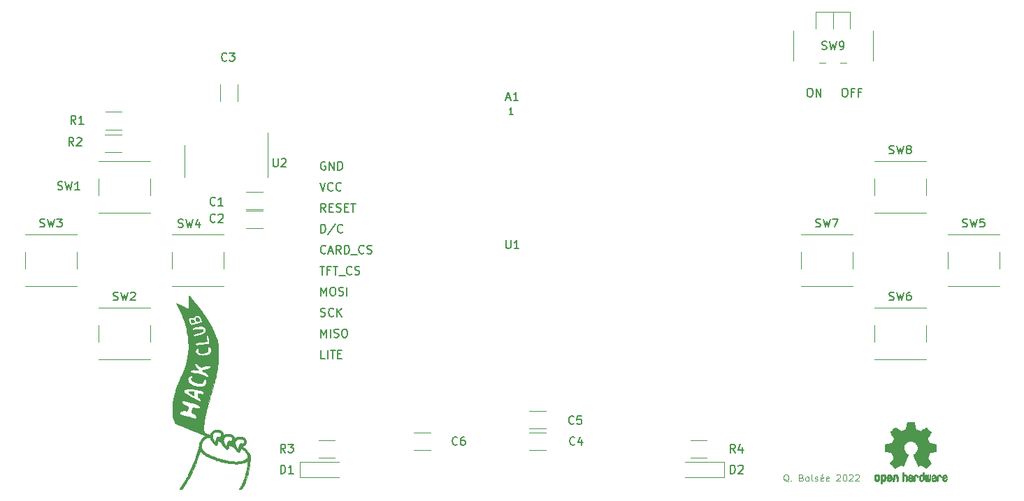
<source format=gbr>
%TF.GenerationSoftware,KiCad,Pcbnew,(6.0.2)*%
%TF.CreationDate,2022-04-12T00:42:21+02:00*%
%TF.ProjectId,raspi_game,72617370-695f-4676-916d-652e6b696361,rev?*%
%TF.SameCoordinates,Original*%
%TF.FileFunction,Legend,Top*%
%TF.FilePolarity,Positive*%
%FSLAX46Y46*%
G04 Gerber Fmt 4.6, Leading zero omitted, Abs format (unit mm)*
G04 Created by KiCad (PCBNEW (6.0.2)) date 2022-04-12 00:42:21*
%MOMM*%
%LPD*%
G01*
G04 APERTURE LIST*
%ADD10C,0.150000*%
%ADD11C,0.100000*%
%ADD12C,0.120000*%
%ADD13C,0.010000*%
G04 APERTURE END LIST*
D10*
X169306952Y-70572380D02*
X169497428Y-70572380D01*
X169592666Y-70620000D01*
X169687904Y-70715238D01*
X169735523Y-70905714D01*
X169735523Y-71239047D01*
X169687904Y-71429523D01*
X169592666Y-71524761D01*
X169497428Y-71572380D01*
X169306952Y-71572380D01*
X169211714Y-71524761D01*
X169116476Y-71429523D01*
X169068857Y-71239047D01*
X169068857Y-70905714D01*
X169116476Y-70715238D01*
X169211714Y-70620000D01*
X169306952Y-70572380D01*
X170164095Y-71572380D02*
X170164095Y-70572380D01*
X170735523Y-71572380D01*
X170735523Y-70572380D01*
X173545619Y-70572380D02*
X173736095Y-70572380D01*
X173831333Y-70620000D01*
X173926571Y-70715238D01*
X173974190Y-70905714D01*
X173974190Y-71239047D01*
X173926571Y-71429523D01*
X173831333Y-71524761D01*
X173736095Y-71572380D01*
X173545619Y-71572380D01*
X173450380Y-71524761D01*
X173355142Y-71429523D01*
X173307523Y-71239047D01*
X173307523Y-70905714D01*
X173355142Y-70715238D01*
X173450380Y-70620000D01*
X173545619Y-70572380D01*
X174736095Y-71048571D02*
X174402761Y-71048571D01*
X174402761Y-71572380D02*
X174402761Y-70572380D01*
X174878952Y-70572380D01*
X175593238Y-71048571D02*
X175259904Y-71048571D01*
X175259904Y-71572380D02*
X175259904Y-70572380D01*
X175736095Y-70572380D01*
D11*
X166815000Y-118294095D02*
X166738809Y-118256000D01*
X166662619Y-118179809D01*
X166548333Y-118065523D01*
X166472142Y-118027428D01*
X166395952Y-118027428D01*
X166434047Y-118217904D02*
X166357857Y-118179809D01*
X166281666Y-118103619D01*
X166243571Y-117951238D01*
X166243571Y-117684571D01*
X166281666Y-117532190D01*
X166357857Y-117456000D01*
X166434047Y-117417904D01*
X166586428Y-117417904D01*
X166662619Y-117456000D01*
X166738809Y-117532190D01*
X166776904Y-117684571D01*
X166776904Y-117951238D01*
X166738809Y-118103619D01*
X166662619Y-118179809D01*
X166586428Y-118217904D01*
X166434047Y-118217904D01*
X167119761Y-118141714D02*
X167157857Y-118179809D01*
X167119761Y-118217904D01*
X167081666Y-118179809D01*
X167119761Y-118141714D01*
X167119761Y-118217904D01*
X168376904Y-117798857D02*
X168491190Y-117836952D01*
X168529285Y-117875047D01*
X168567380Y-117951238D01*
X168567380Y-118065523D01*
X168529285Y-118141714D01*
X168491190Y-118179809D01*
X168415000Y-118217904D01*
X168110238Y-118217904D01*
X168110238Y-117417904D01*
X168376904Y-117417904D01*
X168453095Y-117456000D01*
X168491190Y-117494095D01*
X168529285Y-117570285D01*
X168529285Y-117646476D01*
X168491190Y-117722666D01*
X168453095Y-117760761D01*
X168376904Y-117798857D01*
X168110238Y-117798857D01*
X169024523Y-118217904D02*
X168948333Y-118179809D01*
X168910238Y-118141714D01*
X168872142Y-118065523D01*
X168872142Y-117836952D01*
X168910238Y-117760761D01*
X168948333Y-117722666D01*
X169024523Y-117684571D01*
X169138809Y-117684571D01*
X169215000Y-117722666D01*
X169253095Y-117760761D01*
X169291190Y-117836952D01*
X169291190Y-118065523D01*
X169253095Y-118141714D01*
X169215000Y-118179809D01*
X169138809Y-118217904D01*
X169024523Y-118217904D01*
X169748333Y-118217904D02*
X169672142Y-118179809D01*
X169634047Y-118103619D01*
X169634047Y-117417904D01*
X170015000Y-118179809D02*
X170091190Y-118217904D01*
X170243571Y-118217904D01*
X170319761Y-118179809D01*
X170357857Y-118103619D01*
X170357857Y-118065523D01*
X170319761Y-117989333D01*
X170243571Y-117951238D01*
X170129285Y-117951238D01*
X170053095Y-117913142D01*
X170015000Y-117836952D01*
X170015000Y-117798857D01*
X170053095Y-117722666D01*
X170129285Y-117684571D01*
X170243571Y-117684571D01*
X170319761Y-117722666D01*
X171005476Y-118179809D02*
X170929285Y-118217904D01*
X170776904Y-118217904D01*
X170700714Y-118179809D01*
X170662619Y-118103619D01*
X170662619Y-117798857D01*
X170700714Y-117722666D01*
X170776904Y-117684571D01*
X170929285Y-117684571D01*
X171005476Y-117722666D01*
X171043571Y-117798857D01*
X171043571Y-117875047D01*
X170662619Y-117951238D01*
X170929285Y-117379809D02*
X170815000Y-117494095D01*
X171691190Y-118179809D02*
X171615000Y-118217904D01*
X171462619Y-118217904D01*
X171386428Y-118179809D01*
X171348333Y-118103619D01*
X171348333Y-117798857D01*
X171386428Y-117722666D01*
X171462619Y-117684571D01*
X171615000Y-117684571D01*
X171691190Y-117722666D01*
X171729285Y-117798857D01*
X171729285Y-117875047D01*
X171348333Y-117951238D01*
X172643571Y-117494095D02*
X172681666Y-117456000D01*
X172757857Y-117417904D01*
X172948333Y-117417904D01*
X173024523Y-117456000D01*
X173062619Y-117494095D01*
X173100714Y-117570285D01*
X173100714Y-117646476D01*
X173062619Y-117760761D01*
X172605476Y-118217904D01*
X173100714Y-118217904D01*
X173595952Y-117417904D02*
X173672142Y-117417904D01*
X173748333Y-117456000D01*
X173786428Y-117494095D01*
X173824523Y-117570285D01*
X173862619Y-117722666D01*
X173862619Y-117913142D01*
X173824523Y-118065523D01*
X173786428Y-118141714D01*
X173748333Y-118179809D01*
X173672142Y-118217904D01*
X173595952Y-118217904D01*
X173519761Y-118179809D01*
X173481666Y-118141714D01*
X173443571Y-118065523D01*
X173405476Y-117913142D01*
X173405476Y-117722666D01*
X173443571Y-117570285D01*
X173481666Y-117494095D01*
X173519761Y-117456000D01*
X173595952Y-117417904D01*
X174167380Y-117494095D02*
X174205476Y-117456000D01*
X174281666Y-117417904D01*
X174472142Y-117417904D01*
X174548333Y-117456000D01*
X174586428Y-117494095D01*
X174624523Y-117570285D01*
X174624523Y-117646476D01*
X174586428Y-117760761D01*
X174129285Y-118217904D01*
X174624523Y-118217904D01*
X174929285Y-117494095D02*
X174967380Y-117456000D01*
X175043571Y-117417904D01*
X175234047Y-117417904D01*
X175310238Y-117456000D01*
X175348333Y-117494095D01*
X175386428Y-117570285D01*
X175386428Y-117646476D01*
X175348333Y-117760761D01*
X174891190Y-118217904D01*
X175386428Y-118217904D01*
D10*
%TO.C,R3*%
X105878333Y-114752380D02*
X105545000Y-114276190D01*
X105306904Y-114752380D02*
X105306904Y-113752380D01*
X105687857Y-113752380D01*
X105783095Y-113800000D01*
X105830714Y-113847619D01*
X105878333Y-113942857D01*
X105878333Y-114085714D01*
X105830714Y-114180952D01*
X105783095Y-114228571D01*
X105687857Y-114276190D01*
X105306904Y-114276190D01*
X106211666Y-113752380D02*
X106830714Y-113752380D01*
X106497380Y-114133333D01*
X106640238Y-114133333D01*
X106735476Y-114180952D01*
X106783095Y-114228571D01*
X106830714Y-114323809D01*
X106830714Y-114561904D01*
X106783095Y-114657142D01*
X106735476Y-114704761D01*
X106640238Y-114752380D01*
X106354523Y-114752380D01*
X106259285Y-114704761D01*
X106211666Y-114657142D01*
%TO.C,SW9*%
X170868666Y-65809761D02*
X171011523Y-65857380D01*
X171249619Y-65857380D01*
X171344857Y-65809761D01*
X171392476Y-65762142D01*
X171440095Y-65666904D01*
X171440095Y-65571666D01*
X171392476Y-65476428D01*
X171344857Y-65428809D01*
X171249619Y-65381190D01*
X171059142Y-65333571D01*
X170963904Y-65285952D01*
X170916285Y-65238333D01*
X170868666Y-65143095D01*
X170868666Y-65047857D01*
X170916285Y-64952619D01*
X170963904Y-64905000D01*
X171059142Y-64857380D01*
X171297238Y-64857380D01*
X171440095Y-64905000D01*
X171773428Y-64857380D02*
X172011523Y-65857380D01*
X172202000Y-65143095D01*
X172392476Y-65857380D01*
X172630571Y-64857380D01*
X173059142Y-65857380D02*
X173249619Y-65857380D01*
X173344857Y-65809761D01*
X173392476Y-65762142D01*
X173487714Y-65619285D01*
X173535333Y-65428809D01*
X173535333Y-65047857D01*
X173487714Y-64952619D01*
X173440095Y-64905000D01*
X173344857Y-64857380D01*
X173154380Y-64857380D01*
X173059142Y-64905000D01*
X173011523Y-64952619D01*
X172963904Y-65047857D01*
X172963904Y-65285952D01*
X173011523Y-65381190D01*
X173059142Y-65428809D01*
X173154380Y-65476428D01*
X173344857Y-65476428D01*
X173440095Y-65428809D01*
X173487714Y-65381190D01*
X173535333Y-65285952D01*
%TO.C,A1*%
X132634364Y-71728981D02*
X133111454Y-71728981D01*
X132538946Y-72015235D02*
X132872909Y-71013345D01*
X133206872Y-72015235D01*
X134065635Y-72015235D02*
X133493127Y-72015235D01*
X133779381Y-72015235D02*
X133779381Y-71013345D01*
X133683963Y-71156473D01*
X133588545Y-71251891D01*
X133493127Y-71299600D01*
X133451807Y-73702278D02*
X132994192Y-73702278D01*
X133223000Y-73702278D02*
X133223000Y-72901451D01*
X133146730Y-73015855D01*
X133070461Y-73092124D01*
X132994192Y-73130259D01*
%TO.C,SW7*%
X170116666Y-87344761D02*
X170259523Y-87392380D01*
X170497619Y-87392380D01*
X170592857Y-87344761D01*
X170640476Y-87297142D01*
X170688095Y-87201904D01*
X170688095Y-87106666D01*
X170640476Y-87011428D01*
X170592857Y-86963809D01*
X170497619Y-86916190D01*
X170307142Y-86868571D01*
X170211904Y-86820952D01*
X170164285Y-86773333D01*
X170116666Y-86678095D01*
X170116666Y-86582857D01*
X170164285Y-86487619D01*
X170211904Y-86440000D01*
X170307142Y-86392380D01*
X170545238Y-86392380D01*
X170688095Y-86440000D01*
X171021428Y-86392380D02*
X171259523Y-87392380D01*
X171450000Y-86678095D01*
X171640476Y-87392380D01*
X171878571Y-86392380D01*
X172164285Y-86392380D02*
X172830952Y-86392380D01*
X172402380Y-87392380D01*
%TO.C,SW5*%
X187896666Y-87344761D02*
X188039523Y-87392380D01*
X188277619Y-87392380D01*
X188372857Y-87344761D01*
X188420476Y-87297142D01*
X188468095Y-87201904D01*
X188468095Y-87106666D01*
X188420476Y-87011428D01*
X188372857Y-86963809D01*
X188277619Y-86916190D01*
X188087142Y-86868571D01*
X187991904Y-86820952D01*
X187944285Y-86773333D01*
X187896666Y-86678095D01*
X187896666Y-86582857D01*
X187944285Y-86487619D01*
X187991904Y-86440000D01*
X188087142Y-86392380D01*
X188325238Y-86392380D01*
X188468095Y-86440000D01*
X188801428Y-86392380D02*
X189039523Y-87392380D01*
X189230000Y-86678095D01*
X189420476Y-87392380D01*
X189658571Y-86392380D01*
X190515714Y-86392380D02*
X190039523Y-86392380D01*
X189991904Y-86868571D01*
X190039523Y-86820952D01*
X190134761Y-86773333D01*
X190372857Y-86773333D01*
X190468095Y-86820952D01*
X190515714Y-86868571D01*
X190563333Y-86963809D01*
X190563333Y-87201904D01*
X190515714Y-87297142D01*
X190468095Y-87344761D01*
X190372857Y-87392380D01*
X190134761Y-87392380D01*
X190039523Y-87344761D01*
X189991904Y-87297142D01*
%TO.C,SW4*%
X92900666Y-87399761D02*
X93043523Y-87447380D01*
X93281619Y-87447380D01*
X93376857Y-87399761D01*
X93424476Y-87352142D01*
X93472095Y-87256904D01*
X93472095Y-87161666D01*
X93424476Y-87066428D01*
X93376857Y-87018809D01*
X93281619Y-86971190D01*
X93091142Y-86923571D01*
X92995904Y-86875952D01*
X92948285Y-86828333D01*
X92900666Y-86733095D01*
X92900666Y-86637857D01*
X92948285Y-86542619D01*
X92995904Y-86495000D01*
X93091142Y-86447380D01*
X93329238Y-86447380D01*
X93472095Y-86495000D01*
X93805428Y-86447380D02*
X94043523Y-87447380D01*
X94234000Y-86733095D01*
X94424476Y-87447380D01*
X94662571Y-86447380D01*
X95472095Y-86780714D02*
X95472095Y-87447380D01*
X95234000Y-86399761D02*
X94995904Y-87114047D01*
X95614952Y-87114047D01*
%TO.C,R2*%
X80224333Y-77541380D02*
X79891000Y-77065190D01*
X79652904Y-77541380D02*
X79652904Y-76541380D01*
X80033857Y-76541380D01*
X80129095Y-76589000D01*
X80176714Y-76636619D01*
X80224333Y-76731857D01*
X80224333Y-76874714D01*
X80176714Y-76969952D01*
X80129095Y-77017571D01*
X80033857Y-77065190D01*
X79652904Y-77065190D01*
X80605285Y-76636619D02*
X80652904Y-76589000D01*
X80748142Y-76541380D01*
X80986238Y-76541380D01*
X81081476Y-76589000D01*
X81129095Y-76636619D01*
X81176714Y-76731857D01*
X81176714Y-76827095D01*
X81129095Y-76969952D01*
X80557666Y-77541380D01*
X81176714Y-77541380D01*
%TO.C,C5*%
X140803333Y-111228142D02*
X140755714Y-111275761D01*
X140612857Y-111323380D01*
X140517619Y-111323380D01*
X140374761Y-111275761D01*
X140279523Y-111180523D01*
X140231904Y-111085285D01*
X140184285Y-110894809D01*
X140184285Y-110751952D01*
X140231904Y-110561476D01*
X140279523Y-110466238D01*
X140374761Y-110371000D01*
X140517619Y-110323380D01*
X140612857Y-110323380D01*
X140755714Y-110371000D01*
X140803333Y-110418619D01*
X141708095Y-110323380D02*
X141231904Y-110323380D01*
X141184285Y-110799571D01*
X141231904Y-110751952D01*
X141327142Y-110704333D01*
X141565238Y-110704333D01*
X141660476Y-110751952D01*
X141708095Y-110799571D01*
X141755714Y-110894809D01*
X141755714Y-111132904D01*
X141708095Y-111228142D01*
X141660476Y-111275761D01*
X141565238Y-111323380D01*
X141327142Y-111323380D01*
X141231904Y-111275761D01*
X141184285Y-111228142D01*
%TO.C,C2*%
X97369333Y-86717142D02*
X97321714Y-86764761D01*
X97178857Y-86812380D01*
X97083619Y-86812380D01*
X96940761Y-86764761D01*
X96845523Y-86669523D01*
X96797904Y-86574285D01*
X96750285Y-86383809D01*
X96750285Y-86240952D01*
X96797904Y-86050476D01*
X96845523Y-85955238D01*
X96940761Y-85860000D01*
X97083619Y-85812380D01*
X97178857Y-85812380D01*
X97321714Y-85860000D01*
X97369333Y-85907619D01*
X97750285Y-85907619D02*
X97797904Y-85860000D01*
X97893142Y-85812380D01*
X98131238Y-85812380D01*
X98226476Y-85860000D01*
X98274095Y-85907619D01*
X98321714Y-86002857D01*
X98321714Y-86098095D01*
X98274095Y-86240952D01*
X97702666Y-86812380D01*
X98321714Y-86812380D01*
%TO.C,SW8*%
X179006666Y-78454761D02*
X179149523Y-78502380D01*
X179387619Y-78502380D01*
X179482857Y-78454761D01*
X179530476Y-78407142D01*
X179578095Y-78311904D01*
X179578095Y-78216666D01*
X179530476Y-78121428D01*
X179482857Y-78073809D01*
X179387619Y-78026190D01*
X179197142Y-77978571D01*
X179101904Y-77930952D01*
X179054285Y-77883333D01*
X179006666Y-77788095D01*
X179006666Y-77692857D01*
X179054285Y-77597619D01*
X179101904Y-77550000D01*
X179197142Y-77502380D01*
X179435238Y-77502380D01*
X179578095Y-77550000D01*
X179911428Y-77502380D02*
X180149523Y-78502380D01*
X180340000Y-77788095D01*
X180530476Y-78502380D01*
X180768571Y-77502380D01*
X181292380Y-77930952D02*
X181197142Y-77883333D01*
X181149523Y-77835714D01*
X181101904Y-77740476D01*
X181101904Y-77692857D01*
X181149523Y-77597619D01*
X181197142Y-77550000D01*
X181292380Y-77502380D01*
X181482857Y-77502380D01*
X181578095Y-77550000D01*
X181625714Y-77597619D01*
X181673333Y-77692857D01*
X181673333Y-77740476D01*
X181625714Y-77835714D01*
X181578095Y-77883333D01*
X181482857Y-77930952D01*
X181292380Y-77930952D01*
X181197142Y-77978571D01*
X181149523Y-78026190D01*
X181101904Y-78121428D01*
X181101904Y-78311904D01*
X181149523Y-78407142D01*
X181197142Y-78454761D01*
X181292380Y-78502380D01*
X181482857Y-78502380D01*
X181578095Y-78454761D01*
X181625714Y-78407142D01*
X181673333Y-78311904D01*
X181673333Y-78121428D01*
X181625714Y-78026190D01*
X181578095Y-77978571D01*
X181482857Y-77930952D01*
%TO.C,D2*%
X159789904Y-117292380D02*
X159789904Y-116292380D01*
X160028000Y-116292380D01*
X160170857Y-116340000D01*
X160266095Y-116435238D01*
X160313714Y-116530476D01*
X160361333Y-116720952D01*
X160361333Y-116863809D01*
X160313714Y-117054285D01*
X160266095Y-117149523D01*
X160170857Y-117244761D01*
X160028000Y-117292380D01*
X159789904Y-117292380D01*
X160742285Y-116387619D02*
X160789904Y-116340000D01*
X160885142Y-116292380D01*
X161123238Y-116292380D01*
X161218476Y-116340000D01*
X161266095Y-116387619D01*
X161313714Y-116482857D01*
X161313714Y-116578095D01*
X161266095Y-116720952D01*
X160694666Y-117292380D01*
X161313714Y-117292380D01*
%TO.C,C3*%
X98766333Y-67159142D02*
X98718714Y-67206761D01*
X98575857Y-67254380D01*
X98480619Y-67254380D01*
X98337761Y-67206761D01*
X98242523Y-67111523D01*
X98194904Y-67016285D01*
X98147285Y-66825809D01*
X98147285Y-66682952D01*
X98194904Y-66492476D01*
X98242523Y-66397238D01*
X98337761Y-66302000D01*
X98480619Y-66254380D01*
X98575857Y-66254380D01*
X98718714Y-66302000D01*
X98766333Y-66349619D01*
X99099666Y-66254380D02*
X99718714Y-66254380D01*
X99385380Y-66635333D01*
X99528238Y-66635333D01*
X99623476Y-66682952D01*
X99671095Y-66730571D01*
X99718714Y-66825809D01*
X99718714Y-67063904D01*
X99671095Y-67159142D01*
X99623476Y-67206761D01*
X99528238Y-67254380D01*
X99242523Y-67254380D01*
X99147285Y-67206761D01*
X99099666Y-67159142D01*
%TO.C,C1*%
X97369333Y-84685142D02*
X97321714Y-84732761D01*
X97178857Y-84780380D01*
X97083619Y-84780380D01*
X96940761Y-84732761D01*
X96845523Y-84637523D01*
X96797904Y-84542285D01*
X96750285Y-84351809D01*
X96750285Y-84208952D01*
X96797904Y-84018476D01*
X96845523Y-83923238D01*
X96940761Y-83828000D01*
X97083619Y-83780380D01*
X97178857Y-83780380D01*
X97321714Y-83828000D01*
X97369333Y-83875619D01*
X98321714Y-84780380D02*
X97750285Y-84780380D01*
X98036000Y-84780380D02*
X98036000Y-83780380D01*
X97940761Y-83923238D01*
X97845523Y-84018476D01*
X97750285Y-84066095D01*
%TO.C,C4*%
X140930333Y-113768142D02*
X140882714Y-113815761D01*
X140739857Y-113863380D01*
X140644619Y-113863380D01*
X140501761Y-113815761D01*
X140406523Y-113720523D01*
X140358904Y-113625285D01*
X140311285Y-113434809D01*
X140311285Y-113291952D01*
X140358904Y-113101476D01*
X140406523Y-113006238D01*
X140501761Y-112911000D01*
X140644619Y-112863380D01*
X140739857Y-112863380D01*
X140882714Y-112911000D01*
X140930333Y-112958619D01*
X141787476Y-113196714D02*
X141787476Y-113863380D01*
X141549380Y-112815761D02*
X141311285Y-113530047D01*
X141930333Y-113530047D01*
%TO.C,R4*%
X160361333Y-114752380D02*
X160028000Y-114276190D01*
X159789904Y-114752380D02*
X159789904Y-113752380D01*
X160170857Y-113752380D01*
X160266095Y-113800000D01*
X160313714Y-113847619D01*
X160361333Y-113942857D01*
X160361333Y-114085714D01*
X160313714Y-114180952D01*
X160266095Y-114228571D01*
X160170857Y-114276190D01*
X159789904Y-114276190D01*
X161218476Y-114085714D02*
X161218476Y-114752380D01*
X160980380Y-113704761D02*
X160742285Y-114419047D01*
X161361333Y-114419047D01*
%TO.C,SW6*%
X179006666Y-96234761D02*
X179149523Y-96282380D01*
X179387619Y-96282380D01*
X179482857Y-96234761D01*
X179530476Y-96187142D01*
X179578095Y-96091904D01*
X179578095Y-95996666D01*
X179530476Y-95901428D01*
X179482857Y-95853809D01*
X179387619Y-95806190D01*
X179197142Y-95758571D01*
X179101904Y-95710952D01*
X179054285Y-95663333D01*
X179006666Y-95568095D01*
X179006666Y-95472857D01*
X179054285Y-95377619D01*
X179101904Y-95330000D01*
X179197142Y-95282380D01*
X179435238Y-95282380D01*
X179578095Y-95330000D01*
X179911428Y-95282380D02*
X180149523Y-96282380D01*
X180340000Y-95568095D01*
X180530476Y-96282380D01*
X180768571Y-95282380D01*
X181578095Y-95282380D02*
X181387619Y-95282380D01*
X181292380Y-95330000D01*
X181244761Y-95377619D01*
X181149523Y-95520476D01*
X181101904Y-95710952D01*
X181101904Y-96091904D01*
X181149523Y-96187142D01*
X181197142Y-96234761D01*
X181292380Y-96282380D01*
X181482857Y-96282380D01*
X181578095Y-96234761D01*
X181625714Y-96187142D01*
X181673333Y-96091904D01*
X181673333Y-95853809D01*
X181625714Y-95758571D01*
X181578095Y-95710952D01*
X181482857Y-95663333D01*
X181292380Y-95663333D01*
X181197142Y-95710952D01*
X181149523Y-95758571D01*
X181101904Y-95853809D01*
%TO.C,R1*%
X80478333Y-74874380D02*
X80145000Y-74398190D01*
X79906904Y-74874380D02*
X79906904Y-73874380D01*
X80287857Y-73874380D01*
X80383095Y-73922000D01*
X80430714Y-73969619D01*
X80478333Y-74064857D01*
X80478333Y-74207714D01*
X80430714Y-74302952D01*
X80383095Y-74350571D01*
X80287857Y-74398190D01*
X79906904Y-74398190D01*
X81430714Y-74874380D02*
X80859285Y-74874380D01*
X81145000Y-74874380D02*
X81145000Y-73874380D01*
X81049761Y-74017238D01*
X80954523Y-74112476D01*
X80859285Y-74160095D01*
%TO.C,U1*%
X132588095Y-88987380D02*
X132588095Y-89796904D01*
X132635714Y-89892142D01*
X132683333Y-89939761D01*
X132778571Y-89987380D01*
X132969047Y-89987380D01*
X133064285Y-89939761D01*
X133111904Y-89892142D01*
X133159523Y-89796904D01*
X133159523Y-88987380D01*
X134159523Y-89987380D02*
X133588095Y-89987380D01*
X133873809Y-89987380D02*
X133873809Y-88987380D01*
X133778571Y-89130238D01*
X133683333Y-89225476D01*
X133588095Y-89273095D01*
X110142976Y-98194761D02*
X110285833Y-98242380D01*
X110523928Y-98242380D01*
X110619166Y-98194761D01*
X110666785Y-98147142D01*
X110714404Y-98051904D01*
X110714404Y-97956666D01*
X110666785Y-97861428D01*
X110619166Y-97813809D01*
X110523928Y-97766190D01*
X110333452Y-97718571D01*
X110238214Y-97670952D01*
X110190595Y-97623333D01*
X110142976Y-97528095D01*
X110142976Y-97432857D01*
X110190595Y-97337619D01*
X110238214Y-97290000D01*
X110333452Y-97242380D01*
X110571547Y-97242380D01*
X110714404Y-97290000D01*
X111714404Y-98147142D02*
X111666785Y-98194761D01*
X111523928Y-98242380D01*
X111428690Y-98242380D01*
X111285833Y-98194761D01*
X111190595Y-98099523D01*
X111142976Y-98004285D01*
X111095357Y-97813809D01*
X111095357Y-97670952D01*
X111142976Y-97480476D01*
X111190595Y-97385238D01*
X111285833Y-97290000D01*
X111428690Y-97242380D01*
X111523928Y-97242380D01*
X111666785Y-97290000D01*
X111714404Y-97337619D01*
X112142976Y-98242380D02*
X112142976Y-97242380D01*
X112714404Y-98242380D02*
X112285833Y-97670952D01*
X112714404Y-97242380D02*
X112142976Y-97813809D01*
X110190595Y-100782380D02*
X110190595Y-99782380D01*
X110523928Y-100496666D01*
X110857261Y-99782380D01*
X110857261Y-100782380D01*
X111333452Y-100782380D02*
X111333452Y-99782380D01*
X111762023Y-100734761D02*
X111904880Y-100782380D01*
X112142976Y-100782380D01*
X112238214Y-100734761D01*
X112285833Y-100687142D01*
X112333452Y-100591904D01*
X112333452Y-100496666D01*
X112285833Y-100401428D01*
X112238214Y-100353809D01*
X112142976Y-100306190D01*
X111952500Y-100258571D01*
X111857261Y-100210952D01*
X111809642Y-100163333D01*
X111762023Y-100068095D01*
X111762023Y-99972857D01*
X111809642Y-99877619D01*
X111857261Y-99830000D01*
X111952500Y-99782380D01*
X112190595Y-99782380D01*
X112333452Y-99830000D01*
X112952500Y-99782380D02*
X113142976Y-99782380D01*
X113238214Y-99830000D01*
X113333452Y-99925238D01*
X113381071Y-100115714D01*
X113381071Y-100449047D01*
X113333452Y-100639523D01*
X113238214Y-100734761D01*
X113142976Y-100782380D01*
X112952500Y-100782380D01*
X112857261Y-100734761D01*
X112762023Y-100639523D01*
X112714404Y-100449047D01*
X112714404Y-100115714D01*
X112762023Y-99925238D01*
X112857261Y-99830000D01*
X112952500Y-99782380D01*
X110714404Y-79510000D02*
X110619166Y-79462380D01*
X110476309Y-79462380D01*
X110333452Y-79510000D01*
X110238214Y-79605238D01*
X110190595Y-79700476D01*
X110142976Y-79890952D01*
X110142976Y-80033809D01*
X110190595Y-80224285D01*
X110238214Y-80319523D01*
X110333452Y-80414761D01*
X110476309Y-80462380D01*
X110571547Y-80462380D01*
X110714404Y-80414761D01*
X110762023Y-80367142D01*
X110762023Y-80033809D01*
X110571547Y-80033809D01*
X111190595Y-80462380D02*
X111190595Y-79462380D01*
X111762023Y-80462380D01*
X111762023Y-79462380D01*
X112238214Y-80462380D02*
X112238214Y-79462380D01*
X112476309Y-79462380D01*
X112619166Y-79510000D01*
X112714404Y-79605238D01*
X112762023Y-79700476D01*
X112809642Y-79890952D01*
X112809642Y-80033809D01*
X112762023Y-80224285D01*
X112714404Y-80319523D01*
X112619166Y-80414761D01*
X112476309Y-80462380D01*
X112238214Y-80462380D01*
X110762023Y-90527142D02*
X110714404Y-90574761D01*
X110571547Y-90622380D01*
X110476309Y-90622380D01*
X110333452Y-90574761D01*
X110238214Y-90479523D01*
X110190595Y-90384285D01*
X110142976Y-90193809D01*
X110142976Y-90050952D01*
X110190595Y-89860476D01*
X110238214Y-89765238D01*
X110333452Y-89670000D01*
X110476309Y-89622380D01*
X110571547Y-89622380D01*
X110714404Y-89670000D01*
X110762023Y-89717619D01*
X111142976Y-90336666D02*
X111619166Y-90336666D01*
X111047738Y-90622380D02*
X111381071Y-89622380D01*
X111714404Y-90622380D01*
X112619166Y-90622380D02*
X112285833Y-90146190D01*
X112047738Y-90622380D02*
X112047738Y-89622380D01*
X112428690Y-89622380D01*
X112523928Y-89670000D01*
X112571547Y-89717619D01*
X112619166Y-89812857D01*
X112619166Y-89955714D01*
X112571547Y-90050952D01*
X112523928Y-90098571D01*
X112428690Y-90146190D01*
X112047738Y-90146190D01*
X113047738Y-90622380D02*
X113047738Y-89622380D01*
X113285833Y-89622380D01*
X113428690Y-89670000D01*
X113523928Y-89765238D01*
X113571547Y-89860476D01*
X113619166Y-90050952D01*
X113619166Y-90193809D01*
X113571547Y-90384285D01*
X113523928Y-90479523D01*
X113428690Y-90574761D01*
X113285833Y-90622380D01*
X113047738Y-90622380D01*
X113809642Y-90717619D02*
X114571547Y-90717619D01*
X115381071Y-90527142D02*
X115333452Y-90574761D01*
X115190595Y-90622380D01*
X115095357Y-90622380D01*
X114952500Y-90574761D01*
X114857261Y-90479523D01*
X114809642Y-90384285D01*
X114762023Y-90193809D01*
X114762023Y-90050952D01*
X114809642Y-89860476D01*
X114857261Y-89765238D01*
X114952500Y-89670000D01*
X115095357Y-89622380D01*
X115190595Y-89622380D01*
X115333452Y-89670000D01*
X115381071Y-89717619D01*
X115762023Y-90574761D02*
X115904880Y-90622380D01*
X116142976Y-90622380D01*
X116238214Y-90574761D01*
X116285833Y-90527142D01*
X116333452Y-90431904D01*
X116333452Y-90336666D01*
X116285833Y-90241428D01*
X116238214Y-90193809D01*
X116142976Y-90146190D01*
X115952500Y-90098571D01*
X115857261Y-90050952D01*
X115809642Y-90003333D01*
X115762023Y-89908095D01*
X115762023Y-89812857D01*
X115809642Y-89717619D01*
X115857261Y-89670000D01*
X115952500Y-89622380D01*
X116190595Y-89622380D01*
X116333452Y-89670000D01*
X110047738Y-92162380D02*
X110619166Y-92162380D01*
X110333452Y-93162380D02*
X110333452Y-92162380D01*
X111285833Y-92638571D02*
X110952500Y-92638571D01*
X110952500Y-93162380D02*
X110952500Y-92162380D01*
X111428690Y-92162380D01*
X111666785Y-92162380D02*
X112238214Y-92162380D01*
X111952500Y-93162380D02*
X111952500Y-92162380D01*
X112333452Y-93257619D02*
X113095357Y-93257619D01*
X113904880Y-93067142D02*
X113857261Y-93114761D01*
X113714404Y-93162380D01*
X113619166Y-93162380D01*
X113476309Y-93114761D01*
X113381071Y-93019523D01*
X113333452Y-92924285D01*
X113285833Y-92733809D01*
X113285833Y-92590952D01*
X113333452Y-92400476D01*
X113381071Y-92305238D01*
X113476309Y-92210000D01*
X113619166Y-92162380D01*
X113714404Y-92162380D01*
X113857261Y-92210000D01*
X113904880Y-92257619D01*
X114285833Y-93114761D02*
X114428690Y-93162380D01*
X114666785Y-93162380D01*
X114762023Y-93114761D01*
X114809642Y-93067142D01*
X114857261Y-92971904D01*
X114857261Y-92876666D01*
X114809642Y-92781428D01*
X114762023Y-92733809D01*
X114666785Y-92686190D01*
X114476309Y-92638571D01*
X114381071Y-92590952D01*
X114333452Y-92543333D01*
X114285833Y-92448095D01*
X114285833Y-92352857D01*
X114333452Y-92257619D01*
X114381071Y-92210000D01*
X114476309Y-92162380D01*
X114714404Y-92162380D01*
X114857261Y-92210000D01*
X110762023Y-85542380D02*
X110428690Y-85066190D01*
X110190595Y-85542380D02*
X110190595Y-84542380D01*
X110571547Y-84542380D01*
X110666785Y-84590000D01*
X110714404Y-84637619D01*
X110762023Y-84732857D01*
X110762023Y-84875714D01*
X110714404Y-84970952D01*
X110666785Y-85018571D01*
X110571547Y-85066190D01*
X110190595Y-85066190D01*
X111190595Y-85018571D02*
X111523928Y-85018571D01*
X111666785Y-85542380D02*
X111190595Y-85542380D01*
X111190595Y-84542380D01*
X111666785Y-84542380D01*
X112047738Y-85494761D02*
X112190595Y-85542380D01*
X112428690Y-85542380D01*
X112523928Y-85494761D01*
X112571547Y-85447142D01*
X112619166Y-85351904D01*
X112619166Y-85256666D01*
X112571547Y-85161428D01*
X112523928Y-85113809D01*
X112428690Y-85066190D01*
X112238214Y-85018571D01*
X112142976Y-84970952D01*
X112095357Y-84923333D01*
X112047738Y-84828095D01*
X112047738Y-84732857D01*
X112095357Y-84637619D01*
X112142976Y-84590000D01*
X112238214Y-84542380D01*
X112476309Y-84542380D01*
X112619166Y-84590000D01*
X113047738Y-85018571D02*
X113381071Y-85018571D01*
X113523928Y-85542380D02*
X113047738Y-85542380D01*
X113047738Y-84542380D01*
X113523928Y-84542380D01*
X113809642Y-84542380D02*
X114381071Y-84542380D01*
X114095357Y-85542380D02*
X114095357Y-84542380D01*
X110190595Y-88082380D02*
X110190595Y-87082380D01*
X110428690Y-87082380D01*
X110571547Y-87130000D01*
X110666785Y-87225238D01*
X110714404Y-87320476D01*
X110762023Y-87510952D01*
X110762023Y-87653809D01*
X110714404Y-87844285D01*
X110666785Y-87939523D01*
X110571547Y-88034761D01*
X110428690Y-88082380D01*
X110190595Y-88082380D01*
X111904880Y-87034761D02*
X111047738Y-88320476D01*
X112809642Y-87987142D02*
X112762023Y-88034761D01*
X112619166Y-88082380D01*
X112523928Y-88082380D01*
X112381071Y-88034761D01*
X112285833Y-87939523D01*
X112238214Y-87844285D01*
X112190595Y-87653809D01*
X112190595Y-87510952D01*
X112238214Y-87320476D01*
X112285833Y-87225238D01*
X112381071Y-87130000D01*
X112523928Y-87082380D01*
X112619166Y-87082380D01*
X112762023Y-87130000D01*
X112809642Y-87177619D01*
X110666785Y-103322380D02*
X110190595Y-103322380D01*
X110190595Y-102322380D01*
X111000119Y-103322380D02*
X111000119Y-102322380D01*
X111333452Y-102322380D02*
X111904880Y-102322380D01*
X111619166Y-103322380D02*
X111619166Y-102322380D01*
X112238214Y-102798571D02*
X112571547Y-102798571D01*
X112714404Y-103322380D02*
X112238214Y-103322380D01*
X112238214Y-102322380D01*
X112714404Y-102322380D01*
X110047738Y-82002380D02*
X110381071Y-83002380D01*
X110714404Y-82002380D01*
X111619166Y-82907142D02*
X111571547Y-82954761D01*
X111428690Y-83002380D01*
X111333452Y-83002380D01*
X111190595Y-82954761D01*
X111095357Y-82859523D01*
X111047738Y-82764285D01*
X111000119Y-82573809D01*
X111000119Y-82430952D01*
X111047738Y-82240476D01*
X111095357Y-82145238D01*
X111190595Y-82050000D01*
X111333452Y-82002380D01*
X111428690Y-82002380D01*
X111571547Y-82050000D01*
X111619166Y-82097619D01*
X112619166Y-82907142D02*
X112571547Y-82954761D01*
X112428690Y-83002380D01*
X112333452Y-83002380D01*
X112190595Y-82954761D01*
X112095357Y-82859523D01*
X112047738Y-82764285D01*
X112000119Y-82573809D01*
X112000119Y-82430952D01*
X112047738Y-82240476D01*
X112095357Y-82145238D01*
X112190595Y-82050000D01*
X112333452Y-82002380D01*
X112428690Y-82002380D01*
X112571547Y-82050000D01*
X112619166Y-82097619D01*
X110190595Y-95702380D02*
X110190595Y-94702380D01*
X110523928Y-95416666D01*
X110857261Y-94702380D01*
X110857261Y-95702380D01*
X111523928Y-94702380D02*
X111714404Y-94702380D01*
X111809642Y-94750000D01*
X111904880Y-94845238D01*
X111952500Y-95035714D01*
X111952500Y-95369047D01*
X111904880Y-95559523D01*
X111809642Y-95654761D01*
X111714404Y-95702380D01*
X111523928Y-95702380D01*
X111428690Y-95654761D01*
X111333452Y-95559523D01*
X111285833Y-95369047D01*
X111285833Y-95035714D01*
X111333452Y-94845238D01*
X111428690Y-94750000D01*
X111523928Y-94702380D01*
X112333452Y-95654761D02*
X112476309Y-95702380D01*
X112714404Y-95702380D01*
X112809642Y-95654761D01*
X112857261Y-95607142D01*
X112904880Y-95511904D01*
X112904880Y-95416666D01*
X112857261Y-95321428D01*
X112809642Y-95273809D01*
X112714404Y-95226190D01*
X112523928Y-95178571D01*
X112428690Y-95130952D01*
X112381071Y-95083333D01*
X112333452Y-94988095D01*
X112333452Y-94892857D01*
X112381071Y-94797619D01*
X112428690Y-94750000D01*
X112523928Y-94702380D01*
X112762023Y-94702380D01*
X112904880Y-94750000D01*
X113333452Y-95702380D02*
X113333452Y-94702380D01*
%TO.C,C6*%
X126706333Y-113768142D02*
X126658714Y-113815761D01*
X126515857Y-113863380D01*
X126420619Y-113863380D01*
X126277761Y-113815761D01*
X126182523Y-113720523D01*
X126134904Y-113625285D01*
X126087285Y-113434809D01*
X126087285Y-113291952D01*
X126134904Y-113101476D01*
X126182523Y-113006238D01*
X126277761Y-112911000D01*
X126420619Y-112863380D01*
X126515857Y-112863380D01*
X126658714Y-112911000D01*
X126706333Y-112958619D01*
X127563476Y-112863380D02*
X127373000Y-112863380D01*
X127277761Y-112911000D01*
X127230142Y-112958619D01*
X127134904Y-113101476D01*
X127087285Y-113291952D01*
X127087285Y-113672904D01*
X127134904Y-113768142D01*
X127182523Y-113815761D01*
X127277761Y-113863380D01*
X127468238Y-113863380D01*
X127563476Y-113815761D01*
X127611095Y-113768142D01*
X127658714Y-113672904D01*
X127658714Y-113434809D01*
X127611095Y-113339571D01*
X127563476Y-113291952D01*
X127468238Y-113244333D01*
X127277761Y-113244333D01*
X127182523Y-113291952D01*
X127134904Y-113339571D01*
X127087285Y-113434809D01*
%TO.C,U2*%
X104394095Y-79081380D02*
X104394095Y-79890904D01*
X104441714Y-79986142D01*
X104489333Y-80033761D01*
X104584571Y-80081380D01*
X104775047Y-80081380D01*
X104870285Y-80033761D01*
X104917904Y-79986142D01*
X104965523Y-79890904D01*
X104965523Y-79081380D01*
X105394095Y-79176619D02*
X105441714Y-79129000D01*
X105536952Y-79081380D01*
X105775047Y-79081380D01*
X105870285Y-79129000D01*
X105917904Y-79176619D01*
X105965523Y-79271857D01*
X105965523Y-79367095D01*
X105917904Y-79509952D01*
X105346476Y-80081380D01*
X105965523Y-80081380D01*
%TO.C,SW2*%
X85026666Y-96234761D02*
X85169523Y-96282380D01*
X85407619Y-96282380D01*
X85502857Y-96234761D01*
X85550476Y-96187142D01*
X85598095Y-96091904D01*
X85598095Y-95996666D01*
X85550476Y-95901428D01*
X85502857Y-95853809D01*
X85407619Y-95806190D01*
X85217142Y-95758571D01*
X85121904Y-95710952D01*
X85074285Y-95663333D01*
X85026666Y-95568095D01*
X85026666Y-95472857D01*
X85074285Y-95377619D01*
X85121904Y-95330000D01*
X85217142Y-95282380D01*
X85455238Y-95282380D01*
X85598095Y-95330000D01*
X85931428Y-95282380D02*
X86169523Y-96282380D01*
X86360000Y-95568095D01*
X86550476Y-96282380D01*
X86788571Y-95282380D01*
X87121904Y-95377619D02*
X87169523Y-95330000D01*
X87264761Y-95282380D01*
X87502857Y-95282380D01*
X87598095Y-95330000D01*
X87645714Y-95377619D01*
X87693333Y-95472857D01*
X87693333Y-95568095D01*
X87645714Y-95710952D01*
X87074285Y-96282380D01*
X87693333Y-96282380D01*
%TO.C,D1*%
X105306904Y-117292380D02*
X105306904Y-116292380D01*
X105545000Y-116292380D01*
X105687857Y-116340000D01*
X105783095Y-116435238D01*
X105830714Y-116530476D01*
X105878333Y-116720952D01*
X105878333Y-116863809D01*
X105830714Y-117054285D01*
X105783095Y-117149523D01*
X105687857Y-117244761D01*
X105545000Y-117292380D01*
X105306904Y-117292380D01*
X106830714Y-117292380D02*
X106259285Y-117292380D01*
X106545000Y-117292380D02*
X106545000Y-116292380D01*
X106449761Y-116435238D01*
X106354523Y-116530476D01*
X106259285Y-116578095D01*
%TO.C,SW3*%
X76136666Y-87344761D02*
X76279523Y-87392380D01*
X76517619Y-87392380D01*
X76612857Y-87344761D01*
X76660476Y-87297142D01*
X76708095Y-87201904D01*
X76708095Y-87106666D01*
X76660476Y-87011428D01*
X76612857Y-86963809D01*
X76517619Y-86916190D01*
X76327142Y-86868571D01*
X76231904Y-86820952D01*
X76184285Y-86773333D01*
X76136666Y-86678095D01*
X76136666Y-86582857D01*
X76184285Y-86487619D01*
X76231904Y-86440000D01*
X76327142Y-86392380D01*
X76565238Y-86392380D01*
X76708095Y-86440000D01*
X77041428Y-86392380D02*
X77279523Y-87392380D01*
X77470000Y-86678095D01*
X77660476Y-87392380D01*
X77898571Y-86392380D01*
X78184285Y-86392380D02*
X78803333Y-86392380D01*
X78470000Y-86773333D01*
X78612857Y-86773333D01*
X78708095Y-86820952D01*
X78755714Y-86868571D01*
X78803333Y-86963809D01*
X78803333Y-87201904D01*
X78755714Y-87297142D01*
X78708095Y-87344761D01*
X78612857Y-87392380D01*
X78327142Y-87392380D01*
X78231904Y-87344761D01*
X78184285Y-87297142D01*
%TO.C,SW1*%
X78295666Y-82827761D02*
X78438523Y-82875380D01*
X78676619Y-82875380D01*
X78771857Y-82827761D01*
X78819476Y-82780142D01*
X78867095Y-82684904D01*
X78867095Y-82589666D01*
X78819476Y-82494428D01*
X78771857Y-82446809D01*
X78676619Y-82399190D01*
X78486142Y-82351571D01*
X78390904Y-82303952D01*
X78343285Y-82256333D01*
X78295666Y-82161095D01*
X78295666Y-82065857D01*
X78343285Y-81970619D01*
X78390904Y-81923000D01*
X78486142Y-81875380D01*
X78724238Y-81875380D01*
X78867095Y-81923000D01*
X79200428Y-81875380D02*
X79438523Y-82875380D01*
X79629000Y-82161095D01*
X79819476Y-82875380D01*
X80057571Y-81875380D01*
X80962333Y-82875380D02*
X80390904Y-82875380D01*
X80676619Y-82875380D02*
X80676619Y-81875380D01*
X80581380Y-82018238D01*
X80486142Y-82113476D01*
X80390904Y-82161095D01*
D12*
%TO.C,R3*%
X111871000Y-115370000D02*
X109871000Y-115370000D01*
X109871000Y-113230000D02*
X111871000Y-113230000D01*
%TO.C,SW9*%
X172242000Y-63345000D02*
X172242000Y-61315000D01*
X171323000Y-67475000D02*
X170561000Y-67475000D01*
X174292000Y-63285000D02*
X174292000Y-61305000D01*
X177052000Y-67205000D02*
X177052000Y-63595000D01*
X167402000Y-67235000D02*
X167402000Y-63605000D01*
X170122000Y-61305000D02*
X170122000Y-63315000D01*
X173863000Y-67485000D02*
X173101000Y-67485000D01*
X174292000Y-61305000D02*
X170122000Y-61305000D01*
%TO.C,SW7*%
X168300000Y-92440000D02*
X168300000Y-90440000D01*
X168300000Y-88290000D02*
X174600000Y-88290000D01*
X174600000Y-90440000D02*
X174600000Y-92440000D01*
X174600000Y-94590000D02*
X168300000Y-94590000D01*
%TO.C,SW5*%
X192380000Y-90440000D02*
X192380000Y-92440000D01*
X192380000Y-94590000D02*
X186080000Y-94590000D01*
X186080000Y-88290000D02*
X192380000Y-88290000D01*
X186080000Y-92440000D02*
X186080000Y-90440000D01*
%TO.C,SW4*%
X98400000Y-90440000D02*
X98400000Y-92440000D01*
X92100000Y-92440000D02*
X92100000Y-90440000D01*
X92100000Y-88290000D02*
X98400000Y-88290000D01*
X98400000Y-94590000D02*
X92100000Y-94590000D01*
%TO.C,R2*%
X84039200Y-76171400D02*
X86039200Y-76171400D01*
X86039200Y-78311400D02*
X84039200Y-78311400D01*
%TO.C,C5*%
X137398000Y-111814000D02*
X135398000Y-111814000D01*
X135398000Y-109674000D02*
X137398000Y-109674000D01*
%TO.C,C2*%
X103108000Y-87557000D02*
X101108000Y-87557000D01*
X101108000Y-85417000D02*
X103108000Y-85417000D01*
%TO.C,SW8*%
X183490000Y-81550000D02*
X183490000Y-83550000D01*
X177190000Y-79400000D02*
X183490000Y-79400000D01*
X183490000Y-85700000D02*
X177190000Y-85700000D01*
X177190000Y-83550000D02*
X177190000Y-81550000D01*
%TO.C,D2*%
X158992000Y-117790000D02*
X154292000Y-117790000D01*
X158992000Y-115890000D02*
X154292000Y-115890000D01*
X158992000Y-117790000D02*
X158992000Y-115890000D01*
%TO.C,C3*%
X100130000Y-70120000D02*
X100130000Y-72120000D01*
X97990000Y-72120000D02*
X97990000Y-70120000D01*
%TO.C,C1*%
X103108000Y-85271000D02*
X101108000Y-85271000D01*
X101108000Y-83131000D02*
X103108000Y-83131000D01*
%TO.C,C4*%
X135398000Y-112341000D02*
X137398000Y-112341000D01*
X137398000Y-114481000D02*
X135398000Y-114481000D01*
D13*
%TO.C,REF\u002A\u002A*%
X185855224Y-117455838D02*
X185932528Y-117506361D01*
X185932528Y-117506361D02*
X185969814Y-117551590D01*
X185969814Y-117551590D02*
X185999353Y-117633663D01*
X185999353Y-117633663D02*
X186001699Y-117698607D01*
X186001699Y-117698607D02*
X185996385Y-117785445D01*
X185996385Y-117785445D02*
X185796115Y-117873103D01*
X185796115Y-117873103D02*
X185698739Y-117917887D01*
X185698739Y-117917887D02*
X185635113Y-117953913D01*
X185635113Y-117953913D02*
X185602029Y-117985117D01*
X185602029Y-117985117D02*
X185596280Y-118015436D01*
X185596280Y-118015436D02*
X185614658Y-118048805D01*
X185614658Y-118048805D02*
X185634923Y-118070923D01*
X185634923Y-118070923D02*
X185693889Y-118106393D01*
X185693889Y-118106393D02*
X185758024Y-118108879D01*
X185758024Y-118108879D02*
X185816926Y-118081235D01*
X185816926Y-118081235D02*
X185860197Y-118026320D01*
X185860197Y-118026320D02*
X185867936Y-118006928D01*
X185867936Y-118006928D02*
X185905006Y-117946364D01*
X185905006Y-117946364D02*
X185947654Y-117920552D01*
X185947654Y-117920552D02*
X186006154Y-117898471D01*
X186006154Y-117898471D02*
X186006154Y-117982184D01*
X186006154Y-117982184D02*
X186000982Y-118039150D01*
X186000982Y-118039150D02*
X185980723Y-118087189D01*
X185980723Y-118087189D02*
X185938262Y-118142346D01*
X185938262Y-118142346D02*
X185931951Y-118149514D01*
X185931951Y-118149514D02*
X185884720Y-118198585D01*
X185884720Y-118198585D02*
X185844121Y-118224920D01*
X185844121Y-118224920D02*
X185793328Y-118237035D01*
X185793328Y-118237035D02*
X185751220Y-118241003D01*
X185751220Y-118241003D02*
X185675902Y-118241991D01*
X185675902Y-118241991D02*
X185622286Y-118229466D01*
X185622286Y-118229466D02*
X185588838Y-118210869D01*
X185588838Y-118210869D02*
X185536268Y-118169975D01*
X185536268Y-118169975D02*
X185499879Y-118125748D01*
X185499879Y-118125748D02*
X185476850Y-118070126D01*
X185476850Y-118070126D02*
X185464359Y-117995047D01*
X185464359Y-117995047D02*
X185459587Y-117892449D01*
X185459587Y-117892449D02*
X185459206Y-117840376D01*
X185459206Y-117840376D02*
X185460501Y-117777948D01*
X185460501Y-117777948D02*
X185578471Y-117777948D01*
X185578471Y-117777948D02*
X185579839Y-117811438D01*
X185579839Y-117811438D02*
X185583249Y-117816923D01*
X185583249Y-117816923D02*
X185605753Y-117809472D01*
X185605753Y-117809472D02*
X185654182Y-117789753D01*
X185654182Y-117789753D02*
X185718908Y-117761718D01*
X185718908Y-117761718D02*
X185732443Y-117755692D01*
X185732443Y-117755692D02*
X185814244Y-117714096D01*
X185814244Y-117714096D02*
X185859312Y-117677538D01*
X185859312Y-117677538D02*
X185869217Y-117643296D01*
X185869217Y-117643296D02*
X185845526Y-117608648D01*
X185845526Y-117608648D02*
X185825960Y-117593339D01*
X185825960Y-117593339D02*
X185755360Y-117562721D01*
X185755360Y-117562721D02*
X185689280Y-117567780D01*
X185689280Y-117567780D02*
X185633959Y-117605151D01*
X185633959Y-117605151D02*
X185595636Y-117671473D01*
X185595636Y-117671473D02*
X185583349Y-117724116D01*
X185583349Y-117724116D02*
X185578471Y-117777948D01*
X185578471Y-117777948D02*
X185460501Y-117777948D01*
X185460501Y-117777948D02*
X185461730Y-117718720D01*
X185461730Y-117718720D02*
X185471032Y-117628710D01*
X185471032Y-117628710D02*
X185489460Y-117563167D01*
X185489460Y-117563167D02*
X185519360Y-117514912D01*
X185519360Y-117514912D02*
X185563080Y-117476767D01*
X185563080Y-117476767D02*
X185582141Y-117464440D01*
X185582141Y-117464440D02*
X185668726Y-117432336D01*
X185668726Y-117432336D02*
X185763522Y-117430316D01*
X185763522Y-117430316D02*
X185855224Y-117455838D01*
X185855224Y-117455838D02*
X185855224Y-117455838D01*
G36*
X185471032Y-117628710D02*
G01*
X185489460Y-117563167D01*
X185519360Y-117514912D01*
X185563080Y-117476767D01*
X185582141Y-117464440D01*
X185668726Y-117432336D01*
X185763522Y-117430316D01*
X185855224Y-117455838D01*
X185932528Y-117506361D01*
X185969814Y-117551590D01*
X185999353Y-117633663D01*
X186001699Y-117698607D01*
X185996385Y-117785445D01*
X185796115Y-117873103D01*
X185698739Y-117917887D01*
X185635113Y-117953913D01*
X185602029Y-117985117D01*
X185596280Y-118015436D01*
X185614658Y-118048805D01*
X185634923Y-118070923D01*
X185693889Y-118106393D01*
X185758024Y-118108879D01*
X185816926Y-118081235D01*
X185860197Y-118026320D01*
X185867936Y-118006928D01*
X185905006Y-117946364D01*
X185947654Y-117920552D01*
X186006154Y-117898471D01*
X186006154Y-117982184D01*
X186000982Y-118039150D01*
X185980723Y-118087189D01*
X185938262Y-118142346D01*
X185931951Y-118149514D01*
X185884720Y-118198585D01*
X185844121Y-118224920D01*
X185793328Y-118237035D01*
X185751220Y-118241003D01*
X185675902Y-118241991D01*
X185622286Y-118229466D01*
X185588838Y-118210869D01*
X185536268Y-118169975D01*
X185499879Y-118125748D01*
X185476850Y-118070126D01*
X185464359Y-117995047D01*
X185459587Y-117892449D01*
X185459206Y-117840376D01*
X185460501Y-117777948D01*
X185578471Y-117777948D01*
X185579839Y-117811438D01*
X185583249Y-117816923D01*
X185605753Y-117809472D01*
X185654182Y-117789753D01*
X185718908Y-117761718D01*
X185732443Y-117755692D01*
X185814244Y-117714096D01*
X185859312Y-117677538D01*
X185869217Y-117643296D01*
X185845526Y-117608648D01*
X185825960Y-117593339D01*
X185755360Y-117562721D01*
X185689280Y-117567780D01*
X185633959Y-117605151D01*
X185595636Y-117671473D01*
X185583349Y-117724116D01*
X185578471Y-117777948D01*
X185460501Y-117777948D01*
X185461730Y-117718720D01*
X185471032Y-117628710D01*
G37*
X185471032Y-117628710D02*
X185489460Y-117563167D01*
X185519360Y-117514912D01*
X185563080Y-117476767D01*
X185582141Y-117464440D01*
X185668726Y-117432336D01*
X185763522Y-117430316D01*
X185855224Y-117455838D01*
X185932528Y-117506361D01*
X185969814Y-117551590D01*
X185999353Y-117633663D01*
X186001699Y-117698607D01*
X185996385Y-117785445D01*
X185796115Y-117873103D01*
X185698739Y-117917887D01*
X185635113Y-117953913D01*
X185602029Y-117985117D01*
X185596280Y-118015436D01*
X185614658Y-118048805D01*
X185634923Y-118070923D01*
X185693889Y-118106393D01*
X185758024Y-118108879D01*
X185816926Y-118081235D01*
X185860197Y-118026320D01*
X185867936Y-118006928D01*
X185905006Y-117946364D01*
X185947654Y-117920552D01*
X186006154Y-117898471D01*
X186006154Y-117982184D01*
X186000982Y-118039150D01*
X185980723Y-118087189D01*
X185938262Y-118142346D01*
X185931951Y-118149514D01*
X185884720Y-118198585D01*
X185844121Y-118224920D01*
X185793328Y-118237035D01*
X185751220Y-118241003D01*
X185675902Y-118241991D01*
X185622286Y-118229466D01*
X185588838Y-118210869D01*
X185536268Y-118169975D01*
X185499879Y-118125748D01*
X185476850Y-118070126D01*
X185464359Y-117995047D01*
X185459587Y-117892449D01*
X185459206Y-117840376D01*
X185460501Y-117777948D01*
X185578471Y-117777948D01*
X185579839Y-117811438D01*
X185583249Y-117816923D01*
X185605753Y-117809472D01*
X185654182Y-117789753D01*
X185718908Y-117761718D01*
X185732443Y-117755692D01*
X185814244Y-117714096D01*
X185859312Y-117677538D01*
X185869217Y-117643296D01*
X185845526Y-117608648D01*
X185825960Y-117593339D01*
X185755360Y-117562721D01*
X185689280Y-117567780D01*
X185633959Y-117605151D01*
X185595636Y-117671473D01*
X185583349Y-117724116D01*
X185578471Y-117777948D01*
X185460501Y-117777948D01*
X185461730Y-117718720D01*
X185471032Y-117628710D01*
X183212081Y-117588289D02*
X183211833Y-117734320D01*
X183211833Y-117734320D02*
X183210872Y-117846655D01*
X183210872Y-117846655D02*
X183208794Y-117930678D01*
X183208794Y-117930678D02*
X183205193Y-117991769D01*
X183205193Y-117991769D02*
X183199665Y-118035309D01*
X183199665Y-118035309D02*
X183191804Y-118066679D01*
X183191804Y-118066679D02*
X183181207Y-118091262D01*
X183181207Y-118091262D02*
X183173182Y-118105294D01*
X183173182Y-118105294D02*
X183106728Y-118181388D01*
X183106728Y-118181388D02*
X183022470Y-118229084D01*
X183022470Y-118229084D02*
X182929249Y-118246199D01*
X182929249Y-118246199D02*
X182835900Y-118230546D01*
X182835900Y-118230546D02*
X182780312Y-118202418D01*
X182780312Y-118202418D02*
X182721957Y-118153760D01*
X182721957Y-118153760D02*
X182682186Y-118094333D01*
X182682186Y-118094333D02*
X182658190Y-118016507D01*
X182658190Y-118016507D02*
X182647161Y-117912652D01*
X182647161Y-117912652D02*
X182645599Y-117836462D01*
X182645599Y-117836462D02*
X182645809Y-117830986D01*
X182645809Y-117830986D02*
X182782308Y-117830986D01*
X182782308Y-117830986D02*
X182783141Y-117918355D01*
X182783141Y-117918355D02*
X182786961Y-117976192D01*
X182786961Y-117976192D02*
X182795746Y-118014029D01*
X182795746Y-118014029D02*
X182811474Y-118041398D01*
X182811474Y-118041398D02*
X182830266Y-118062042D01*
X182830266Y-118062042D02*
X182893375Y-118101890D01*
X182893375Y-118101890D02*
X182961137Y-118105295D01*
X182961137Y-118105295D02*
X183025179Y-118072025D01*
X183025179Y-118072025D02*
X183030164Y-118067517D01*
X183030164Y-118067517D02*
X183051439Y-118044067D01*
X183051439Y-118044067D02*
X183064779Y-118016166D01*
X183064779Y-118016166D02*
X183072001Y-117974641D01*
X183072001Y-117974641D02*
X183074923Y-117910316D01*
X183074923Y-117910316D02*
X183075385Y-117839200D01*
X183075385Y-117839200D02*
X183074383Y-117749858D01*
X183074383Y-117749858D02*
X183070238Y-117690258D01*
X183070238Y-117690258D02*
X183061236Y-117651089D01*
X183061236Y-117651089D02*
X183045667Y-117623040D01*
X183045667Y-117623040D02*
X183032902Y-117608144D01*
X183032902Y-117608144D02*
X182973600Y-117570575D01*
X182973600Y-117570575D02*
X182905301Y-117566057D01*
X182905301Y-117566057D02*
X182840110Y-117594753D01*
X182840110Y-117594753D02*
X182827528Y-117605406D01*
X182827528Y-117605406D02*
X182806111Y-117629063D01*
X182806111Y-117629063D02*
X182792744Y-117657251D01*
X182792744Y-117657251D02*
X182785566Y-117699245D01*
X182785566Y-117699245D02*
X182782719Y-117764319D01*
X182782719Y-117764319D02*
X182782308Y-117830986D01*
X182782308Y-117830986D02*
X182645809Y-117830986D01*
X182645809Y-117830986D02*
X182650322Y-117713765D01*
X182650322Y-117713765D02*
X182666362Y-117621577D01*
X182666362Y-117621577D02*
X182696528Y-117552269D01*
X182696528Y-117552269D02*
X182743629Y-117498211D01*
X182743629Y-117498211D02*
X182780312Y-117470505D01*
X182780312Y-117470505D02*
X182846990Y-117440572D01*
X182846990Y-117440572D02*
X182924272Y-117426678D01*
X182924272Y-117426678D02*
X182996110Y-117430397D01*
X182996110Y-117430397D02*
X183036308Y-117445400D01*
X183036308Y-117445400D02*
X183052082Y-117449670D01*
X183052082Y-117449670D02*
X183062550Y-117433750D01*
X183062550Y-117433750D02*
X183069856Y-117391089D01*
X183069856Y-117391089D02*
X183075385Y-117326106D01*
X183075385Y-117326106D02*
X183081437Y-117253732D01*
X183081437Y-117253732D02*
X183089844Y-117210187D01*
X183089844Y-117210187D02*
X183105141Y-117185287D01*
X183105141Y-117185287D02*
X183131864Y-117168845D01*
X183131864Y-117168845D02*
X183148654Y-117161564D01*
X183148654Y-117161564D02*
X183212154Y-117134963D01*
X183212154Y-117134963D02*
X183212081Y-117588289D01*
X183212081Y-117588289D02*
X183212081Y-117588289D01*
G36*
X182666362Y-117621577D02*
G01*
X182696528Y-117552269D01*
X182743629Y-117498211D01*
X182780312Y-117470505D01*
X182846990Y-117440572D01*
X182924272Y-117426678D01*
X182996110Y-117430397D01*
X183036308Y-117445400D01*
X183052082Y-117449670D01*
X183062550Y-117433750D01*
X183069856Y-117391089D01*
X183075385Y-117326106D01*
X183081437Y-117253732D01*
X183089844Y-117210187D01*
X183105141Y-117185287D01*
X183131864Y-117168845D01*
X183148654Y-117161564D01*
X183212154Y-117134963D01*
X183212081Y-117588289D01*
X183211833Y-117734320D01*
X183210872Y-117846655D01*
X183208794Y-117930678D01*
X183205193Y-117991769D01*
X183199665Y-118035309D01*
X183191804Y-118066679D01*
X183181207Y-118091262D01*
X183173182Y-118105294D01*
X183106728Y-118181388D01*
X183022470Y-118229084D01*
X182929249Y-118246199D01*
X182835900Y-118230546D01*
X182780312Y-118202418D01*
X182721957Y-118153760D01*
X182682186Y-118094333D01*
X182658190Y-118016507D01*
X182647161Y-117912652D01*
X182645599Y-117836462D01*
X182645809Y-117830986D01*
X182782308Y-117830986D01*
X182783141Y-117918355D01*
X182786961Y-117976192D01*
X182795746Y-118014029D01*
X182811474Y-118041398D01*
X182830266Y-118062042D01*
X182893375Y-118101890D01*
X182961137Y-118105295D01*
X183025179Y-118072025D01*
X183030164Y-118067517D01*
X183051439Y-118044067D01*
X183064779Y-118016166D01*
X183072001Y-117974641D01*
X183074923Y-117910316D01*
X183075385Y-117839200D01*
X183074383Y-117749858D01*
X183070238Y-117690258D01*
X183061236Y-117651089D01*
X183045667Y-117623040D01*
X183032902Y-117608144D01*
X182973600Y-117570575D01*
X182905301Y-117566057D01*
X182840110Y-117594753D01*
X182827528Y-117605406D01*
X182806111Y-117629063D01*
X182792744Y-117657251D01*
X182785566Y-117699245D01*
X182782719Y-117764319D01*
X182782308Y-117830986D01*
X182645809Y-117830986D01*
X182650322Y-117713765D01*
X182666362Y-117621577D01*
G37*
X182666362Y-117621577D02*
X182696528Y-117552269D01*
X182743629Y-117498211D01*
X182780312Y-117470505D01*
X182846990Y-117440572D01*
X182924272Y-117426678D01*
X182996110Y-117430397D01*
X183036308Y-117445400D01*
X183052082Y-117449670D01*
X183062550Y-117433750D01*
X183069856Y-117391089D01*
X183075385Y-117326106D01*
X183081437Y-117253732D01*
X183089844Y-117210187D01*
X183105141Y-117185287D01*
X183131864Y-117168845D01*
X183148654Y-117161564D01*
X183212154Y-117134963D01*
X183212081Y-117588289D01*
X183211833Y-117734320D01*
X183210872Y-117846655D01*
X183208794Y-117930678D01*
X183205193Y-117991769D01*
X183199665Y-118035309D01*
X183191804Y-118066679D01*
X183181207Y-118091262D01*
X183173182Y-118105294D01*
X183106728Y-118181388D01*
X183022470Y-118229084D01*
X182929249Y-118246199D01*
X182835900Y-118230546D01*
X182780312Y-118202418D01*
X182721957Y-118153760D01*
X182682186Y-118094333D01*
X182658190Y-118016507D01*
X182647161Y-117912652D01*
X182645599Y-117836462D01*
X182645809Y-117830986D01*
X182782308Y-117830986D01*
X182783141Y-117918355D01*
X182786961Y-117976192D01*
X182795746Y-118014029D01*
X182811474Y-118041398D01*
X182830266Y-118062042D01*
X182893375Y-118101890D01*
X182961137Y-118105295D01*
X183025179Y-118072025D01*
X183030164Y-118067517D01*
X183051439Y-118044067D01*
X183064779Y-118016166D01*
X183072001Y-117974641D01*
X183074923Y-117910316D01*
X183075385Y-117839200D01*
X183074383Y-117749858D01*
X183070238Y-117690258D01*
X183061236Y-117651089D01*
X183045667Y-117623040D01*
X183032902Y-117608144D01*
X182973600Y-117570575D01*
X182905301Y-117566057D01*
X182840110Y-117594753D01*
X182827528Y-117605406D01*
X182806111Y-117629063D01*
X182792744Y-117657251D01*
X182785566Y-117699245D01*
X182782719Y-117764319D01*
X182782308Y-117830986D01*
X182645809Y-117830986D01*
X182650322Y-117713765D01*
X182666362Y-117621577D01*
X177626886Y-117395256D02*
X177718464Y-117443409D01*
X177718464Y-117443409D02*
X177786049Y-117520905D01*
X177786049Y-117520905D02*
X177810057Y-117570727D01*
X177810057Y-117570727D02*
X177828738Y-117645533D01*
X177828738Y-117645533D02*
X177838301Y-117740052D01*
X177838301Y-117740052D02*
X177839208Y-117843210D01*
X177839208Y-117843210D02*
X177831921Y-117943935D01*
X177831921Y-117943935D02*
X177816903Y-118031153D01*
X177816903Y-118031153D02*
X177794615Y-118093791D01*
X177794615Y-118093791D02*
X177787765Y-118104579D01*
X177787765Y-118104579D02*
X177706632Y-118185105D01*
X177706632Y-118185105D02*
X177610266Y-118233336D01*
X177610266Y-118233336D02*
X177505701Y-118247450D01*
X177505701Y-118247450D02*
X177399968Y-118225629D01*
X177399968Y-118225629D02*
X177370543Y-118212547D01*
X177370543Y-118212547D02*
X177313241Y-118172231D01*
X177313241Y-118172231D02*
X177262950Y-118118775D01*
X177262950Y-118118775D02*
X177258197Y-118111995D01*
X177258197Y-118111995D02*
X177238878Y-118079321D01*
X177238878Y-118079321D02*
X177226108Y-118044394D01*
X177226108Y-118044394D02*
X177218564Y-117998414D01*
X177218564Y-117998414D02*
X177214924Y-117932584D01*
X177214924Y-117932584D02*
X177213865Y-117838105D01*
X177213865Y-117838105D02*
X177213846Y-117816923D01*
X177213846Y-117816923D02*
X177213894Y-117810182D01*
X177213894Y-117810182D02*
X177409231Y-117810182D01*
X177409231Y-117810182D02*
X177410368Y-117899349D01*
X177410368Y-117899349D02*
X177414841Y-117958520D01*
X177414841Y-117958520D02*
X177424246Y-117996741D01*
X177424246Y-117996741D02*
X177440176Y-118023053D01*
X177440176Y-118023053D02*
X177448308Y-118031846D01*
X177448308Y-118031846D02*
X177495058Y-118065261D01*
X177495058Y-118065261D02*
X177540447Y-118063737D01*
X177540447Y-118063737D02*
X177586340Y-118034752D01*
X177586340Y-118034752D02*
X177613712Y-118003809D01*
X177613712Y-118003809D02*
X177629923Y-117958643D01*
X177629923Y-117958643D02*
X177639026Y-117887420D01*
X177639026Y-117887420D02*
X177639651Y-117879114D01*
X177639651Y-117879114D02*
X177641204Y-117750037D01*
X177641204Y-117750037D02*
X177624965Y-117654172D01*
X177624965Y-117654172D02*
X177591152Y-117592107D01*
X177591152Y-117592107D02*
X177539984Y-117564432D01*
X177539984Y-117564432D02*
X177521720Y-117562923D01*
X177521720Y-117562923D02*
X177473760Y-117570513D01*
X177473760Y-117570513D02*
X177440953Y-117596808D01*
X177440953Y-117596808D02*
X177420895Y-117647095D01*
X177420895Y-117647095D02*
X177411178Y-117726664D01*
X177411178Y-117726664D02*
X177409231Y-117810182D01*
X177409231Y-117810182D02*
X177213894Y-117810182D01*
X177213894Y-117810182D02*
X177214574Y-117716249D01*
X177214574Y-117716249D02*
X177217629Y-117645906D01*
X177217629Y-117645906D02*
X177224322Y-117597163D01*
X177224322Y-117597163D02*
X177235960Y-117561288D01*
X177235960Y-117561288D02*
X177253853Y-117529548D01*
X177253853Y-117529548D02*
X177257808Y-117523648D01*
X177257808Y-117523648D02*
X177324267Y-117444104D01*
X177324267Y-117444104D02*
X177396685Y-117397929D01*
X177396685Y-117397929D02*
X177484849Y-117379599D01*
X177484849Y-117379599D02*
X177514787Y-117378703D01*
X177514787Y-117378703D02*
X177626886Y-117395256D01*
X177626886Y-117395256D02*
X177626886Y-117395256D01*
G36*
X177217629Y-117645906D02*
G01*
X177224322Y-117597163D01*
X177235960Y-117561288D01*
X177253853Y-117529548D01*
X177257808Y-117523648D01*
X177324267Y-117444104D01*
X177396685Y-117397929D01*
X177484849Y-117379599D01*
X177514787Y-117378703D01*
X177626886Y-117395256D01*
X177718464Y-117443409D01*
X177786049Y-117520905D01*
X177810057Y-117570727D01*
X177828738Y-117645533D01*
X177838301Y-117740052D01*
X177839208Y-117843210D01*
X177831921Y-117943935D01*
X177816903Y-118031153D01*
X177794615Y-118093791D01*
X177787765Y-118104579D01*
X177706632Y-118185105D01*
X177610266Y-118233336D01*
X177505701Y-118247450D01*
X177399968Y-118225629D01*
X177370543Y-118212547D01*
X177313241Y-118172231D01*
X177262950Y-118118775D01*
X177258197Y-118111995D01*
X177238878Y-118079321D01*
X177226108Y-118044394D01*
X177218564Y-117998414D01*
X177214924Y-117932584D01*
X177213865Y-117838105D01*
X177213846Y-117816923D01*
X177213894Y-117810182D01*
X177409231Y-117810182D01*
X177410368Y-117899349D01*
X177414841Y-117958520D01*
X177424246Y-117996741D01*
X177440176Y-118023053D01*
X177448308Y-118031846D01*
X177495058Y-118065261D01*
X177540447Y-118063737D01*
X177586340Y-118034752D01*
X177613712Y-118003809D01*
X177629923Y-117958643D01*
X177639026Y-117887420D01*
X177639651Y-117879114D01*
X177641204Y-117750037D01*
X177624965Y-117654172D01*
X177591152Y-117592107D01*
X177539984Y-117564432D01*
X177521720Y-117562923D01*
X177473760Y-117570513D01*
X177440953Y-117596808D01*
X177420895Y-117647095D01*
X177411178Y-117726664D01*
X177409231Y-117810182D01*
X177213894Y-117810182D01*
X177214574Y-117716249D01*
X177217629Y-117645906D01*
G37*
X177217629Y-117645906D02*
X177224322Y-117597163D01*
X177235960Y-117561288D01*
X177253853Y-117529548D01*
X177257808Y-117523648D01*
X177324267Y-117444104D01*
X177396685Y-117397929D01*
X177484849Y-117379599D01*
X177514787Y-117378703D01*
X177626886Y-117395256D01*
X177718464Y-117443409D01*
X177786049Y-117520905D01*
X177810057Y-117570727D01*
X177828738Y-117645533D01*
X177838301Y-117740052D01*
X177839208Y-117843210D01*
X177831921Y-117943935D01*
X177816903Y-118031153D01*
X177794615Y-118093791D01*
X177787765Y-118104579D01*
X177706632Y-118185105D01*
X177610266Y-118233336D01*
X177505701Y-118247450D01*
X177399968Y-118225629D01*
X177370543Y-118212547D01*
X177313241Y-118172231D01*
X177262950Y-118118775D01*
X177258197Y-118111995D01*
X177238878Y-118079321D01*
X177226108Y-118044394D01*
X177218564Y-117998414D01*
X177214924Y-117932584D01*
X177213865Y-117838105D01*
X177213846Y-117816923D01*
X177213894Y-117810182D01*
X177409231Y-117810182D01*
X177410368Y-117899349D01*
X177414841Y-117958520D01*
X177424246Y-117996741D01*
X177440176Y-118023053D01*
X177448308Y-118031846D01*
X177495058Y-118065261D01*
X177540447Y-118063737D01*
X177586340Y-118034752D01*
X177613712Y-118003809D01*
X177629923Y-117958643D01*
X177639026Y-117887420D01*
X177639651Y-117879114D01*
X177641204Y-117750037D01*
X177624965Y-117654172D01*
X177591152Y-117592107D01*
X177539984Y-117564432D01*
X177521720Y-117562923D01*
X177473760Y-117570513D01*
X177440953Y-117596808D01*
X177420895Y-117647095D01*
X177411178Y-117726664D01*
X177409231Y-117810182D01*
X177213894Y-117810182D01*
X177214574Y-117716249D01*
X177217629Y-117645906D01*
X179144254Y-117407745D02*
X179221286Y-117459567D01*
X179221286Y-117459567D02*
X179280816Y-117534412D01*
X179280816Y-117534412D02*
X179316378Y-117629654D01*
X179316378Y-117629654D02*
X179323571Y-117699756D01*
X179323571Y-117699756D02*
X179322754Y-117729009D01*
X179322754Y-117729009D02*
X179315914Y-117751407D01*
X179315914Y-117751407D02*
X179297112Y-117771474D01*
X179297112Y-117771474D02*
X179260408Y-117793733D01*
X179260408Y-117793733D02*
X179199862Y-117822709D01*
X179199862Y-117822709D02*
X179109534Y-117862927D01*
X179109534Y-117862927D02*
X179109077Y-117863129D01*
X179109077Y-117863129D02*
X179025933Y-117901210D01*
X179025933Y-117901210D02*
X178957753Y-117935025D01*
X178957753Y-117935025D02*
X178911505Y-117960933D01*
X178911505Y-117960933D02*
X178894158Y-117975295D01*
X178894158Y-117975295D02*
X178894154Y-117975411D01*
X178894154Y-117975411D02*
X178909443Y-118006685D01*
X178909443Y-118006685D02*
X178945196Y-118041157D01*
X178945196Y-118041157D02*
X178986242Y-118065990D01*
X178986242Y-118065990D02*
X179007037Y-118070923D01*
X179007037Y-118070923D02*
X179063770Y-118053862D01*
X179063770Y-118053862D02*
X179112627Y-118011133D01*
X179112627Y-118011133D02*
X179136465Y-117964155D01*
X179136465Y-117964155D02*
X179159397Y-117929522D01*
X179159397Y-117929522D02*
X179204318Y-117890081D01*
X179204318Y-117890081D02*
X179257123Y-117856009D01*
X179257123Y-117856009D02*
X179303710Y-117837480D01*
X179303710Y-117837480D02*
X179313452Y-117836462D01*
X179313452Y-117836462D02*
X179324418Y-117853215D01*
X179324418Y-117853215D02*
X179325079Y-117896039D01*
X179325079Y-117896039D02*
X179317020Y-117953781D01*
X179317020Y-117953781D02*
X179301827Y-118015289D01*
X179301827Y-118015289D02*
X179281086Y-118069409D01*
X179281086Y-118069409D02*
X179280038Y-118071510D01*
X179280038Y-118071510D02*
X179217621Y-118158660D01*
X179217621Y-118158660D02*
X179136726Y-118217939D01*
X179136726Y-118217939D02*
X179044856Y-118247034D01*
X179044856Y-118247034D02*
X178949513Y-118243634D01*
X178949513Y-118243634D02*
X178858198Y-118205428D01*
X178858198Y-118205428D02*
X178854138Y-118202741D01*
X178854138Y-118202741D02*
X178782306Y-118137642D01*
X178782306Y-118137642D02*
X178735073Y-118052705D01*
X178735073Y-118052705D02*
X178708934Y-117941021D01*
X178708934Y-117941021D02*
X178705426Y-117909643D01*
X178705426Y-117909643D02*
X178699213Y-117761536D01*
X178699213Y-117761536D02*
X178706661Y-117692468D01*
X178706661Y-117692468D02*
X178894154Y-117692468D01*
X178894154Y-117692468D02*
X178896590Y-117735552D01*
X178896590Y-117735552D02*
X178909914Y-117748126D01*
X178909914Y-117748126D02*
X178943132Y-117738719D01*
X178943132Y-117738719D02*
X178995494Y-117716483D01*
X178995494Y-117716483D02*
X179054024Y-117688610D01*
X179054024Y-117688610D02*
X179055479Y-117687872D01*
X179055479Y-117687872D02*
X179105089Y-117661777D01*
X179105089Y-117661777D02*
X179125000Y-117644363D01*
X179125000Y-117644363D02*
X179120090Y-117626107D01*
X179120090Y-117626107D02*
X179099416Y-117602120D01*
X179099416Y-117602120D02*
X179046819Y-117567406D01*
X179046819Y-117567406D02*
X178990177Y-117564856D01*
X178990177Y-117564856D02*
X178939369Y-117590119D01*
X178939369Y-117590119D02*
X178904276Y-117638847D01*
X178904276Y-117638847D02*
X178894154Y-117692468D01*
X178894154Y-117692468D02*
X178706661Y-117692468D01*
X178706661Y-117692468D02*
X178711992Y-117643036D01*
X178711992Y-117643036D02*
X178744778Y-117549055D01*
X178744778Y-117549055D02*
X178790421Y-117483215D01*
X178790421Y-117483215D02*
X178872802Y-117416681D01*
X178872802Y-117416681D02*
X178963546Y-117383676D01*
X178963546Y-117383676D02*
X179056185Y-117381573D01*
X179056185Y-117381573D02*
X179144254Y-117407745D01*
X179144254Y-117407745D02*
X179144254Y-117407745D01*
G36*
X178744778Y-117549055D02*
G01*
X178790421Y-117483215D01*
X178872802Y-117416681D01*
X178963546Y-117383676D01*
X179056185Y-117381573D01*
X179144254Y-117407745D01*
X179221286Y-117459567D01*
X179280816Y-117534412D01*
X179316378Y-117629654D01*
X179323571Y-117699756D01*
X179322754Y-117729009D01*
X179315914Y-117751407D01*
X179297112Y-117771474D01*
X179260408Y-117793733D01*
X179199862Y-117822709D01*
X179109534Y-117862927D01*
X179109077Y-117863129D01*
X179025933Y-117901210D01*
X178957753Y-117935025D01*
X178911505Y-117960933D01*
X178894158Y-117975295D01*
X178894154Y-117975411D01*
X178909443Y-118006685D01*
X178945196Y-118041157D01*
X178986242Y-118065990D01*
X179007037Y-118070923D01*
X179063770Y-118053862D01*
X179112627Y-118011133D01*
X179136465Y-117964155D01*
X179159397Y-117929522D01*
X179204318Y-117890081D01*
X179257123Y-117856009D01*
X179303710Y-117837480D01*
X179313452Y-117836462D01*
X179324418Y-117853215D01*
X179325079Y-117896039D01*
X179317020Y-117953781D01*
X179301827Y-118015289D01*
X179281086Y-118069409D01*
X179280038Y-118071510D01*
X179217621Y-118158660D01*
X179136726Y-118217939D01*
X179044856Y-118247034D01*
X178949513Y-118243634D01*
X178858198Y-118205428D01*
X178854138Y-118202741D01*
X178782306Y-118137642D01*
X178735073Y-118052705D01*
X178708934Y-117941021D01*
X178705426Y-117909643D01*
X178699213Y-117761536D01*
X178706661Y-117692468D01*
X178894154Y-117692468D01*
X178896590Y-117735552D01*
X178909914Y-117748126D01*
X178943132Y-117738719D01*
X178995494Y-117716483D01*
X179054024Y-117688610D01*
X179055479Y-117687872D01*
X179105089Y-117661777D01*
X179125000Y-117644363D01*
X179120090Y-117626107D01*
X179099416Y-117602120D01*
X179046819Y-117567406D01*
X178990177Y-117564856D01*
X178939369Y-117590119D01*
X178904276Y-117638847D01*
X178894154Y-117692468D01*
X178706661Y-117692468D01*
X178711992Y-117643036D01*
X178744778Y-117549055D01*
G37*
X178744778Y-117549055D02*
X178790421Y-117483215D01*
X178872802Y-117416681D01*
X178963546Y-117383676D01*
X179056185Y-117381573D01*
X179144254Y-117407745D01*
X179221286Y-117459567D01*
X179280816Y-117534412D01*
X179316378Y-117629654D01*
X179323571Y-117699756D01*
X179322754Y-117729009D01*
X179315914Y-117751407D01*
X179297112Y-117771474D01*
X179260408Y-117793733D01*
X179199862Y-117822709D01*
X179109534Y-117862927D01*
X179109077Y-117863129D01*
X179025933Y-117901210D01*
X178957753Y-117935025D01*
X178911505Y-117960933D01*
X178894158Y-117975295D01*
X178894154Y-117975411D01*
X178909443Y-118006685D01*
X178945196Y-118041157D01*
X178986242Y-118065990D01*
X179007037Y-118070923D01*
X179063770Y-118053862D01*
X179112627Y-118011133D01*
X179136465Y-117964155D01*
X179159397Y-117929522D01*
X179204318Y-117890081D01*
X179257123Y-117856009D01*
X179303710Y-117837480D01*
X179313452Y-117836462D01*
X179324418Y-117853215D01*
X179325079Y-117896039D01*
X179317020Y-117953781D01*
X179301827Y-118015289D01*
X179281086Y-118069409D01*
X179280038Y-118071510D01*
X179217621Y-118158660D01*
X179136726Y-118217939D01*
X179044856Y-118247034D01*
X178949513Y-118243634D01*
X178858198Y-118205428D01*
X178854138Y-118202741D01*
X178782306Y-118137642D01*
X178735073Y-118052705D01*
X178708934Y-117941021D01*
X178705426Y-117909643D01*
X178699213Y-117761536D01*
X178706661Y-117692468D01*
X178894154Y-117692468D01*
X178896590Y-117735552D01*
X178909914Y-117748126D01*
X178943132Y-117738719D01*
X178995494Y-117716483D01*
X179054024Y-117688610D01*
X179055479Y-117687872D01*
X179105089Y-117661777D01*
X179125000Y-117644363D01*
X179120090Y-117626107D01*
X179099416Y-117602120D01*
X179046819Y-117567406D01*
X178990177Y-117564856D01*
X178939369Y-117590119D01*
X178904276Y-117638847D01*
X178894154Y-117692468D01*
X178706661Y-117692468D01*
X178711992Y-117643036D01*
X178744778Y-117549055D01*
X184497333Y-117441528D02*
X184553590Y-117467117D01*
X184553590Y-117467117D02*
X184597747Y-117498124D01*
X184597747Y-117498124D02*
X184630101Y-117532795D01*
X184630101Y-117532795D02*
X184652438Y-117577520D01*
X184652438Y-117577520D02*
X184666546Y-117638692D01*
X184666546Y-117638692D02*
X184674211Y-117722701D01*
X184674211Y-117722701D02*
X184677220Y-117835940D01*
X184677220Y-117835940D02*
X184677538Y-117910509D01*
X184677538Y-117910509D02*
X184677538Y-118201420D01*
X184677538Y-118201420D02*
X184627773Y-118224095D01*
X184627773Y-118224095D02*
X184588576Y-118240667D01*
X184588576Y-118240667D02*
X184569157Y-118246769D01*
X184569157Y-118246769D02*
X184565442Y-118228610D01*
X184565442Y-118228610D02*
X184562495Y-118179648D01*
X184562495Y-118179648D02*
X184560691Y-118108153D01*
X184560691Y-118108153D02*
X184560308Y-118051385D01*
X184560308Y-118051385D02*
X184558661Y-117969371D01*
X184558661Y-117969371D02*
X184554222Y-117904309D01*
X184554222Y-117904309D02*
X184547740Y-117864467D01*
X184547740Y-117864467D02*
X184542590Y-117856000D01*
X184542590Y-117856000D02*
X184507977Y-117864646D01*
X184507977Y-117864646D02*
X184453640Y-117886823D01*
X184453640Y-117886823D02*
X184390722Y-117916886D01*
X184390722Y-117916886D02*
X184330368Y-117949192D01*
X184330368Y-117949192D02*
X184283721Y-117978098D01*
X184283721Y-117978098D02*
X184261926Y-117997961D01*
X184261926Y-117997961D02*
X184261839Y-117998175D01*
X184261839Y-117998175D02*
X184263714Y-118034935D01*
X184263714Y-118034935D02*
X184280525Y-118070026D01*
X184280525Y-118070026D02*
X184310039Y-118098528D01*
X184310039Y-118098528D02*
X184353116Y-118108061D01*
X184353116Y-118108061D02*
X184389932Y-118106950D01*
X184389932Y-118106950D02*
X184442074Y-118106133D01*
X184442074Y-118106133D02*
X184469444Y-118118349D01*
X184469444Y-118118349D02*
X184485882Y-118150624D01*
X184485882Y-118150624D02*
X184487955Y-118156710D01*
X184487955Y-118156710D02*
X184495081Y-118202739D01*
X184495081Y-118202739D02*
X184476024Y-118230687D01*
X184476024Y-118230687D02*
X184426353Y-118244007D01*
X184426353Y-118244007D02*
X184372697Y-118246470D01*
X184372697Y-118246470D02*
X184276142Y-118228210D01*
X184276142Y-118228210D02*
X184226159Y-118202131D01*
X184226159Y-118202131D02*
X184164429Y-118140868D01*
X184164429Y-118140868D02*
X184131690Y-118065670D01*
X184131690Y-118065670D02*
X184128753Y-117986211D01*
X184128753Y-117986211D02*
X184156424Y-117912167D01*
X184156424Y-117912167D02*
X184198047Y-117865769D01*
X184198047Y-117865769D02*
X184239604Y-117839793D01*
X184239604Y-117839793D02*
X184304922Y-117806907D01*
X184304922Y-117806907D02*
X184381038Y-117773557D01*
X184381038Y-117773557D02*
X184393726Y-117768461D01*
X184393726Y-117768461D02*
X184477333Y-117731565D01*
X184477333Y-117731565D02*
X184525530Y-117699046D01*
X184525530Y-117699046D02*
X184541030Y-117666718D01*
X184541030Y-117666718D02*
X184526550Y-117630394D01*
X184526550Y-117630394D02*
X184501692Y-117602000D01*
X184501692Y-117602000D02*
X184442939Y-117567039D01*
X184442939Y-117567039D02*
X184378293Y-117564417D01*
X184378293Y-117564417D02*
X184319008Y-117591358D01*
X184319008Y-117591358D02*
X184276339Y-117645088D01*
X184276339Y-117645088D02*
X184270739Y-117658950D01*
X184270739Y-117658950D02*
X184238133Y-117709936D01*
X184238133Y-117709936D02*
X184190530Y-117747787D01*
X184190530Y-117747787D02*
X184130461Y-117778850D01*
X184130461Y-117778850D02*
X184130461Y-117690768D01*
X184130461Y-117690768D02*
X184133997Y-117636951D01*
X184133997Y-117636951D02*
X184149156Y-117594534D01*
X184149156Y-117594534D02*
X184182768Y-117549279D01*
X184182768Y-117549279D02*
X184215035Y-117514420D01*
X184215035Y-117514420D02*
X184265209Y-117465062D01*
X184265209Y-117465062D02*
X184304193Y-117438547D01*
X184304193Y-117438547D02*
X184346064Y-117427911D01*
X184346064Y-117427911D02*
X184393460Y-117426154D01*
X184393460Y-117426154D02*
X184497333Y-117441528D01*
X184497333Y-117441528D02*
X184497333Y-117441528D01*
G36*
X184497333Y-117441528D02*
G01*
X184553590Y-117467117D01*
X184597747Y-117498124D01*
X184630101Y-117532795D01*
X184652438Y-117577520D01*
X184666546Y-117638692D01*
X184674211Y-117722701D01*
X184677220Y-117835940D01*
X184677538Y-117910509D01*
X184677538Y-118201420D01*
X184627773Y-118224095D01*
X184588576Y-118240667D01*
X184569157Y-118246769D01*
X184565442Y-118228610D01*
X184562495Y-118179648D01*
X184560691Y-118108153D01*
X184560308Y-118051385D01*
X184558661Y-117969371D01*
X184554222Y-117904309D01*
X184547740Y-117864467D01*
X184542590Y-117856000D01*
X184507977Y-117864646D01*
X184453640Y-117886823D01*
X184390722Y-117916886D01*
X184330368Y-117949192D01*
X184283721Y-117978098D01*
X184261926Y-117997961D01*
X184261839Y-117998175D01*
X184263714Y-118034935D01*
X184280525Y-118070026D01*
X184310039Y-118098528D01*
X184353116Y-118108061D01*
X184389932Y-118106950D01*
X184442074Y-118106133D01*
X184469444Y-118118349D01*
X184485882Y-118150624D01*
X184487955Y-118156710D01*
X184495081Y-118202739D01*
X184476024Y-118230687D01*
X184426353Y-118244007D01*
X184372697Y-118246470D01*
X184276142Y-118228210D01*
X184226159Y-118202131D01*
X184164429Y-118140868D01*
X184131690Y-118065670D01*
X184128753Y-117986211D01*
X184156424Y-117912167D01*
X184198047Y-117865769D01*
X184239604Y-117839793D01*
X184304922Y-117806907D01*
X184381038Y-117773557D01*
X184393726Y-117768461D01*
X184477333Y-117731565D01*
X184525530Y-117699046D01*
X184541030Y-117666718D01*
X184526550Y-117630394D01*
X184501692Y-117602000D01*
X184442939Y-117567039D01*
X184378293Y-117564417D01*
X184319008Y-117591358D01*
X184276339Y-117645088D01*
X184270739Y-117658950D01*
X184238133Y-117709936D01*
X184190530Y-117747787D01*
X184130461Y-117778850D01*
X184130461Y-117690768D01*
X184133997Y-117636951D01*
X184149156Y-117594534D01*
X184182768Y-117549279D01*
X184215035Y-117514420D01*
X184265209Y-117465062D01*
X184304193Y-117438547D01*
X184346064Y-117427911D01*
X184393460Y-117426154D01*
X184497333Y-117441528D01*
G37*
X184497333Y-117441528D02*
X184553590Y-117467117D01*
X184597747Y-117498124D01*
X184630101Y-117532795D01*
X184652438Y-117577520D01*
X184666546Y-117638692D01*
X184674211Y-117722701D01*
X184677220Y-117835940D01*
X184677538Y-117910509D01*
X184677538Y-118201420D01*
X184627773Y-118224095D01*
X184588576Y-118240667D01*
X184569157Y-118246769D01*
X184565442Y-118228610D01*
X184562495Y-118179648D01*
X184560691Y-118108153D01*
X184560308Y-118051385D01*
X184558661Y-117969371D01*
X184554222Y-117904309D01*
X184547740Y-117864467D01*
X184542590Y-117856000D01*
X184507977Y-117864646D01*
X184453640Y-117886823D01*
X184390722Y-117916886D01*
X184330368Y-117949192D01*
X184283721Y-117978098D01*
X184261926Y-117997961D01*
X184261839Y-117998175D01*
X184263714Y-118034935D01*
X184280525Y-118070026D01*
X184310039Y-118098528D01*
X184353116Y-118108061D01*
X184389932Y-118106950D01*
X184442074Y-118106133D01*
X184469444Y-118118349D01*
X184485882Y-118150624D01*
X184487955Y-118156710D01*
X184495081Y-118202739D01*
X184476024Y-118230687D01*
X184426353Y-118244007D01*
X184372697Y-118246470D01*
X184276142Y-118228210D01*
X184226159Y-118202131D01*
X184164429Y-118140868D01*
X184131690Y-118065670D01*
X184128753Y-117986211D01*
X184156424Y-117912167D01*
X184198047Y-117865769D01*
X184239604Y-117839793D01*
X184304922Y-117806907D01*
X184381038Y-117773557D01*
X184393726Y-117768461D01*
X184477333Y-117731565D01*
X184525530Y-117699046D01*
X184541030Y-117666718D01*
X184526550Y-117630394D01*
X184501692Y-117602000D01*
X184442939Y-117567039D01*
X184378293Y-117564417D01*
X184319008Y-117591358D01*
X184276339Y-117645088D01*
X184270739Y-117658950D01*
X184238133Y-117709936D01*
X184190530Y-117747787D01*
X184130461Y-117778850D01*
X184130461Y-117690768D01*
X184133997Y-117636951D01*
X184149156Y-117594534D01*
X184182768Y-117549279D01*
X184215035Y-117514420D01*
X184265209Y-117465062D01*
X184304193Y-117438547D01*
X184346064Y-117427911D01*
X184393460Y-117426154D01*
X184497333Y-117441528D01*
X185180807Y-117444782D02*
X185204161Y-117454988D01*
X185204161Y-117454988D02*
X185259902Y-117499134D01*
X185259902Y-117499134D02*
X185307569Y-117562967D01*
X185307569Y-117562967D02*
X185337048Y-117631087D01*
X185337048Y-117631087D02*
X185341846Y-117664670D01*
X185341846Y-117664670D02*
X185325760Y-117711556D01*
X185325760Y-117711556D02*
X185290475Y-117736365D01*
X185290475Y-117736365D02*
X185252644Y-117751387D01*
X185252644Y-117751387D02*
X185235321Y-117754155D01*
X185235321Y-117754155D02*
X185226886Y-117734066D01*
X185226886Y-117734066D02*
X185210230Y-117690351D01*
X185210230Y-117690351D02*
X185202923Y-117670598D01*
X185202923Y-117670598D02*
X185161948Y-117602271D01*
X185161948Y-117602271D02*
X185102622Y-117568191D01*
X185102622Y-117568191D02*
X185026552Y-117569239D01*
X185026552Y-117569239D02*
X185020918Y-117570581D01*
X185020918Y-117570581D02*
X184980305Y-117589836D01*
X184980305Y-117589836D02*
X184950448Y-117627375D01*
X184950448Y-117627375D02*
X184930055Y-117687809D01*
X184930055Y-117687809D02*
X184917836Y-117775751D01*
X184917836Y-117775751D02*
X184912500Y-117895813D01*
X184912500Y-117895813D02*
X184912000Y-117959698D01*
X184912000Y-117959698D02*
X184911752Y-118060403D01*
X184911752Y-118060403D02*
X184910126Y-118129054D01*
X184910126Y-118129054D02*
X184905801Y-118172673D01*
X184905801Y-118172673D02*
X184897454Y-118198282D01*
X184897454Y-118198282D02*
X184883765Y-118212903D01*
X184883765Y-118212903D02*
X184863411Y-118223558D01*
X184863411Y-118223558D02*
X184862234Y-118224095D01*
X184862234Y-118224095D02*
X184823038Y-118240667D01*
X184823038Y-118240667D02*
X184803619Y-118246769D01*
X184803619Y-118246769D02*
X184800635Y-118228319D01*
X184800635Y-118228319D02*
X184798081Y-118177323D01*
X184798081Y-118177323D02*
X184796140Y-118100308D01*
X184796140Y-118100308D02*
X184794997Y-118003805D01*
X184794997Y-118003805D02*
X184794769Y-117933184D01*
X184794769Y-117933184D02*
X184795932Y-117796525D01*
X184795932Y-117796525D02*
X184800479Y-117692851D01*
X184800479Y-117692851D02*
X184809999Y-117616108D01*
X184809999Y-117616108D02*
X184826081Y-117560246D01*
X184826081Y-117560246D02*
X184850313Y-117519212D01*
X184850313Y-117519212D02*
X184884286Y-117486954D01*
X184884286Y-117486954D02*
X184917833Y-117464440D01*
X184917833Y-117464440D02*
X184998499Y-117434476D01*
X184998499Y-117434476D02*
X185092381Y-117427718D01*
X185092381Y-117427718D02*
X185180807Y-117444782D01*
X185180807Y-117444782D02*
X185180807Y-117444782D01*
G36*
X185180807Y-117444782D02*
G01*
X185204161Y-117454988D01*
X185259902Y-117499134D01*
X185307569Y-117562967D01*
X185337048Y-117631087D01*
X185341846Y-117664670D01*
X185325760Y-117711556D01*
X185290475Y-117736365D01*
X185252644Y-117751387D01*
X185235321Y-117754155D01*
X185226886Y-117734066D01*
X185210230Y-117690351D01*
X185202923Y-117670598D01*
X185161948Y-117602271D01*
X185102622Y-117568191D01*
X185026552Y-117569239D01*
X185020918Y-117570581D01*
X184980305Y-117589836D01*
X184950448Y-117627375D01*
X184930055Y-117687809D01*
X184917836Y-117775751D01*
X184912500Y-117895813D01*
X184912000Y-117959698D01*
X184911752Y-118060403D01*
X184910126Y-118129054D01*
X184905801Y-118172673D01*
X184897454Y-118198282D01*
X184883765Y-118212903D01*
X184863411Y-118223558D01*
X184862234Y-118224095D01*
X184823038Y-118240667D01*
X184803619Y-118246769D01*
X184800635Y-118228319D01*
X184798081Y-118177323D01*
X184796140Y-118100308D01*
X184794997Y-118003805D01*
X184794769Y-117933184D01*
X184795932Y-117796525D01*
X184800479Y-117692851D01*
X184809999Y-117616108D01*
X184826081Y-117560246D01*
X184850313Y-117519212D01*
X184884286Y-117486954D01*
X184917833Y-117464440D01*
X184998499Y-117434476D01*
X185092381Y-117427718D01*
X185180807Y-117444782D01*
G37*
X185180807Y-117444782D02*
X185204161Y-117454988D01*
X185259902Y-117499134D01*
X185307569Y-117562967D01*
X185337048Y-117631087D01*
X185341846Y-117664670D01*
X185325760Y-117711556D01*
X185290475Y-117736365D01*
X185252644Y-117751387D01*
X185235321Y-117754155D01*
X185226886Y-117734066D01*
X185210230Y-117690351D01*
X185202923Y-117670598D01*
X185161948Y-117602271D01*
X185102622Y-117568191D01*
X185026552Y-117569239D01*
X185020918Y-117570581D01*
X184980305Y-117589836D01*
X184950448Y-117627375D01*
X184930055Y-117687809D01*
X184917836Y-117775751D01*
X184912500Y-117895813D01*
X184912000Y-117959698D01*
X184911752Y-118060403D01*
X184910126Y-118129054D01*
X184905801Y-118172673D01*
X184897454Y-118198282D01*
X184883765Y-118212903D01*
X184863411Y-118223558D01*
X184862234Y-118224095D01*
X184823038Y-118240667D01*
X184803619Y-118246769D01*
X184800635Y-118228319D01*
X184798081Y-118177323D01*
X184796140Y-118100308D01*
X184794997Y-118003805D01*
X184794769Y-117933184D01*
X184795932Y-117796525D01*
X184800479Y-117692851D01*
X184809999Y-117616108D01*
X184826081Y-117560246D01*
X184850313Y-117519212D01*
X184884286Y-117486954D01*
X184917833Y-117464440D01*
X184998499Y-117434476D01*
X185092381Y-117427718D01*
X185180807Y-117444782D01*
X181749878Y-111095776D02*
X181855612Y-111096355D01*
X181855612Y-111096355D02*
X181932132Y-111097922D01*
X181932132Y-111097922D02*
X181984372Y-111100972D01*
X181984372Y-111100972D02*
X182017263Y-111105996D01*
X182017263Y-111105996D02*
X182035737Y-111113489D01*
X182035737Y-111113489D02*
X182044727Y-111123944D01*
X182044727Y-111123944D02*
X182049163Y-111137853D01*
X182049163Y-111137853D02*
X182049594Y-111139654D01*
X182049594Y-111139654D02*
X182056333Y-111172145D01*
X182056333Y-111172145D02*
X182068808Y-111236252D01*
X182068808Y-111236252D02*
X182085719Y-111325151D01*
X182085719Y-111325151D02*
X182105771Y-111432019D01*
X182105771Y-111432019D02*
X182127664Y-111550033D01*
X182127664Y-111550033D02*
X182128429Y-111554178D01*
X182128429Y-111554178D02*
X182150359Y-111669831D01*
X182150359Y-111669831D02*
X182170877Y-111772014D01*
X182170877Y-111772014D02*
X182188659Y-111854598D01*
X182188659Y-111854598D02*
X182202381Y-111911456D01*
X182202381Y-111911456D02*
X182210718Y-111936458D01*
X182210718Y-111936458D02*
X182211116Y-111936901D01*
X182211116Y-111936901D02*
X182235677Y-111949110D01*
X182235677Y-111949110D02*
X182286315Y-111969456D01*
X182286315Y-111969456D02*
X182352095Y-111993545D01*
X182352095Y-111993545D02*
X182352461Y-111993674D01*
X182352461Y-111993674D02*
X182435317Y-112024818D01*
X182435317Y-112024818D02*
X182533000Y-112064491D01*
X182533000Y-112064491D02*
X182625077Y-112104381D01*
X182625077Y-112104381D02*
X182629434Y-112106353D01*
X182629434Y-112106353D02*
X182779407Y-112174420D01*
X182779407Y-112174420D02*
X183111498Y-111947639D01*
X183111498Y-111947639D02*
X183213374Y-111878504D01*
X183213374Y-111878504D02*
X183305657Y-111816697D01*
X183305657Y-111816697D02*
X183383003Y-111765733D01*
X183383003Y-111765733D02*
X183440064Y-111729127D01*
X183440064Y-111729127D02*
X183471495Y-111710394D01*
X183471495Y-111710394D02*
X183474479Y-111709004D01*
X183474479Y-111709004D02*
X183497321Y-111715190D01*
X183497321Y-111715190D02*
X183539982Y-111745035D01*
X183539982Y-111745035D02*
X183604128Y-111799947D01*
X183604128Y-111799947D02*
X183691421Y-111881334D01*
X183691421Y-111881334D02*
X183780535Y-111967922D01*
X183780535Y-111967922D02*
X183866441Y-112053247D01*
X183866441Y-112053247D02*
X183943327Y-112131108D01*
X183943327Y-112131108D02*
X184006564Y-112196697D01*
X184006564Y-112196697D02*
X184051523Y-112245205D01*
X184051523Y-112245205D02*
X184073576Y-112271825D01*
X184073576Y-112271825D02*
X184074396Y-112273195D01*
X184074396Y-112273195D02*
X184076834Y-112291463D01*
X184076834Y-112291463D02*
X184067650Y-112321295D01*
X184067650Y-112321295D02*
X184044574Y-112366721D01*
X184044574Y-112366721D02*
X184005337Y-112431770D01*
X184005337Y-112431770D02*
X183947670Y-112520470D01*
X183947670Y-112520470D02*
X183870795Y-112634657D01*
X183870795Y-112634657D02*
X183802570Y-112735162D01*
X183802570Y-112735162D02*
X183741582Y-112825303D01*
X183741582Y-112825303D02*
X183691356Y-112899849D01*
X183691356Y-112899849D02*
X183655416Y-112953565D01*
X183655416Y-112953565D02*
X183637287Y-112981218D01*
X183637287Y-112981218D02*
X183636146Y-112983095D01*
X183636146Y-112983095D02*
X183638359Y-113009590D01*
X183638359Y-113009590D02*
X183655138Y-113061086D01*
X183655138Y-113061086D02*
X183683142Y-113127851D01*
X183683142Y-113127851D02*
X183693122Y-113149172D01*
X183693122Y-113149172D02*
X183736672Y-113244159D01*
X183736672Y-113244159D02*
X183783134Y-113351937D01*
X183783134Y-113351937D02*
X183820877Y-113445192D01*
X183820877Y-113445192D02*
X183848073Y-113514406D01*
X183848073Y-113514406D02*
X183869675Y-113567006D01*
X183869675Y-113567006D02*
X183882158Y-113594497D01*
X183882158Y-113594497D02*
X183883709Y-113596616D01*
X183883709Y-113596616D02*
X183906668Y-113600124D01*
X183906668Y-113600124D02*
X183960786Y-113609738D01*
X183960786Y-113609738D02*
X184038868Y-113624089D01*
X184038868Y-113624089D02*
X184133719Y-113641807D01*
X184133719Y-113641807D02*
X184238143Y-113661525D01*
X184238143Y-113661525D02*
X184344944Y-113681874D01*
X184344944Y-113681874D02*
X184446926Y-113701486D01*
X184446926Y-113701486D02*
X184536894Y-113718991D01*
X184536894Y-113718991D02*
X184607653Y-113733022D01*
X184607653Y-113733022D02*
X184652006Y-113742209D01*
X184652006Y-113742209D02*
X184662885Y-113744807D01*
X184662885Y-113744807D02*
X184674122Y-113751218D01*
X184674122Y-113751218D02*
X184682605Y-113765697D01*
X184682605Y-113765697D02*
X184688714Y-113793133D01*
X184688714Y-113793133D02*
X184692832Y-113838411D01*
X184692832Y-113838411D02*
X184695341Y-113906420D01*
X184695341Y-113906420D02*
X184696621Y-114002047D01*
X184696621Y-114002047D02*
X184697054Y-114130180D01*
X184697054Y-114130180D02*
X184697077Y-114182701D01*
X184697077Y-114182701D02*
X184697077Y-114609845D01*
X184697077Y-114609845D02*
X184594500Y-114630091D01*
X184594500Y-114630091D02*
X184537431Y-114641070D01*
X184537431Y-114641070D02*
X184452269Y-114657095D01*
X184452269Y-114657095D02*
X184349372Y-114676233D01*
X184349372Y-114676233D02*
X184239096Y-114696551D01*
X184239096Y-114696551D02*
X184208615Y-114702132D01*
X184208615Y-114702132D02*
X184106855Y-114721917D01*
X184106855Y-114721917D02*
X184018205Y-114741373D01*
X184018205Y-114741373D02*
X183950108Y-114758697D01*
X183950108Y-114758697D02*
X183910004Y-114772088D01*
X183910004Y-114772088D02*
X183903323Y-114776079D01*
X183903323Y-114776079D02*
X183886919Y-114804342D01*
X183886919Y-114804342D02*
X183863399Y-114859109D01*
X183863399Y-114859109D02*
X183837316Y-114929588D01*
X183837316Y-114929588D02*
X183832142Y-114944769D01*
X183832142Y-114944769D02*
X183797956Y-115038896D01*
X183797956Y-115038896D02*
X183755523Y-115145101D01*
X183755523Y-115145101D02*
X183713997Y-115240473D01*
X183713997Y-115240473D02*
X183713792Y-115240916D01*
X183713792Y-115240916D02*
X183644640Y-115390525D01*
X183644640Y-115390525D02*
X184099512Y-116059617D01*
X184099512Y-116059617D02*
X183807500Y-116352116D01*
X183807500Y-116352116D02*
X183719180Y-116439170D01*
X183719180Y-116439170D02*
X183638625Y-116515909D01*
X183638625Y-116515909D02*
X183570360Y-116578237D01*
X183570360Y-116578237D02*
X183518908Y-116622056D01*
X183518908Y-116622056D02*
X183488794Y-116643270D01*
X183488794Y-116643270D02*
X183484474Y-116644616D01*
X183484474Y-116644616D02*
X183459111Y-116634016D01*
X183459111Y-116634016D02*
X183407358Y-116604547D01*
X183407358Y-116604547D02*
X183334868Y-116559705D01*
X183334868Y-116559705D02*
X183247294Y-116502984D01*
X183247294Y-116502984D02*
X183152612Y-116439462D01*
X183152612Y-116439462D02*
X183056516Y-116374668D01*
X183056516Y-116374668D02*
X182970837Y-116318287D01*
X182970837Y-116318287D02*
X182901016Y-116273788D01*
X182901016Y-116273788D02*
X182852494Y-116244639D01*
X182852494Y-116244639D02*
X182830782Y-116234308D01*
X182830782Y-116234308D02*
X182804293Y-116243050D01*
X182804293Y-116243050D02*
X182754062Y-116266087D01*
X182754062Y-116266087D02*
X182690451Y-116298631D01*
X182690451Y-116298631D02*
X182683708Y-116302249D01*
X182683708Y-116302249D02*
X182598046Y-116345210D01*
X182598046Y-116345210D02*
X182539306Y-116366279D01*
X182539306Y-116366279D02*
X182502772Y-116366503D01*
X182502772Y-116366503D02*
X182483731Y-116346928D01*
X182483731Y-116346928D02*
X182483620Y-116346654D01*
X182483620Y-116346654D02*
X182474102Y-116323472D01*
X182474102Y-116323472D02*
X182451403Y-116268441D01*
X182451403Y-116268441D02*
X182417282Y-116185822D01*
X182417282Y-116185822D02*
X182373500Y-116079872D01*
X182373500Y-116079872D02*
X182321816Y-115954852D01*
X182321816Y-115954852D02*
X182263992Y-115815020D01*
X182263992Y-115815020D02*
X182207991Y-115679637D01*
X182207991Y-115679637D02*
X182146447Y-115530234D01*
X182146447Y-115530234D02*
X182089939Y-115391832D01*
X182089939Y-115391832D02*
X182040161Y-115268673D01*
X182040161Y-115268673D02*
X181998806Y-115165002D01*
X181998806Y-115165002D02*
X181967568Y-115085059D01*
X181967568Y-115085059D02*
X181948141Y-115033088D01*
X181948141Y-115033088D02*
X181942154Y-115013692D01*
X181942154Y-115013692D02*
X181957168Y-114991443D01*
X181957168Y-114991443D02*
X181996439Y-114955982D01*
X181996439Y-114955982D02*
X182048807Y-114916887D01*
X182048807Y-114916887D02*
X182197941Y-114793245D01*
X182197941Y-114793245D02*
X182314511Y-114651522D01*
X182314511Y-114651522D02*
X182397118Y-114494704D01*
X182397118Y-114494704D02*
X182444366Y-114325775D01*
X182444366Y-114325775D02*
X182454857Y-114147722D01*
X182454857Y-114147722D02*
X182447231Y-114065539D01*
X182447231Y-114065539D02*
X182405682Y-113895031D01*
X182405682Y-113895031D02*
X182334123Y-113744459D01*
X182334123Y-113744459D02*
X182236995Y-113615309D01*
X182236995Y-113615309D02*
X182118734Y-113509064D01*
X182118734Y-113509064D02*
X181983780Y-113427210D01*
X181983780Y-113427210D02*
X181836571Y-113371232D01*
X181836571Y-113371232D02*
X181681544Y-113342615D01*
X181681544Y-113342615D02*
X181523139Y-113342844D01*
X181523139Y-113342844D02*
X181365794Y-113373405D01*
X181365794Y-113373405D02*
X181213946Y-113435782D01*
X181213946Y-113435782D02*
X181072035Y-113531460D01*
X181072035Y-113531460D02*
X181012803Y-113585572D01*
X181012803Y-113585572D02*
X180899203Y-113724520D01*
X180899203Y-113724520D02*
X180820106Y-113876361D01*
X180820106Y-113876361D02*
X180774986Y-114036667D01*
X180774986Y-114036667D02*
X180763316Y-114201012D01*
X180763316Y-114201012D02*
X180784569Y-114364971D01*
X180784569Y-114364971D02*
X180838220Y-114524118D01*
X180838220Y-114524118D02*
X180923740Y-114674025D01*
X180923740Y-114674025D02*
X181040605Y-114810267D01*
X181040605Y-114810267D02*
X181171193Y-114916887D01*
X181171193Y-114916887D02*
X181225588Y-114957642D01*
X181225588Y-114957642D02*
X181264014Y-114992718D01*
X181264014Y-114992718D02*
X181277846Y-115013726D01*
X181277846Y-115013726D02*
X181270603Y-115036635D01*
X181270603Y-115036635D02*
X181250005Y-115091365D01*
X181250005Y-115091365D02*
X181217746Y-115173672D01*
X181217746Y-115173672D02*
X181175521Y-115279315D01*
X181175521Y-115279315D02*
X181125023Y-115404050D01*
X181125023Y-115404050D02*
X181067948Y-115543636D01*
X181067948Y-115543636D02*
X181011854Y-115679670D01*
X181011854Y-115679670D02*
X180949967Y-115829201D01*
X180949967Y-115829201D02*
X180892644Y-115967767D01*
X180892644Y-115967767D02*
X180841644Y-116091107D01*
X180841644Y-116091107D02*
X180798727Y-116194964D01*
X180798727Y-116194964D02*
X180765653Y-116275080D01*
X180765653Y-116275080D02*
X180744181Y-116327195D01*
X180744181Y-116327195D02*
X180736225Y-116346654D01*
X180736225Y-116346654D02*
X180717429Y-116366423D01*
X180717429Y-116366423D02*
X180681074Y-116366365D01*
X180681074Y-116366365D02*
X180622479Y-116345441D01*
X180622479Y-116345441D02*
X180536968Y-116302613D01*
X180536968Y-116302613D02*
X180536292Y-116302249D01*
X180536292Y-116302249D02*
X180471907Y-116269012D01*
X180471907Y-116269012D02*
X180419861Y-116244802D01*
X180419861Y-116244802D02*
X180390512Y-116234404D01*
X180390512Y-116234404D02*
X180389217Y-116234308D01*
X180389217Y-116234308D02*
X180367124Y-116244855D01*
X180367124Y-116244855D02*
X180318348Y-116274184D01*
X180318348Y-116274184D02*
X180248331Y-116318827D01*
X180248331Y-116318827D02*
X180162514Y-116375314D01*
X180162514Y-116375314D02*
X180067388Y-116439462D01*
X180067388Y-116439462D02*
X179970540Y-116504411D01*
X179970540Y-116504411D02*
X179883253Y-116560896D01*
X179883253Y-116560896D02*
X179811181Y-116605421D01*
X179811181Y-116605421D02*
X179759977Y-116634490D01*
X179759977Y-116634490D02*
X179735526Y-116644616D01*
X179735526Y-116644616D02*
X179713010Y-116631307D01*
X179713010Y-116631307D02*
X179667742Y-116594112D01*
X179667742Y-116594112D02*
X179604244Y-116537128D01*
X179604244Y-116537128D02*
X179527039Y-116464449D01*
X179527039Y-116464449D02*
X179440651Y-116380171D01*
X179440651Y-116380171D02*
X179412399Y-116352016D01*
X179412399Y-116352016D02*
X179120287Y-116059416D01*
X179120287Y-116059416D02*
X179342631Y-115733104D01*
X179342631Y-115733104D02*
X179410202Y-115632897D01*
X179410202Y-115632897D02*
X179469507Y-115542963D01*
X179469507Y-115542963D02*
X179517217Y-115468510D01*
X179517217Y-115468510D02*
X179550007Y-115414751D01*
X179550007Y-115414751D02*
X179564548Y-115386894D01*
X179564548Y-115386894D02*
X179564974Y-115384912D01*
X179564974Y-115384912D02*
X179557308Y-115358655D01*
X179557308Y-115358655D02*
X179536689Y-115305837D01*
X179536689Y-115305837D02*
X179506685Y-115235310D01*
X179506685Y-115235310D02*
X179485625Y-115188093D01*
X179485625Y-115188093D02*
X179446248Y-115097694D01*
X179446248Y-115097694D02*
X179409165Y-115006366D01*
X179409165Y-115006366D02*
X179380415Y-114929200D01*
X179380415Y-114929200D02*
X179372605Y-114905692D01*
X179372605Y-114905692D02*
X179350417Y-114842916D01*
X179350417Y-114842916D02*
X179328727Y-114794411D01*
X179328727Y-114794411D02*
X179316813Y-114776079D01*
X179316813Y-114776079D02*
X179290523Y-114764859D01*
X179290523Y-114764859D02*
X179233142Y-114748954D01*
X179233142Y-114748954D02*
X179152118Y-114730167D01*
X179152118Y-114730167D02*
X179054895Y-114710299D01*
X179054895Y-114710299D02*
X179011385Y-114702132D01*
X179011385Y-114702132D02*
X178900896Y-114681829D01*
X178900896Y-114681829D02*
X178794916Y-114662170D01*
X178794916Y-114662170D02*
X178703801Y-114645088D01*
X178703801Y-114645088D02*
X178637908Y-114632518D01*
X178637908Y-114632518D02*
X178625500Y-114630091D01*
X178625500Y-114630091D02*
X178522923Y-114609845D01*
X178522923Y-114609845D02*
X178522923Y-114182701D01*
X178522923Y-114182701D02*
X178523153Y-114042246D01*
X178523153Y-114042246D02*
X178524099Y-113935979D01*
X178524099Y-113935979D02*
X178526141Y-113859013D01*
X178526141Y-113859013D02*
X178529662Y-113806460D01*
X178529662Y-113806460D02*
X178535043Y-113773433D01*
X178535043Y-113773433D02*
X178542666Y-113755045D01*
X178542666Y-113755045D02*
X178552912Y-113746408D01*
X178552912Y-113746408D02*
X178557115Y-113744807D01*
X178557115Y-113744807D02*
X178582470Y-113739127D01*
X178582470Y-113739127D02*
X178638484Y-113727795D01*
X178638484Y-113727795D02*
X178717964Y-113712179D01*
X178717964Y-113712179D02*
X178813712Y-113693647D01*
X178813712Y-113693647D02*
X178918533Y-113673569D01*
X178918533Y-113673569D02*
X179025232Y-113653312D01*
X179025232Y-113653312D02*
X179126613Y-113634246D01*
X179126613Y-113634246D02*
X179215479Y-113617739D01*
X179215479Y-113617739D02*
X179284637Y-113605159D01*
X179284637Y-113605159D02*
X179326889Y-113597875D01*
X179326889Y-113597875D02*
X179336290Y-113596616D01*
X179336290Y-113596616D02*
X179344807Y-113579763D01*
X179344807Y-113579763D02*
X179363660Y-113534870D01*
X179363660Y-113534870D02*
X179389324Y-113470430D01*
X179389324Y-113470430D02*
X179399123Y-113445192D01*
X179399123Y-113445192D02*
X179438648Y-113347686D01*
X179438648Y-113347686D02*
X179485192Y-113239959D01*
X179485192Y-113239959D02*
X179526877Y-113149172D01*
X179526877Y-113149172D02*
X179557550Y-113079753D01*
X179557550Y-113079753D02*
X179577956Y-113022710D01*
X179577956Y-113022710D02*
X179584768Y-112987777D01*
X179584768Y-112987777D02*
X179583682Y-112983095D01*
X179583682Y-112983095D02*
X179569285Y-112960991D01*
X179569285Y-112960991D02*
X179536412Y-112911831D01*
X179536412Y-112911831D02*
X179488590Y-112840848D01*
X179488590Y-112840848D02*
X179429348Y-112753278D01*
X179429348Y-112753278D02*
X179362215Y-112654357D01*
X179362215Y-112654357D02*
X179348941Y-112634830D01*
X179348941Y-112634830D02*
X179271046Y-112519140D01*
X179271046Y-112519140D02*
X179213787Y-112431044D01*
X179213787Y-112431044D02*
X179174881Y-112366486D01*
X179174881Y-112366486D02*
X179152044Y-112321411D01*
X179152044Y-112321411D02*
X179142994Y-112291763D01*
X179142994Y-112291763D02*
X179145448Y-112273485D01*
X179145448Y-112273485D02*
X179145511Y-112273369D01*
X179145511Y-112273369D02*
X179164827Y-112249361D01*
X179164827Y-112249361D02*
X179207551Y-112202947D01*
X179207551Y-112202947D02*
X179269051Y-112138937D01*
X179269051Y-112138937D02*
X179344698Y-112062145D01*
X179344698Y-112062145D02*
X179429861Y-111977382D01*
X179429861Y-111977382D02*
X179439465Y-111967922D01*
X179439465Y-111967922D02*
X179546790Y-111863989D01*
X179546790Y-111863989D02*
X179629615Y-111787675D01*
X179629615Y-111787675D02*
X179689605Y-111737571D01*
X179689605Y-111737571D02*
X179728423Y-111712270D01*
X179728423Y-111712270D02*
X179745520Y-111709004D01*
X179745520Y-111709004D02*
X179770473Y-111723250D01*
X179770473Y-111723250D02*
X179822255Y-111756156D01*
X179822255Y-111756156D02*
X179895520Y-111804208D01*
X179895520Y-111804208D02*
X179984920Y-111863890D01*
X179984920Y-111863890D02*
X180085111Y-111931688D01*
X180085111Y-111931688D02*
X180108501Y-111947639D01*
X180108501Y-111947639D02*
X180440593Y-112174420D01*
X180440593Y-112174420D02*
X180590565Y-112106353D01*
X180590565Y-112106353D02*
X180681770Y-112066685D01*
X180681770Y-112066685D02*
X180779669Y-112026791D01*
X180779669Y-112026791D02*
X180863831Y-111994983D01*
X180863831Y-111994983D02*
X180867538Y-111993674D01*
X180867538Y-111993674D02*
X180933369Y-111969576D01*
X180933369Y-111969576D02*
X180984116Y-111949200D01*
X180984116Y-111949200D02*
X181008842Y-111936936D01*
X181008842Y-111936936D02*
X181008884Y-111936901D01*
X181008884Y-111936901D02*
X181016729Y-111914734D01*
X181016729Y-111914734D02*
X181030066Y-111860217D01*
X181030066Y-111860217D02*
X181047570Y-111779480D01*
X181047570Y-111779480D02*
X181067917Y-111678650D01*
X181067917Y-111678650D02*
X181089782Y-111563856D01*
X181089782Y-111563856D02*
X181091571Y-111554178D01*
X181091571Y-111554178D02*
X181113504Y-111435904D01*
X181113504Y-111435904D02*
X181133640Y-111328542D01*
X181133640Y-111328542D02*
X181150680Y-111238917D01*
X181150680Y-111238917D02*
X181163328Y-111173851D01*
X181163328Y-111173851D02*
X181170284Y-111140168D01*
X181170284Y-111140168D02*
X181170406Y-111139654D01*
X181170406Y-111139654D02*
X181174639Y-111125325D01*
X181174639Y-111125325D02*
X181182871Y-111114507D01*
X181182871Y-111114507D02*
X181200033Y-111106706D01*
X181200033Y-111106706D02*
X181231058Y-111101429D01*
X181231058Y-111101429D02*
X181280878Y-111098182D01*
X181280878Y-111098182D02*
X181354424Y-111096472D01*
X181354424Y-111096472D02*
X181456629Y-111095807D01*
X181456629Y-111095807D02*
X181592425Y-111095693D01*
X181592425Y-111095693D02*
X181610000Y-111095692D01*
X181610000Y-111095692D02*
X181749878Y-111095776D01*
X181749878Y-111095776D02*
X181749878Y-111095776D01*
G36*
X181749878Y-111095776D02*
G01*
X181855612Y-111096355D01*
X181932132Y-111097922D01*
X181984372Y-111100972D01*
X182017263Y-111105996D01*
X182035737Y-111113489D01*
X182044727Y-111123944D01*
X182049163Y-111137853D01*
X182049594Y-111139654D01*
X182056333Y-111172145D01*
X182068808Y-111236252D01*
X182085719Y-111325151D01*
X182105771Y-111432019D01*
X182127664Y-111550033D01*
X182128429Y-111554178D01*
X182150359Y-111669831D01*
X182170877Y-111772014D01*
X182188659Y-111854598D01*
X182202381Y-111911456D01*
X182210718Y-111936458D01*
X182211116Y-111936901D01*
X182235677Y-111949110D01*
X182286315Y-111969456D01*
X182352095Y-111993545D01*
X182352461Y-111993674D01*
X182435317Y-112024818D01*
X182533000Y-112064491D01*
X182625077Y-112104381D01*
X182629434Y-112106353D01*
X182779407Y-112174420D01*
X183111498Y-111947639D01*
X183213374Y-111878504D01*
X183305657Y-111816697D01*
X183383003Y-111765733D01*
X183440064Y-111729127D01*
X183471495Y-111710394D01*
X183474479Y-111709004D01*
X183497321Y-111715190D01*
X183539982Y-111745035D01*
X183604128Y-111799947D01*
X183691421Y-111881334D01*
X183780535Y-111967922D01*
X183866441Y-112053247D01*
X183943327Y-112131108D01*
X184006564Y-112196697D01*
X184051523Y-112245205D01*
X184073576Y-112271825D01*
X184074396Y-112273195D01*
X184076834Y-112291463D01*
X184067650Y-112321295D01*
X184044574Y-112366721D01*
X184005337Y-112431770D01*
X183947670Y-112520470D01*
X183870795Y-112634657D01*
X183802570Y-112735162D01*
X183741582Y-112825303D01*
X183691356Y-112899849D01*
X183655416Y-112953565D01*
X183637287Y-112981218D01*
X183636146Y-112983095D01*
X183638359Y-113009590D01*
X183655138Y-113061086D01*
X183683142Y-113127851D01*
X183693122Y-113149172D01*
X183736672Y-113244159D01*
X183783134Y-113351937D01*
X183820877Y-113445192D01*
X183848073Y-113514406D01*
X183869675Y-113567006D01*
X183882158Y-113594497D01*
X183883709Y-113596616D01*
X183906668Y-113600124D01*
X183960786Y-113609738D01*
X184038868Y-113624089D01*
X184133719Y-113641807D01*
X184238143Y-113661525D01*
X184344944Y-113681874D01*
X184446926Y-113701486D01*
X184536894Y-113718991D01*
X184607653Y-113733022D01*
X184652006Y-113742209D01*
X184662885Y-113744807D01*
X184674122Y-113751218D01*
X184682605Y-113765697D01*
X184688714Y-113793133D01*
X184692832Y-113838411D01*
X184695341Y-113906420D01*
X184696621Y-114002047D01*
X184697054Y-114130180D01*
X184697077Y-114182701D01*
X184697077Y-114609845D01*
X184594500Y-114630091D01*
X184537431Y-114641070D01*
X184452269Y-114657095D01*
X184349372Y-114676233D01*
X184239096Y-114696551D01*
X184208615Y-114702132D01*
X184106855Y-114721917D01*
X184018205Y-114741373D01*
X183950108Y-114758697D01*
X183910004Y-114772088D01*
X183903323Y-114776079D01*
X183886919Y-114804342D01*
X183863399Y-114859109D01*
X183837316Y-114929588D01*
X183832142Y-114944769D01*
X183797956Y-115038896D01*
X183755523Y-115145101D01*
X183713997Y-115240473D01*
X183713792Y-115240916D01*
X183644640Y-115390525D01*
X184099512Y-116059617D01*
X183807500Y-116352116D01*
X183719180Y-116439170D01*
X183638625Y-116515909D01*
X183570360Y-116578237D01*
X183518908Y-116622056D01*
X183488794Y-116643270D01*
X183484474Y-116644616D01*
X183459111Y-116634016D01*
X183407358Y-116604547D01*
X183334868Y-116559705D01*
X183247294Y-116502984D01*
X183152612Y-116439462D01*
X183056516Y-116374668D01*
X182970837Y-116318287D01*
X182901016Y-116273788D01*
X182852494Y-116244639D01*
X182830782Y-116234308D01*
X182804293Y-116243050D01*
X182754062Y-116266087D01*
X182690451Y-116298631D01*
X182683708Y-116302249D01*
X182598046Y-116345210D01*
X182539306Y-116366279D01*
X182502772Y-116366503D01*
X182483731Y-116346928D01*
X182483620Y-116346654D01*
X182474102Y-116323472D01*
X182451403Y-116268441D01*
X182417282Y-116185822D01*
X182373500Y-116079872D01*
X182321816Y-115954852D01*
X182263992Y-115815020D01*
X182207991Y-115679637D01*
X182146447Y-115530234D01*
X182089939Y-115391832D01*
X182040161Y-115268673D01*
X181998806Y-115165002D01*
X181967568Y-115085059D01*
X181948141Y-115033088D01*
X181942154Y-115013692D01*
X181957168Y-114991443D01*
X181996439Y-114955982D01*
X182048807Y-114916887D01*
X182197941Y-114793245D01*
X182314511Y-114651522D01*
X182397118Y-114494704D01*
X182444366Y-114325775D01*
X182454857Y-114147722D01*
X182447231Y-114065539D01*
X182405682Y-113895031D01*
X182334123Y-113744459D01*
X182236995Y-113615309D01*
X182118734Y-113509064D01*
X181983780Y-113427210D01*
X181836571Y-113371232D01*
X181681544Y-113342615D01*
X181523139Y-113342844D01*
X181365794Y-113373405D01*
X181213946Y-113435782D01*
X181072035Y-113531460D01*
X181012803Y-113585572D01*
X180899203Y-113724520D01*
X180820106Y-113876361D01*
X180774986Y-114036667D01*
X180763316Y-114201012D01*
X180784569Y-114364971D01*
X180838220Y-114524118D01*
X180923740Y-114674025D01*
X181040605Y-114810267D01*
X181171193Y-114916887D01*
X181225588Y-114957642D01*
X181264014Y-114992718D01*
X181277846Y-115013726D01*
X181270603Y-115036635D01*
X181250005Y-115091365D01*
X181217746Y-115173672D01*
X181175521Y-115279315D01*
X181125023Y-115404050D01*
X181067948Y-115543636D01*
X181011854Y-115679670D01*
X180949967Y-115829201D01*
X180892644Y-115967767D01*
X180841644Y-116091107D01*
X180798727Y-116194964D01*
X180765653Y-116275080D01*
X180744181Y-116327195D01*
X180736225Y-116346654D01*
X180717429Y-116366423D01*
X180681074Y-116366365D01*
X180622479Y-116345441D01*
X180536968Y-116302613D01*
X180536292Y-116302249D01*
X180471907Y-116269012D01*
X180419861Y-116244802D01*
X180390512Y-116234404D01*
X180389217Y-116234308D01*
X180367124Y-116244855D01*
X180318348Y-116274184D01*
X180248331Y-116318827D01*
X180162514Y-116375314D01*
X180067388Y-116439462D01*
X179970540Y-116504411D01*
X179883253Y-116560896D01*
X179811181Y-116605421D01*
X179759977Y-116634490D01*
X179735526Y-116644616D01*
X179713010Y-116631307D01*
X179667742Y-116594112D01*
X179604244Y-116537128D01*
X179527039Y-116464449D01*
X179440651Y-116380171D01*
X179412399Y-116352016D01*
X179120287Y-116059416D01*
X179342631Y-115733104D01*
X179410202Y-115632897D01*
X179469507Y-115542963D01*
X179517217Y-115468510D01*
X179550007Y-115414751D01*
X179564548Y-115386894D01*
X179564974Y-115384912D01*
X179557308Y-115358655D01*
X179536689Y-115305837D01*
X179506685Y-115235310D01*
X179485625Y-115188093D01*
X179446248Y-115097694D01*
X179409165Y-115006366D01*
X179380415Y-114929200D01*
X179372605Y-114905692D01*
X179350417Y-114842916D01*
X179328727Y-114794411D01*
X179316813Y-114776079D01*
X179290523Y-114764859D01*
X179233142Y-114748954D01*
X179152118Y-114730167D01*
X179054895Y-114710299D01*
X179011385Y-114702132D01*
X178900896Y-114681829D01*
X178794916Y-114662170D01*
X178703801Y-114645088D01*
X178637908Y-114632518D01*
X178625500Y-114630091D01*
X178522923Y-114609845D01*
X178522923Y-114182701D01*
X178523153Y-114042246D01*
X178524099Y-113935979D01*
X178526141Y-113859013D01*
X178529662Y-113806460D01*
X178535043Y-113773433D01*
X178542666Y-113755045D01*
X178552912Y-113746408D01*
X178557115Y-113744807D01*
X178582470Y-113739127D01*
X178638484Y-113727795D01*
X178717964Y-113712179D01*
X178813712Y-113693647D01*
X178918533Y-113673569D01*
X179025232Y-113653312D01*
X179126613Y-113634246D01*
X179215479Y-113617739D01*
X179284637Y-113605159D01*
X179326889Y-113597875D01*
X179336290Y-113596616D01*
X179344807Y-113579763D01*
X179363660Y-113534870D01*
X179389324Y-113470430D01*
X179399123Y-113445192D01*
X179438648Y-113347686D01*
X179485192Y-113239959D01*
X179526877Y-113149172D01*
X179557550Y-113079753D01*
X179577956Y-113022710D01*
X179584768Y-112987777D01*
X179583682Y-112983095D01*
X179569285Y-112960991D01*
X179536412Y-112911831D01*
X179488590Y-112840848D01*
X179429348Y-112753278D01*
X179362215Y-112654357D01*
X179348941Y-112634830D01*
X179271046Y-112519140D01*
X179213787Y-112431044D01*
X179174881Y-112366486D01*
X179152044Y-112321411D01*
X179142994Y-112291763D01*
X179145448Y-112273485D01*
X179145511Y-112273369D01*
X179164827Y-112249361D01*
X179207551Y-112202947D01*
X179269051Y-112138937D01*
X179344698Y-112062145D01*
X179429861Y-111977382D01*
X179439465Y-111967922D01*
X179546790Y-111863989D01*
X179629615Y-111787675D01*
X179689605Y-111737571D01*
X179728423Y-111712270D01*
X179745520Y-111709004D01*
X179770473Y-111723250D01*
X179822255Y-111756156D01*
X179895520Y-111804208D01*
X179984920Y-111863890D01*
X180085111Y-111931688D01*
X180108501Y-111947639D01*
X180440593Y-112174420D01*
X180590565Y-112106353D01*
X180681770Y-112066685D01*
X180779669Y-112026791D01*
X180863831Y-111994983D01*
X180867538Y-111993674D01*
X180933369Y-111969576D01*
X180984116Y-111949200D01*
X181008842Y-111936936D01*
X181008884Y-111936901D01*
X181016729Y-111914734D01*
X181030066Y-111860217D01*
X181047570Y-111779480D01*
X181067917Y-111678650D01*
X181089782Y-111563856D01*
X181091571Y-111554178D01*
X181113504Y-111435904D01*
X181133640Y-111328542D01*
X181150680Y-111238917D01*
X181163328Y-111173851D01*
X181170284Y-111140168D01*
X181170406Y-111139654D01*
X181174639Y-111125325D01*
X181182871Y-111114507D01*
X181200033Y-111106706D01*
X181231058Y-111101429D01*
X181280878Y-111098182D01*
X181354424Y-111096472D01*
X181456629Y-111095807D01*
X181592425Y-111095693D01*
X181610000Y-111095692D01*
X181749878Y-111095776D01*
G37*
X181749878Y-111095776D02*
X181855612Y-111096355D01*
X181932132Y-111097922D01*
X181984372Y-111100972D01*
X182017263Y-111105996D01*
X182035737Y-111113489D01*
X182044727Y-111123944D01*
X182049163Y-111137853D01*
X182049594Y-111139654D01*
X182056333Y-111172145D01*
X182068808Y-111236252D01*
X182085719Y-111325151D01*
X182105771Y-111432019D01*
X182127664Y-111550033D01*
X182128429Y-111554178D01*
X182150359Y-111669831D01*
X182170877Y-111772014D01*
X182188659Y-111854598D01*
X182202381Y-111911456D01*
X182210718Y-111936458D01*
X182211116Y-111936901D01*
X182235677Y-111949110D01*
X182286315Y-111969456D01*
X182352095Y-111993545D01*
X182352461Y-111993674D01*
X182435317Y-112024818D01*
X182533000Y-112064491D01*
X182625077Y-112104381D01*
X182629434Y-112106353D01*
X182779407Y-112174420D01*
X183111498Y-111947639D01*
X183213374Y-111878504D01*
X183305657Y-111816697D01*
X183383003Y-111765733D01*
X183440064Y-111729127D01*
X183471495Y-111710394D01*
X183474479Y-111709004D01*
X183497321Y-111715190D01*
X183539982Y-111745035D01*
X183604128Y-111799947D01*
X183691421Y-111881334D01*
X183780535Y-111967922D01*
X183866441Y-112053247D01*
X183943327Y-112131108D01*
X184006564Y-112196697D01*
X184051523Y-112245205D01*
X184073576Y-112271825D01*
X184074396Y-112273195D01*
X184076834Y-112291463D01*
X184067650Y-112321295D01*
X184044574Y-112366721D01*
X184005337Y-112431770D01*
X183947670Y-112520470D01*
X183870795Y-112634657D01*
X183802570Y-112735162D01*
X183741582Y-112825303D01*
X183691356Y-112899849D01*
X183655416Y-112953565D01*
X183637287Y-112981218D01*
X183636146Y-112983095D01*
X183638359Y-113009590D01*
X183655138Y-113061086D01*
X183683142Y-113127851D01*
X183693122Y-113149172D01*
X183736672Y-113244159D01*
X183783134Y-113351937D01*
X183820877Y-113445192D01*
X183848073Y-113514406D01*
X183869675Y-113567006D01*
X183882158Y-113594497D01*
X183883709Y-113596616D01*
X183906668Y-113600124D01*
X183960786Y-113609738D01*
X184038868Y-113624089D01*
X184133719Y-113641807D01*
X184238143Y-113661525D01*
X184344944Y-113681874D01*
X184446926Y-113701486D01*
X184536894Y-113718991D01*
X184607653Y-113733022D01*
X184652006Y-113742209D01*
X184662885Y-113744807D01*
X184674122Y-113751218D01*
X184682605Y-113765697D01*
X184688714Y-113793133D01*
X184692832Y-113838411D01*
X184695341Y-113906420D01*
X184696621Y-114002047D01*
X184697054Y-114130180D01*
X184697077Y-114182701D01*
X184697077Y-114609845D01*
X184594500Y-114630091D01*
X184537431Y-114641070D01*
X184452269Y-114657095D01*
X184349372Y-114676233D01*
X184239096Y-114696551D01*
X184208615Y-114702132D01*
X184106855Y-114721917D01*
X184018205Y-114741373D01*
X183950108Y-114758697D01*
X183910004Y-114772088D01*
X183903323Y-114776079D01*
X183886919Y-114804342D01*
X183863399Y-114859109D01*
X183837316Y-114929588D01*
X183832142Y-114944769D01*
X183797956Y-115038896D01*
X183755523Y-115145101D01*
X183713997Y-115240473D01*
X183713792Y-115240916D01*
X183644640Y-115390525D01*
X184099512Y-116059617D01*
X183807500Y-116352116D01*
X183719180Y-116439170D01*
X183638625Y-116515909D01*
X183570360Y-116578237D01*
X183518908Y-116622056D01*
X183488794Y-116643270D01*
X183484474Y-116644616D01*
X183459111Y-116634016D01*
X183407358Y-116604547D01*
X183334868Y-116559705D01*
X183247294Y-116502984D01*
X183152612Y-116439462D01*
X183056516Y-116374668D01*
X182970837Y-116318287D01*
X182901016Y-116273788D01*
X182852494Y-116244639D01*
X182830782Y-116234308D01*
X182804293Y-116243050D01*
X182754062Y-116266087D01*
X182690451Y-116298631D01*
X182683708Y-116302249D01*
X182598046Y-116345210D01*
X182539306Y-116366279D01*
X182502772Y-116366503D01*
X182483731Y-116346928D01*
X182483620Y-116346654D01*
X182474102Y-116323472D01*
X182451403Y-116268441D01*
X182417282Y-116185822D01*
X182373500Y-116079872D01*
X182321816Y-115954852D01*
X182263992Y-115815020D01*
X182207991Y-115679637D01*
X182146447Y-115530234D01*
X182089939Y-115391832D01*
X182040161Y-115268673D01*
X181998806Y-115165002D01*
X181967568Y-115085059D01*
X181948141Y-115033088D01*
X181942154Y-115013692D01*
X181957168Y-114991443D01*
X181996439Y-114955982D01*
X182048807Y-114916887D01*
X182197941Y-114793245D01*
X182314511Y-114651522D01*
X182397118Y-114494704D01*
X182444366Y-114325775D01*
X182454857Y-114147722D01*
X182447231Y-114065539D01*
X182405682Y-113895031D01*
X182334123Y-113744459D01*
X182236995Y-113615309D01*
X182118734Y-113509064D01*
X181983780Y-113427210D01*
X181836571Y-113371232D01*
X181681544Y-113342615D01*
X181523139Y-113342844D01*
X181365794Y-113373405D01*
X181213946Y-113435782D01*
X181072035Y-113531460D01*
X181012803Y-113585572D01*
X180899203Y-113724520D01*
X180820106Y-113876361D01*
X180774986Y-114036667D01*
X180763316Y-114201012D01*
X180784569Y-114364971D01*
X180838220Y-114524118D01*
X180923740Y-114674025D01*
X181040605Y-114810267D01*
X181171193Y-114916887D01*
X181225588Y-114957642D01*
X181264014Y-114992718D01*
X181277846Y-115013726D01*
X181270603Y-115036635D01*
X181250005Y-115091365D01*
X181217746Y-115173672D01*
X181175521Y-115279315D01*
X181125023Y-115404050D01*
X181067948Y-115543636D01*
X181011854Y-115679670D01*
X180949967Y-115829201D01*
X180892644Y-115967767D01*
X180841644Y-116091107D01*
X180798727Y-116194964D01*
X180765653Y-116275080D01*
X180744181Y-116327195D01*
X180736225Y-116346654D01*
X180717429Y-116366423D01*
X180681074Y-116366365D01*
X180622479Y-116345441D01*
X180536968Y-116302613D01*
X180536292Y-116302249D01*
X180471907Y-116269012D01*
X180419861Y-116244802D01*
X180390512Y-116234404D01*
X180389217Y-116234308D01*
X180367124Y-116244855D01*
X180318348Y-116274184D01*
X180248331Y-116318827D01*
X180162514Y-116375314D01*
X180067388Y-116439462D01*
X179970540Y-116504411D01*
X179883253Y-116560896D01*
X179811181Y-116605421D01*
X179759977Y-116634490D01*
X179735526Y-116644616D01*
X179713010Y-116631307D01*
X179667742Y-116594112D01*
X179604244Y-116537128D01*
X179527039Y-116464449D01*
X179440651Y-116380171D01*
X179412399Y-116352016D01*
X179120287Y-116059416D01*
X179342631Y-115733104D01*
X179410202Y-115632897D01*
X179469507Y-115542963D01*
X179517217Y-115468510D01*
X179550007Y-115414751D01*
X179564548Y-115386894D01*
X179564974Y-115384912D01*
X179557308Y-115358655D01*
X179536689Y-115305837D01*
X179506685Y-115235310D01*
X179485625Y-115188093D01*
X179446248Y-115097694D01*
X179409165Y-115006366D01*
X179380415Y-114929200D01*
X179372605Y-114905692D01*
X179350417Y-114842916D01*
X179328727Y-114794411D01*
X179316813Y-114776079D01*
X179290523Y-114764859D01*
X179233142Y-114748954D01*
X179152118Y-114730167D01*
X179054895Y-114710299D01*
X179011385Y-114702132D01*
X178900896Y-114681829D01*
X178794916Y-114662170D01*
X178703801Y-114645088D01*
X178637908Y-114632518D01*
X178625500Y-114630091D01*
X178522923Y-114609845D01*
X178522923Y-114182701D01*
X178523153Y-114042246D01*
X178524099Y-113935979D01*
X178526141Y-113859013D01*
X178529662Y-113806460D01*
X178535043Y-113773433D01*
X178542666Y-113755045D01*
X178552912Y-113746408D01*
X178557115Y-113744807D01*
X178582470Y-113739127D01*
X178638484Y-113727795D01*
X178717964Y-113712179D01*
X178813712Y-113693647D01*
X178918533Y-113673569D01*
X179025232Y-113653312D01*
X179126613Y-113634246D01*
X179215479Y-113617739D01*
X179284637Y-113605159D01*
X179326889Y-113597875D01*
X179336290Y-113596616D01*
X179344807Y-113579763D01*
X179363660Y-113534870D01*
X179389324Y-113470430D01*
X179399123Y-113445192D01*
X179438648Y-113347686D01*
X179485192Y-113239959D01*
X179526877Y-113149172D01*
X179557550Y-113079753D01*
X179577956Y-113022710D01*
X179584768Y-112987777D01*
X179583682Y-112983095D01*
X179569285Y-112960991D01*
X179536412Y-112911831D01*
X179488590Y-112840848D01*
X179429348Y-112753278D01*
X179362215Y-112654357D01*
X179348941Y-112634830D01*
X179271046Y-112519140D01*
X179213787Y-112431044D01*
X179174881Y-112366486D01*
X179152044Y-112321411D01*
X179142994Y-112291763D01*
X179145448Y-112273485D01*
X179145511Y-112273369D01*
X179164827Y-112249361D01*
X179207551Y-112202947D01*
X179269051Y-112138937D01*
X179344698Y-112062145D01*
X179429861Y-111977382D01*
X179439465Y-111967922D01*
X179546790Y-111863989D01*
X179629615Y-111787675D01*
X179689605Y-111737571D01*
X179728423Y-111712270D01*
X179745520Y-111709004D01*
X179770473Y-111723250D01*
X179822255Y-111756156D01*
X179895520Y-111804208D01*
X179984920Y-111863890D01*
X180085111Y-111931688D01*
X180108501Y-111947639D01*
X180440593Y-112174420D01*
X180590565Y-112106353D01*
X180681770Y-112066685D01*
X180779669Y-112026791D01*
X180863831Y-111994983D01*
X180867538Y-111993674D01*
X180933369Y-111969576D01*
X180984116Y-111949200D01*
X181008842Y-111936936D01*
X181008884Y-111936901D01*
X181016729Y-111914734D01*
X181030066Y-111860217D01*
X181047570Y-111779480D01*
X181067917Y-111678650D01*
X181089782Y-111563856D01*
X181091571Y-111554178D01*
X181113504Y-111435904D01*
X181133640Y-111328542D01*
X181150680Y-111238917D01*
X181163328Y-111173851D01*
X181170284Y-111140168D01*
X181170406Y-111139654D01*
X181174639Y-111125325D01*
X181182871Y-111114507D01*
X181200033Y-111106706D01*
X181231058Y-111101429D01*
X181280878Y-111098182D01*
X181354424Y-111096472D01*
X181456629Y-111095807D01*
X181592425Y-111095693D01*
X181610000Y-111095692D01*
X181749878Y-111095776D01*
X182323362Y-117432670D02*
X182412117Y-117465421D01*
X182412117Y-117465421D02*
X182484022Y-117523350D01*
X182484022Y-117523350D02*
X182512144Y-117564128D01*
X182512144Y-117564128D02*
X182542802Y-117638954D01*
X182542802Y-117638954D02*
X182542165Y-117693058D01*
X182542165Y-117693058D02*
X182509987Y-117729446D01*
X182509987Y-117729446D02*
X182498081Y-117735633D01*
X182498081Y-117735633D02*
X182446675Y-117754925D01*
X182446675Y-117754925D02*
X182420422Y-117749982D01*
X182420422Y-117749982D02*
X182411530Y-117717587D01*
X182411530Y-117717587D02*
X182411077Y-117699692D01*
X182411077Y-117699692D02*
X182394797Y-117633859D01*
X182394797Y-117633859D02*
X182352365Y-117587807D01*
X182352365Y-117587807D02*
X182293388Y-117565564D01*
X182293388Y-117565564D02*
X182227475Y-117571161D01*
X182227475Y-117571161D02*
X182173895Y-117600229D01*
X182173895Y-117600229D02*
X182155798Y-117616810D01*
X182155798Y-117616810D02*
X182142971Y-117636925D01*
X182142971Y-117636925D02*
X182134306Y-117667332D01*
X182134306Y-117667332D02*
X182128696Y-117714788D01*
X182128696Y-117714788D02*
X182125035Y-117786050D01*
X182125035Y-117786050D02*
X182122215Y-117887875D01*
X182122215Y-117887875D02*
X182121484Y-117920115D01*
X182121484Y-117920115D02*
X182118820Y-118030410D01*
X182118820Y-118030410D02*
X182115792Y-118108036D01*
X182115792Y-118108036D02*
X182111250Y-118159396D01*
X182111250Y-118159396D02*
X182104046Y-118190890D01*
X182104046Y-118190890D02*
X182093033Y-118208920D01*
X182093033Y-118208920D02*
X182077060Y-118219888D01*
X182077060Y-118219888D02*
X182066834Y-118224733D01*
X182066834Y-118224733D02*
X182023406Y-118241301D01*
X182023406Y-118241301D02*
X181997842Y-118246769D01*
X181997842Y-118246769D02*
X181989395Y-118228507D01*
X181989395Y-118228507D02*
X181984239Y-118173296D01*
X181984239Y-118173296D02*
X181982346Y-118080499D01*
X181982346Y-118080499D02*
X181983689Y-117949478D01*
X181983689Y-117949478D02*
X181984107Y-117929269D01*
X181984107Y-117929269D02*
X181987058Y-117809733D01*
X181987058Y-117809733D02*
X181990548Y-117722449D01*
X181990548Y-117722449D02*
X181995514Y-117660591D01*
X181995514Y-117660591D02*
X182002893Y-117617336D01*
X182002893Y-117617336D02*
X182013624Y-117585860D01*
X182013624Y-117585860D02*
X182028645Y-117559339D01*
X182028645Y-117559339D02*
X182036502Y-117547975D01*
X182036502Y-117547975D02*
X182081553Y-117497692D01*
X182081553Y-117497692D02*
X182131940Y-117458581D01*
X182131940Y-117458581D02*
X182138108Y-117455167D01*
X182138108Y-117455167D02*
X182228458Y-117428212D01*
X182228458Y-117428212D02*
X182323362Y-117432670D01*
X182323362Y-117432670D02*
X182323362Y-117432670D01*
G36*
X182323362Y-117432670D02*
G01*
X182412117Y-117465421D01*
X182484022Y-117523350D01*
X182512144Y-117564128D01*
X182542802Y-117638954D01*
X182542165Y-117693058D01*
X182509987Y-117729446D01*
X182498081Y-117735633D01*
X182446675Y-117754925D01*
X182420422Y-117749982D01*
X182411530Y-117717587D01*
X182411077Y-117699692D01*
X182394797Y-117633859D01*
X182352365Y-117587807D01*
X182293388Y-117565564D01*
X182227475Y-117571161D01*
X182173895Y-117600229D01*
X182155798Y-117616810D01*
X182142971Y-117636925D01*
X182134306Y-117667332D01*
X182128696Y-117714788D01*
X182125035Y-117786050D01*
X182122215Y-117887875D01*
X182121484Y-117920115D01*
X182118820Y-118030410D01*
X182115792Y-118108036D01*
X182111250Y-118159396D01*
X182104046Y-118190890D01*
X182093033Y-118208920D01*
X182077060Y-118219888D01*
X182066834Y-118224733D01*
X182023406Y-118241301D01*
X181997842Y-118246769D01*
X181989395Y-118228507D01*
X181984239Y-118173296D01*
X181982346Y-118080499D01*
X181983689Y-117949478D01*
X181984107Y-117929269D01*
X181987058Y-117809733D01*
X181990548Y-117722449D01*
X181995514Y-117660591D01*
X182002893Y-117617336D01*
X182013624Y-117585860D01*
X182028645Y-117559339D01*
X182036502Y-117547975D01*
X182081553Y-117497692D01*
X182131940Y-117458581D01*
X182138108Y-117455167D01*
X182228458Y-117428212D01*
X182323362Y-117432670D01*
G37*
X182323362Y-117432670D02*
X182412117Y-117465421D01*
X182484022Y-117523350D01*
X182512144Y-117564128D01*
X182542802Y-117638954D01*
X182542165Y-117693058D01*
X182509987Y-117729446D01*
X182498081Y-117735633D01*
X182446675Y-117754925D01*
X182420422Y-117749982D01*
X182411530Y-117717587D01*
X182411077Y-117699692D01*
X182394797Y-117633859D01*
X182352365Y-117587807D01*
X182293388Y-117565564D01*
X182227475Y-117571161D01*
X182173895Y-117600229D01*
X182155798Y-117616810D01*
X182142971Y-117636925D01*
X182134306Y-117667332D01*
X182128696Y-117714788D01*
X182125035Y-117786050D01*
X182122215Y-117887875D01*
X182121484Y-117920115D01*
X182118820Y-118030410D01*
X182115792Y-118108036D01*
X182111250Y-118159396D01*
X182104046Y-118190890D01*
X182093033Y-118208920D01*
X182077060Y-118219888D01*
X182066834Y-118224733D01*
X182023406Y-118241301D01*
X181997842Y-118246769D01*
X181989395Y-118228507D01*
X181984239Y-118173296D01*
X181982346Y-118080499D01*
X181983689Y-117949478D01*
X181984107Y-117929269D01*
X181987058Y-117809733D01*
X181990548Y-117722449D01*
X181995514Y-117660591D01*
X182002893Y-117617336D01*
X182013624Y-117585860D01*
X182028645Y-117559339D01*
X182036502Y-117547975D01*
X182081553Y-117497692D01*
X182131940Y-117458581D01*
X182138108Y-117455167D01*
X182228458Y-117428212D01*
X182323362Y-117432670D01*
X181663501Y-117434303D02*
X181740060Y-117462733D01*
X181740060Y-117462733D02*
X181740936Y-117463279D01*
X181740936Y-117463279D02*
X181788285Y-117498127D01*
X181788285Y-117498127D02*
X181823241Y-117538852D01*
X181823241Y-117538852D02*
X181847825Y-117591925D01*
X181847825Y-117591925D02*
X181864062Y-117663814D01*
X181864062Y-117663814D02*
X181873975Y-117760992D01*
X181873975Y-117760992D02*
X181879586Y-117889928D01*
X181879586Y-117889928D02*
X181880077Y-117908298D01*
X181880077Y-117908298D02*
X181887141Y-118185287D01*
X181887141Y-118185287D02*
X181827695Y-118216028D01*
X181827695Y-118216028D02*
X181784681Y-118236802D01*
X181784681Y-118236802D02*
X181758710Y-118246646D01*
X181758710Y-118246646D02*
X181757509Y-118246769D01*
X181757509Y-118246769D02*
X181753014Y-118228606D01*
X181753014Y-118228606D02*
X181749444Y-118179612D01*
X181749444Y-118179612D02*
X181747248Y-118108031D01*
X181747248Y-118108031D02*
X181746769Y-118050068D01*
X181746769Y-118050068D02*
X181746758Y-117956170D01*
X181746758Y-117956170D02*
X181742466Y-117897203D01*
X181742466Y-117897203D02*
X181727503Y-117869079D01*
X181727503Y-117869079D02*
X181695482Y-117867706D01*
X181695482Y-117867706D02*
X181640014Y-117888998D01*
X181640014Y-117888998D02*
X181556269Y-117928136D01*
X181556269Y-117928136D02*
X181494689Y-117960643D01*
X181494689Y-117960643D02*
X181463017Y-117988845D01*
X181463017Y-117988845D02*
X181453706Y-118019582D01*
X181453706Y-118019582D02*
X181453692Y-118021104D01*
X181453692Y-118021104D02*
X181469057Y-118074054D01*
X181469057Y-118074054D02*
X181514547Y-118102660D01*
X181514547Y-118102660D02*
X181584166Y-118106803D01*
X181584166Y-118106803D02*
X181634313Y-118106084D01*
X181634313Y-118106084D02*
X181660754Y-118120527D01*
X181660754Y-118120527D02*
X181677243Y-118155218D01*
X181677243Y-118155218D02*
X181686733Y-118199416D01*
X181686733Y-118199416D02*
X181673057Y-118224493D01*
X181673057Y-118224493D02*
X181667907Y-118228082D01*
X181667907Y-118228082D02*
X181619425Y-118242496D01*
X181619425Y-118242496D02*
X181551531Y-118244537D01*
X181551531Y-118244537D02*
X181481612Y-118234983D01*
X181481612Y-118234983D02*
X181432068Y-118217522D01*
X181432068Y-118217522D02*
X181363570Y-118159364D01*
X181363570Y-118159364D02*
X181324634Y-118078408D01*
X181324634Y-118078408D02*
X181316923Y-118015160D01*
X181316923Y-118015160D02*
X181322807Y-117958111D01*
X181322807Y-117958111D02*
X181344101Y-117911542D01*
X181344101Y-117911542D02*
X181386265Y-117870181D01*
X181386265Y-117870181D02*
X181454759Y-117828755D01*
X181454759Y-117828755D02*
X181555044Y-117781993D01*
X181555044Y-117781993D02*
X181561154Y-117779350D01*
X181561154Y-117779350D02*
X181651490Y-117737617D01*
X181651490Y-117737617D02*
X181707235Y-117703391D01*
X181707235Y-117703391D02*
X181731129Y-117672635D01*
X181731129Y-117672635D02*
X181725913Y-117641311D01*
X181725913Y-117641311D02*
X181694328Y-117605383D01*
X181694328Y-117605383D02*
X181684883Y-117597116D01*
X181684883Y-117597116D02*
X181621617Y-117565058D01*
X181621617Y-117565058D02*
X181556064Y-117566407D01*
X181556064Y-117566407D02*
X181498972Y-117597838D01*
X181498972Y-117597838D02*
X181461093Y-117656024D01*
X181461093Y-117656024D02*
X181457574Y-117667446D01*
X181457574Y-117667446D02*
X181423300Y-117722837D01*
X181423300Y-117722837D02*
X181379809Y-117749518D01*
X181379809Y-117749518D02*
X181316923Y-117775960D01*
X181316923Y-117775960D02*
X181316923Y-117707548D01*
X181316923Y-117707548D02*
X181336052Y-117608110D01*
X181336052Y-117608110D02*
X181392831Y-117516902D01*
X181392831Y-117516902D02*
X181422378Y-117486389D01*
X181422378Y-117486389D02*
X181489542Y-117447228D01*
X181489542Y-117447228D02*
X181574956Y-117429500D01*
X181574956Y-117429500D02*
X181663501Y-117434303D01*
X181663501Y-117434303D02*
X181663501Y-117434303D01*
G36*
X181663501Y-117434303D02*
G01*
X181740060Y-117462733D01*
X181740936Y-117463279D01*
X181788285Y-117498127D01*
X181823241Y-117538852D01*
X181847825Y-117591925D01*
X181864062Y-117663814D01*
X181873975Y-117760992D01*
X181879586Y-117889928D01*
X181880077Y-117908298D01*
X181887141Y-118185287D01*
X181827695Y-118216028D01*
X181784681Y-118236802D01*
X181758710Y-118246646D01*
X181757509Y-118246769D01*
X181753014Y-118228606D01*
X181749444Y-118179612D01*
X181747248Y-118108031D01*
X181746769Y-118050068D01*
X181746758Y-117956170D01*
X181742466Y-117897203D01*
X181727503Y-117869079D01*
X181695482Y-117867706D01*
X181640014Y-117888998D01*
X181556269Y-117928136D01*
X181494689Y-117960643D01*
X181463017Y-117988845D01*
X181453706Y-118019582D01*
X181453692Y-118021104D01*
X181469057Y-118074054D01*
X181514547Y-118102660D01*
X181584166Y-118106803D01*
X181634313Y-118106084D01*
X181660754Y-118120527D01*
X181677243Y-118155218D01*
X181686733Y-118199416D01*
X181673057Y-118224493D01*
X181667907Y-118228082D01*
X181619425Y-118242496D01*
X181551531Y-118244537D01*
X181481612Y-118234983D01*
X181432068Y-118217522D01*
X181363570Y-118159364D01*
X181324634Y-118078408D01*
X181316923Y-118015160D01*
X181322807Y-117958111D01*
X181344101Y-117911542D01*
X181386265Y-117870181D01*
X181454759Y-117828755D01*
X181555044Y-117781993D01*
X181561154Y-117779350D01*
X181651490Y-117737617D01*
X181707235Y-117703391D01*
X181731129Y-117672635D01*
X181725913Y-117641311D01*
X181694328Y-117605383D01*
X181684883Y-117597116D01*
X181621617Y-117565058D01*
X181556064Y-117566407D01*
X181498972Y-117597838D01*
X181461093Y-117656024D01*
X181457574Y-117667446D01*
X181423300Y-117722837D01*
X181379809Y-117749518D01*
X181316923Y-117775960D01*
X181316923Y-117707548D01*
X181336052Y-117608110D01*
X181392831Y-117516902D01*
X181422378Y-117486389D01*
X181489542Y-117447228D01*
X181574956Y-117429500D01*
X181663501Y-117434303D01*
G37*
X181663501Y-117434303D02*
X181740060Y-117462733D01*
X181740936Y-117463279D01*
X181788285Y-117498127D01*
X181823241Y-117538852D01*
X181847825Y-117591925D01*
X181864062Y-117663814D01*
X181873975Y-117760992D01*
X181879586Y-117889928D01*
X181880077Y-117908298D01*
X181887141Y-118185287D01*
X181827695Y-118216028D01*
X181784681Y-118236802D01*
X181758710Y-118246646D01*
X181757509Y-118246769D01*
X181753014Y-118228606D01*
X181749444Y-118179612D01*
X181747248Y-118108031D01*
X181746769Y-118050068D01*
X181746758Y-117956170D01*
X181742466Y-117897203D01*
X181727503Y-117869079D01*
X181695482Y-117867706D01*
X181640014Y-117888998D01*
X181556269Y-117928136D01*
X181494689Y-117960643D01*
X181463017Y-117988845D01*
X181453706Y-118019582D01*
X181453692Y-118021104D01*
X181469057Y-118074054D01*
X181514547Y-118102660D01*
X181584166Y-118106803D01*
X181634313Y-118106084D01*
X181660754Y-118120527D01*
X181677243Y-118155218D01*
X181686733Y-118199416D01*
X181673057Y-118224493D01*
X181667907Y-118228082D01*
X181619425Y-118242496D01*
X181551531Y-118244537D01*
X181481612Y-118234983D01*
X181432068Y-118217522D01*
X181363570Y-118159364D01*
X181324634Y-118078408D01*
X181316923Y-118015160D01*
X181322807Y-117958111D01*
X181344101Y-117911542D01*
X181386265Y-117870181D01*
X181454759Y-117828755D01*
X181555044Y-117781993D01*
X181561154Y-117779350D01*
X181651490Y-117737617D01*
X181707235Y-117703391D01*
X181731129Y-117672635D01*
X181725913Y-117641311D01*
X181694328Y-117605383D01*
X181684883Y-117597116D01*
X181621617Y-117565058D01*
X181556064Y-117566407D01*
X181498972Y-117597838D01*
X181461093Y-117656024D01*
X181457574Y-117667446D01*
X181423300Y-117722837D01*
X181379809Y-117749518D01*
X181316923Y-117775960D01*
X181316923Y-117707548D01*
X181336052Y-117608110D01*
X181392831Y-117516902D01*
X181422378Y-117486389D01*
X181489542Y-117447228D01*
X181574956Y-117429500D01*
X181663501Y-117434303D01*
X179881664Y-117403089D02*
X179944367Y-117439358D01*
X179944367Y-117439358D02*
X179987961Y-117475358D01*
X179987961Y-117475358D02*
X180019845Y-117513075D01*
X180019845Y-117513075D02*
X180041810Y-117559199D01*
X180041810Y-117559199D02*
X180055649Y-117620421D01*
X180055649Y-117620421D02*
X180063153Y-117703431D01*
X180063153Y-117703431D02*
X180066117Y-117814919D01*
X180066117Y-117814919D02*
X180066461Y-117895062D01*
X180066461Y-117895062D02*
X180066461Y-118190065D01*
X180066461Y-118190065D02*
X179900385Y-118264515D01*
X179900385Y-118264515D02*
X179890615Y-117941402D01*
X179890615Y-117941402D02*
X179886579Y-117820729D01*
X179886579Y-117820729D02*
X179882344Y-117733141D01*
X179882344Y-117733141D02*
X179877097Y-117672650D01*
X179877097Y-117672650D02*
X179870025Y-117633268D01*
X179870025Y-117633268D02*
X179860311Y-117609007D01*
X179860311Y-117609007D02*
X179847144Y-117593880D01*
X179847144Y-117593880D02*
X179842919Y-117590606D01*
X179842919Y-117590606D02*
X179778909Y-117565034D01*
X179778909Y-117565034D02*
X179714208Y-117575153D01*
X179714208Y-117575153D02*
X179675692Y-117602000D01*
X179675692Y-117602000D02*
X179660025Y-117621024D01*
X179660025Y-117621024D02*
X179649180Y-117645988D01*
X179649180Y-117645988D02*
X179642288Y-117683834D01*
X179642288Y-117683834D02*
X179638479Y-117741502D01*
X179638479Y-117741502D02*
X179636883Y-117825935D01*
X179636883Y-117825935D02*
X179636615Y-117913928D01*
X179636615Y-117913928D02*
X179636563Y-118024323D01*
X179636563Y-118024323D02*
X179634672Y-118102463D01*
X179634672Y-118102463D02*
X179628345Y-118155165D01*
X179628345Y-118155165D02*
X179614983Y-118189242D01*
X179614983Y-118189242D02*
X179591985Y-118211511D01*
X179591985Y-118211511D02*
X179556754Y-118228787D01*
X179556754Y-118228787D02*
X179509697Y-118246738D01*
X179509697Y-118246738D02*
X179458303Y-118266278D01*
X179458303Y-118266278D02*
X179464421Y-117919485D01*
X179464421Y-117919485D02*
X179466884Y-117794468D01*
X179466884Y-117794468D02*
X179469767Y-117702082D01*
X179469767Y-117702082D02*
X179473898Y-117635881D01*
X179473898Y-117635881D02*
X179480107Y-117589420D01*
X179480107Y-117589420D02*
X179489226Y-117556256D01*
X179489226Y-117556256D02*
X179502083Y-117529944D01*
X179502083Y-117529944D02*
X179517584Y-117506729D01*
X179517584Y-117506729D02*
X179592371Y-117432569D01*
X179592371Y-117432569D02*
X179683628Y-117389684D01*
X179683628Y-117389684D02*
X179782883Y-117379412D01*
X179782883Y-117379412D02*
X179881664Y-117403089D01*
X179881664Y-117403089D02*
X179881664Y-117403089D01*
G36*
X179881664Y-117403089D02*
G01*
X179944367Y-117439358D01*
X179987961Y-117475358D01*
X180019845Y-117513075D01*
X180041810Y-117559199D01*
X180055649Y-117620421D01*
X180063153Y-117703431D01*
X180066117Y-117814919D01*
X180066461Y-117895062D01*
X180066461Y-118190065D01*
X179900385Y-118264515D01*
X179890615Y-117941402D01*
X179886579Y-117820729D01*
X179882344Y-117733141D01*
X179877097Y-117672650D01*
X179870025Y-117633268D01*
X179860311Y-117609007D01*
X179847144Y-117593880D01*
X179842919Y-117590606D01*
X179778909Y-117565034D01*
X179714208Y-117575153D01*
X179675692Y-117602000D01*
X179660025Y-117621024D01*
X179649180Y-117645988D01*
X179642288Y-117683834D01*
X179638479Y-117741502D01*
X179636883Y-117825935D01*
X179636615Y-117913928D01*
X179636563Y-118024323D01*
X179634672Y-118102463D01*
X179628345Y-118155165D01*
X179614983Y-118189242D01*
X179591985Y-118211511D01*
X179556754Y-118228787D01*
X179509697Y-118246738D01*
X179458303Y-118266278D01*
X179464421Y-117919485D01*
X179466884Y-117794468D01*
X179469767Y-117702082D01*
X179473898Y-117635881D01*
X179480107Y-117589420D01*
X179489226Y-117556256D01*
X179502083Y-117529944D01*
X179517584Y-117506729D01*
X179592371Y-117432569D01*
X179683628Y-117389684D01*
X179782883Y-117379412D01*
X179881664Y-117403089D01*
G37*
X179881664Y-117403089D02*
X179944367Y-117439358D01*
X179987961Y-117475358D01*
X180019845Y-117513075D01*
X180041810Y-117559199D01*
X180055649Y-117620421D01*
X180063153Y-117703431D01*
X180066117Y-117814919D01*
X180066461Y-117895062D01*
X180066461Y-118190065D01*
X179900385Y-118264515D01*
X179890615Y-117941402D01*
X179886579Y-117820729D01*
X179882344Y-117733141D01*
X179877097Y-117672650D01*
X179870025Y-117633268D01*
X179860311Y-117609007D01*
X179847144Y-117593880D01*
X179842919Y-117590606D01*
X179778909Y-117565034D01*
X179714208Y-117575153D01*
X179675692Y-117602000D01*
X179660025Y-117621024D01*
X179649180Y-117645988D01*
X179642288Y-117683834D01*
X179638479Y-117741502D01*
X179636883Y-117825935D01*
X179636615Y-117913928D01*
X179636563Y-118024323D01*
X179634672Y-118102463D01*
X179628345Y-118155165D01*
X179614983Y-118189242D01*
X179591985Y-118211511D01*
X179556754Y-118228787D01*
X179509697Y-118246738D01*
X179458303Y-118266278D01*
X179464421Y-117919485D01*
X179466884Y-117794468D01*
X179469767Y-117702082D01*
X179473898Y-117635881D01*
X179480107Y-117589420D01*
X179489226Y-117556256D01*
X179502083Y-117529944D01*
X179517584Y-117506729D01*
X179592371Y-117432569D01*
X179683628Y-117389684D01*
X179782883Y-117379412D01*
X179881664Y-117403089D01*
X178378886Y-117392505D02*
X178453539Y-117429727D01*
X178453539Y-117429727D02*
X178519431Y-117498261D01*
X178519431Y-117498261D02*
X178537577Y-117523648D01*
X178537577Y-117523648D02*
X178557345Y-117556866D01*
X178557345Y-117556866D02*
X178570172Y-117592945D01*
X178570172Y-117592945D02*
X178577510Y-117641098D01*
X178577510Y-117641098D02*
X178580813Y-117710536D01*
X178580813Y-117710536D02*
X178581538Y-117802206D01*
X178581538Y-117802206D02*
X178578263Y-117927830D01*
X178578263Y-117927830D02*
X178566877Y-118022154D01*
X178566877Y-118022154D02*
X178545041Y-118092523D01*
X178545041Y-118092523D02*
X178510419Y-118146286D01*
X178510419Y-118146286D02*
X178460670Y-118190788D01*
X178460670Y-118190788D02*
X178457014Y-118193423D01*
X178457014Y-118193423D02*
X178407985Y-118220377D01*
X178407985Y-118220377D02*
X178348945Y-118233712D01*
X178348945Y-118233712D02*
X178273859Y-118237000D01*
X178273859Y-118237000D02*
X178151795Y-118237000D01*
X178151795Y-118237000D02*
X178151744Y-118355497D01*
X178151744Y-118355497D02*
X178150608Y-118421492D01*
X178150608Y-118421492D02*
X178143686Y-118460202D01*
X178143686Y-118460202D02*
X178125598Y-118483419D01*
X178125598Y-118483419D02*
X178090962Y-118502933D01*
X178090962Y-118502933D02*
X178082645Y-118506920D01*
X178082645Y-118506920D02*
X178043720Y-118525603D01*
X178043720Y-118525603D02*
X178013583Y-118537403D01*
X178013583Y-118537403D02*
X177991174Y-118538422D01*
X177991174Y-118538422D02*
X177975433Y-118524761D01*
X177975433Y-118524761D02*
X177965302Y-118492522D01*
X177965302Y-118492522D02*
X177959723Y-118437804D01*
X177959723Y-118437804D02*
X177957635Y-118356711D01*
X177957635Y-118356711D02*
X177957981Y-118245344D01*
X177957981Y-118245344D02*
X177959700Y-118099802D01*
X177959700Y-118099802D02*
X177960237Y-118056269D01*
X177960237Y-118056269D02*
X177962172Y-117906205D01*
X177962172Y-117906205D02*
X177963904Y-117808042D01*
X177963904Y-117808042D02*
X178151692Y-117808042D01*
X178151692Y-117808042D02*
X178152748Y-117891364D01*
X178152748Y-117891364D02*
X178157438Y-117945880D01*
X178157438Y-117945880D02*
X178168051Y-117981837D01*
X178168051Y-117981837D02*
X178186872Y-118009482D01*
X178186872Y-118009482D02*
X178199650Y-118022965D01*
X178199650Y-118022965D02*
X178251890Y-118062417D01*
X178251890Y-118062417D02*
X178298142Y-118065628D01*
X178298142Y-118065628D02*
X178345867Y-118033049D01*
X178345867Y-118033049D02*
X178347077Y-118031846D01*
X178347077Y-118031846D02*
X178366494Y-118006668D01*
X178366494Y-118006668D02*
X178378307Y-117972447D01*
X178378307Y-117972447D02*
X178384265Y-117919748D01*
X178384265Y-117919748D02*
X178386120Y-117839131D01*
X178386120Y-117839131D02*
X178386154Y-117821271D01*
X178386154Y-117821271D02*
X178381670Y-117710175D01*
X178381670Y-117710175D02*
X178367074Y-117633161D01*
X178367074Y-117633161D02*
X178340650Y-117586147D01*
X178340650Y-117586147D02*
X178300683Y-117565050D01*
X178300683Y-117565050D02*
X178277584Y-117562923D01*
X178277584Y-117562923D02*
X178222762Y-117572900D01*
X178222762Y-117572900D02*
X178185158Y-117605752D01*
X178185158Y-117605752D02*
X178162523Y-117665857D01*
X178162523Y-117665857D02*
X178152606Y-117757598D01*
X178152606Y-117757598D02*
X178151692Y-117808042D01*
X178151692Y-117808042D02*
X177963904Y-117808042D01*
X177963904Y-117808042D02*
X177964222Y-117790060D01*
X177964222Y-117790060D02*
X177966873Y-117702679D01*
X177966873Y-117702679D02*
X177970606Y-117638905D01*
X177970606Y-117638905D02*
X177975907Y-117593582D01*
X177975907Y-117593582D02*
X177983258Y-117561555D01*
X177983258Y-117561555D02*
X177993143Y-117537668D01*
X177993143Y-117537668D02*
X178006046Y-117516764D01*
X178006046Y-117516764D02*
X178011579Y-117508898D01*
X178011579Y-117508898D02*
X178084969Y-117434595D01*
X178084969Y-117434595D02*
X178177760Y-117392467D01*
X178177760Y-117392467D02*
X178285096Y-117380722D01*
X178285096Y-117380722D02*
X178378886Y-117392505D01*
X178378886Y-117392505D02*
X178378886Y-117392505D01*
G36*
X177966873Y-117702679D02*
G01*
X177970606Y-117638905D01*
X177975907Y-117593582D01*
X177983258Y-117561555D01*
X177993143Y-117537668D01*
X178006046Y-117516764D01*
X178011579Y-117508898D01*
X178084969Y-117434595D01*
X178177760Y-117392467D01*
X178285096Y-117380722D01*
X178378886Y-117392505D01*
X178453539Y-117429727D01*
X178519431Y-117498261D01*
X178537577Y-117523648D01*
X178557345Y-117556866D01*
X178570172Y-117592945D01*
X178577510Y-117641098D01*
X178580813Y-117710536D01*
X178581538Y-117802206D01*
X178578263Y-117927830D01*
X178566877Y-118022154D01*
X178545041Y-118092523D01*
X178510419Y-118146286D01*
X178460670Y-118190788D01*
X178457014Y-118193423D01*
X178407985Y-118220377D01*
X178348945Y-118233712D01*
X178273859Y-118237000D01*
X178151795Y-118237000D01*
X178151744Y-118355497D01*
X178150608Y-118421492D01*
X178143686Y-118460202D01*
X178125598Y-118483419D01*
X178090962Y-118502933D01*
X178082645Y-118506920D01*
X178043720Y-118525603D01*
X178013583Y-118537403D01*
X177991174Y-118538422D01*
X177975433Y-118524761D01*
X177965302Y-118492522D01*
X177959723Y-118437804D01*
X177957635Y-118356711D01*
X177957981Y-118245344D01*
X177959700Y-118099802D01*
X177960237Y-118056269D01*
X177962172Y-117906205D01*
X177963904Y-117808042D01*
X178151692Y-117808042D01*
X178152748Y-117891364D01*
X178157438Y-117945880D01*
X178168051Y-117981837D01*
X178186872Y-118009482D01*
X178199650Y-118022965D01*
X178251890Y-118062417D01*
X178298142Y-118065628D01*
X178345867Y-118033049D01*
X178347077Y-118031846D01*
X178366494Y-118006668D01*
X178378307Y-117972447D01*
X178384265Y-117919748D01*
X178386120Y-117839131D01*
X178386154Y-117821271D01*
X178381670Y-117710175D01*
X178367074Y-117633161D01*
X178340650Y-117586147D01*
X178300683Y-117565050D01*
X178277584Y-117562923D01*
X178222762Y-117572900D01*
X178185158Y-117605752D01*
X178162523Y-117665857D01*
X178152606Y-117757598D01*
X178151692Y-117808042D01*
X177963904Y-117808042D01*
X177964222Y-117790060D01*
X177966873Y-117702679D01*
G37*
X177966873Y-117702679D02*
X177970606Y-117638905D01*
X177975907Y-117593582D01*
X177983258Y-117561555D01*
X177993143Y-117537668D01*
X178006046Y-117516764D01*
X178011579Y-117508898D01*
X178084969Y-117434595D01*
X178177760Y-117392467D01*
X178285096Y-117380722D01*
X178378886Y-117392505D01*
X178453539Y-117429727D01*
X178519431Y-117498261D01*
X178537577Y-117523648D01*
X178557345Y-117556866D01*
X178570172Y-117592945D01*
X178577510Y-117641098D01*
X178580813Y-117710536D01*
X178581538Y-117802206D01*
X178578263Y-117927830D01*
X178566877Y-118022154D01*
X178545041Y-118092523D01*
X178510419Y-118146286D01*
X178460670Y-118190788D01*
X178457014Y-118193423D01*
X178407985Y-118220377D01*
X178348945Y-118233712D01*
X178273859Y-118237000D01*
X178151795Y-118237000D01*
X178151744Y-118355497D01*
X178150608Y-118421492D01*
X178143686Y-118460202D01*
X178125598Y-118483419D01*
X178090962Y-118502933D01*
X178082645Y-118506920D01*
X178043720Y-118525603D01*
X178013583Y-118537403D01*
X177991174Y-118538422D01*
X177975433Y-118524761D01*
X177965302Y-118492522D01*
X177959723Y-118437804D01*
X177957635Y-118356711D01*
X177957981Y-118245344D01*
X177959700Y-118099802D01*
X177960237Y-118056269D01*
X177962172Y-117906205D01*
X177963904Y-117808042D01*
X178151692Y-117808042D01*
X178152748Y-117891364D01*
X178157438Y-117945880D01*
X178168051Y-117981837D01*
X178186872Y-118009482D01*
X178199650Y-118022965D01*
X178251890Y-118062417D01*
X178298142Y-118065628D01*
X178345867Y-118033049D01*
X178347077Y-118031846D01*
X178366494Y-118006668D01*
X178378307Y-117972447D01*
X178384265Y-117919748D01*
X178386120Y-117839131D01*
X178386154Y-117821271D01*
X178381670Y-117710175D01*
X178367074Y-117633161D01*
X178340650Y-117586147D01*
X178300683Y-117565050D01*
X178277584Y-117562923D01*
X178222762Y-117572900D01*
X178185158Y-117605752D01*
X178162523Y-117665857D01*
X178152606Y-117757598D01*
X178151692Y-117808042D01*
X177963904Y-117808042D01*
X177964222Y-117790060D01*
X177966873Y-117702679D01*
X180769846Y-117300120D02*
X180775572Y-117379980D01*
X180775572Y-117379980D02*
X180782149Y-117427039D01*
X180782149Y-117427039D02*
X180791262Y-117447566D01*
X180791262Y-117447566D02*
X180804598Y-117447829D01*
X180804598Y-117447829D02*
X180808923Y-117445378D01*
X180808923Y-117445378D02*
X180866444Y-117427636D01*
X180866444Y-117427636D02*
X180941268Y-117428672D01*
X180941268Y-117428672D02*
X181017339Y-117446910D01*
X181017339Y-117446910D02*
X181064918Y-117470505D01*
X181064918Y-117470505D02*
X181113702Y-117508198D01*
X181113702Y-117508198D02*
X181149364Y-117550855D01*
X181149364Y-117550855D02*
X181173845Y-117605057D01*
X181173845Y-117605057D02*
X181189087Y-117677384D01*
X181189087Y-117677384D02*
X181197030Y-117774419D01*
X181197030Y-117774419D02*
X181199616Y-117902742D01*
X181199616Y-117902742D02*
X181199662Y-117927358D01*
X181199662Y-117927358D02*
X181199692Y-118203870D01*
X181199692Y-118203870D02*
X181138161Y-118225320D01*
X181138161Y-118225320D02*
X181094459Y-118239912D01*
X181094459Y-118239912D02*
X181070482Y-118246706D01*
X181070482Y-118246706D02*
X181069777Y-118246769D01*
X181069777Y-118246769D02*
X181067415Y-118228345D01*
X181067415Y-118228345D02*
X181065406Y-118177526D01*
X181065406Y-118177526D02*
X181063901Y-118100993D01*
X181063901Y-118100993D02*
X181063053Y-118005430D01*
X181063053Y-118005430D02*
X181062923Y-117947329D01*
X181062923Y-117947329D02*
X181062651Y-117832771D01*
X181062651Y-117832771D02*
X181061252Y-117750667D01*
X181061252Y-117750667D02*
X181057849Y-117694393D01*
X181057849Y-117694393D02*
X181051567Y-117657326D01*
X181051567Y-117657326D02*
X181041529Y-117632844D01*
X181041529Y-117632844D02*
X181026861Y-117614325D01*
X181026861Y-117614325D02*
X181017702Y-117605406D01*
X181017702Y-117605406D02*
X180954789Y-117569466D01*
X180954789Y-117569466D02*
X180886136Y-117566775D01*
X180886136Y-117566775D02*
X180823848Y-117597170D01*
X180823848Y-117597170D02*
X180812329Y-117608144D01*
X180812329Y-117608144D02*
X180795433Y-117628779D01*
X180795433Y-117628779D02*
X180783714Y-117653256D01*
X180783714Y-117653256D02*
X180776233Y-117688647D01*
X180776233Y-117688647D02*
X180772054Y-117742026D01*
X180772054Y-117742026D02*
X180770237Y-117820466D01*
X180770237Y-117820466D02*
X180769846Y-117928617D01*
X180769846Y-117928617D02*
X180769846Y-118203870D01*
X180769846Y-118203870D02*
X180708315Y-118225320D01*
X180708315Y-118225320D02*
X180664613Y-118239912D01*
X180664613Y-118239912D02*
X180640636Y-118246706D01*
X180640636Y-118246706D02*
X180639930Y-118246769D01*
X180639930Y-118246769D02*
X180638126Y-118228069D01*
X180638126Y-118228069D02*
X180636500Y-118175322D01*
X180636500Y-118175322D02*
X180635117Y-118093557D01*
X180635117Y-118093557D02*
X180634042Y-117987805D01*
X180634042Y-117987805D02*
X180633340Y-117863094D01*
X180633340Y-117863094D02*
X180633077Y-117724455D01*
X180633077Y-117724455D02*
X180633077Y-117189806D01*
X180633077Y-117189806D02*
X180760077Y-117136236D01*
X180760077Y-117136236D02*
X180769846Y-117300120D01*
X180769846Y-117300120D02*
X180769846Y-117300120D01*
G36*
X180769846Y-117300120D02*
G01*
X180775572Y-117379980D01*
X180782149Y-117427039D01*
X180791262Y-117447566D01*
X180804598Y-117447829D01*
X180808923Y-117445378D01*
X180866444Y-117427636D01*
X180941268Y-117428672D01*
X181017339Y-117446910D01*
X181064918Y-117470505D01*
X181113702Y-117508198D01*
X181149364Y-117550855D01*
X181173845Y-117605057D01*
X181189087Y-117677384D01*
X181197030Y-117774419D01*
X181199616Y-117902742D01*
X181199662Y-117927358D01*
X181199692Y-118203870D01*
X181138161Y-118225320D01*
X181094459Y-118239912D01*
X181070482Y-118246706D01*
X181069777Y-118246769D01*
X181067415Y-118228345D01*
X181065406Y-118177526D01*
X181063901Y-118100993D01*
X181063053Y-118005430D01*
X181062923Y-117947329D01*
X181062651Y-117832771D01*
X181061252Y-117750667D01*
X181057849Y-117694393D01*
X181051567Y-117657326D01*
X181041529Y-117632844D01*
X181026861Y-117614325D01*
X181017702Y-117605406D01*
X180954789Y-117569466D01*
X180886136Y-117566775D01*
X180823848Y-117597170D01*
X180812329Y-117608144D01*
X180795433Y-117628779D01*
X180783714Y-117653256D01*
X180776233Y-117688647D01*
X180772054Y-117742026D01*
X180770237Y-117820466D01*
X180769846Y-117928617D01*
X180769846Y-118203870D01*
X180708315Y-118225320D01*
X180664613Y-118239912D01*
X180640636Y-118246706D01*
X180639930Y-118246769D01*
X180638126Y-118228069D01*
X180636500Y-118175322D01*
X180635117Y-118093557D01*
X180634042Y-117987805D01*
X180633340Y-117863094D01*
X180633077Y-117724455D01*
X180633077Y-117189806D01*
X180760077Y-117136236D01*
X180769846Y-117300120D01*
G37*
X180769846Y-117300120D02*
X180775572Y-117379980D01*
X180782149Y-117427039D01*
X180791262Y-117447566D01*
X180804598Y-117447829D01*
X180808923Y-117445378D01*
X180866444Y-117427636D01*
X180941268Y-117428672D01*
X181017339Y-117446910D01*
X181064918Y-117470505D01*
X181113702Y-117508198D01*
X181149364Y-117550855D01*
X181173845Y-117605057D01*
X181189087Y-117677384D01*
X181197030Y-117774419D01*
X181199616Y-117902742D01*
X181199662Y-117927358D01*
X181199692Y-118203870D01*
X181138161Y-118225320D01*
X181094459Y-118239912D01*
X181070482Y-118246706D01*
X181069777Y-118246769D01*
X181067415Y-118228345D01*
X181065406Y-118177526D01*
X181063901Y-118100993D01*
X181063053Y-118005430D01*
X181062923Y-117947329D01*
X181062651Y-117832771D01*
X181061252Y-117750667D01*
X181057849Y-117694393D01*
X181051567Y-117657326D01*
X181041529Y-117632844D01*
X181026861Y-117614325D01*
X181017702Y-117605406D01*
X180954789Y-117569466D01*
X180886136Y-117566775D01*
X180823848Y-117597170D01*
X180812329Y-117608144D01*
X180795433Y-117628779D01*
X180783714Y-117653256D01*
X180776233Y-117688647D01*
X180772054Y-117742026D01*
X180770237Y-117820466D01*
X180769846Y-117928617D01*
X180769846Y-118203870D01*
X180708315Y-118225320D01*
X180664613Y-118239912D01*
X180640636Y-118246706D01*
X180639930Y-118246769D01*
X180638126Y-118228069D01*
X180636500Y-118175322D01*
X180635117Y-118093557D01*
X180634042Y-117987805D01*
X180633340Y-117863094D01*
X180633077Y-117724455D01*
X180633077Y-117189806D01*
X180760077Y-117136236D01*
X180769846Y-117300120D01*
X184005929Y-117444662D02*
X184008911Y-117496068D01*
X184008911Y-117496068D02*
X184011247Y-117574192D01*
X184011247Y-117574192D02*
X184012749Y-117672857D01*
X184012749Y-117672857D02*
X184013231Y-117776343D01*
X184013231Y-117776343D02*
X184013231Y-118126533D01*
X184013231Y-118126533D02*
X183951401Y-118188363D01*
X183951401Y-118188363D02*
X183908793Y-118226462D01*
X183908793Y-118226462D02*
X183871390Y-118241895D01*
X183871390Y-118241895D02*
X183820270Y-118240918D01*
X183820270Y-118240918D02*
X183799978Y-118238433D01*
X183799978Y-118238433D02*
X183736554Y-118231200D01*
X183736554Y-118231200D02*
X183684095Y-118227055D01*
X183684095Y-118227055D02*
X183671308Y-118226672D01*
X183671308Y-118226672D02*
X183628199Y-118229176D01*
X183628199Y-118229176D02*
X183566544Y-118235462D01*
X183566544Y-118235462D02*
X183542638Y-118238433D01*
X183542638Y-118238433D02*
X183483922Y-118243028D01*
X183483922Y-118243028D02*
X183444464Y-118233046D01*
X183444464Y-118233046D02*
X183405338Y-118202228D01*
X183405338Y-118202228D02*
X183391215Y-118188363D01*
X183391215Y-118188363D02*
X183329385Y-118126533D01*
X183329385Y-118126533D02*
X183329385Y-117471503D01*
X183329385Y-117471503D02*
X183379150Y-117448829D01*
X183379150Y-117448829D02*
X183422002Y-117432034D01*
X183422002Y-117432034D02*
X183447073Y-117426154D01*
X183447073Y-117426154D02*
X183453501Y-117444736D01*
X183453501Y-117444736D02*
X183459509Y-117496655D01*
X183459509Y-117496655D02*
X183464697Y-117576172D01*
X183464697Y-117576172D02*
X183468664Y-117677546D01*
X183468664Y-117677546D02*
X183470577Y-117763192D01*
X183470577Y-117763192D02*
X183475923Y-118100231D01*
X183475923Y-118100231D02*
X183522560Y-118106825D01*
X183522560Y-118106825D02*
X183564976Y-118102214D01*
X183564976Y-118102214D02*
X183585760Y-118087287D01*
X183585760Y-118087287D02*
X183591570Y-118059377D01*
X183591570Y-118059377D02*
X183596530Y-117999925D01*
X183596530Y-117999925D02*
X183600246Y-117916466D01*
X183600246Y-117916466D02*
X183602324Y-117816532D01*
X183602324Y-117816532D02*
X183602624Y-117765104D01*
X183602624Y-117765104D02*
X183602923Y-117469054D01*
X183602923Y-117469054D02*
X183664454Y-117447604D01*
X183664454Y-117447604D02*
X183708004Y-117433020D01*
X183708004Y-117433020D02*
X183731694Y-117426219D01*
X183731694Y-117426219D02*
X183732377Y-117426154D01*
X183732377Y-117426154D02*
X183734754Y-117444642D01*
X183734754Y-117444642D02*
X183737366Y-117495906D01*
X183737366Y-117495906D02*
X183739995Y-117573649D01*
X183739995Y-117573649D02*
X183742421Y-117671574D01*
X183742421Y-117671574D02*
X183744115Y-117763192D01*
X183744115Y-117763192D02*
X183749461Y-118100231D01*
X183749461Y-118100231D02*
X183866692Y-118100231D01*
X183866692Y-118100231D02*
X183872072Y-117792746D01*
X183872072Y-117792746D02*
X183877451Y-117485261D01*
X183877451Y-117485261D02*
X183934601Y-117455707D01*
X183934601Y-117455707D02*
X183976797Y-117435413D01*
X183976797Y-117435413D02*
X184001770Y-117426204D01*
X184001770Y-117426204D02*
X184002491Y-117426154D01*
X184002491Y-117426154D02*
X184005929Y-117444662D01*
X184005929Y-117444662D02*
X184005929Y-117444662D01*
G36*
X184005929Y-117444662D02*
G01*
X184008911Y-117496068D01*
X184011247Y-117574192D01*
X184012749Y-117672857D01*
X184013231Y-117776343D01*
X184013231Y-118126533D01*
X183951401Y-118188363D01*
X183908793Y-118226462D01*
X183871390Y-118241895D01*
X183820270Y-118240918D01*
X183799978Y-118238433D01*
X183736554Y-118231200D01*
X183684095Y-118227055D01*
X183671308Y-118226672D01*
X183628199Y-118229176D01*
X183566544Y-118235462D01*
X183542638Y-118238433D01*
X183483922Y-118243028D01*
X183444464Y-118233046D01*
X183405338Y-118202228D01*
X183391215Y-118188363D01*
X183329385Y-118126533D01*
X183329385Y-117471503D01*
X183379150Y-117448829D01*
X183422002Y-117432034D01*
X183447073Y-117426154D01*
X183453501Y-117444736D01*
X183459509Y-117496655D01*
X183464697Y-117576172D01*
X183468664Y-117677546D01*
X183470577Y-117763192D01*
X183475923Y-118100231D01*
X183522560Y-118106825D01*
X183564976Y-118102214D01*
X183585760Y-118087287D01*
X183591570Y-118059377D01*
X183596530Y-117999925D01*
X183600246Y-117916466D01*
X183602324Y-117816532D01*
X183602624Y-117765104D01*
X183602923Y-117469054D01*
X183664454Y-117447604D01*
X183708004Y-117433020D01*
X183731694Y-117426219D01*
X183732377Y-117426154D01*
X183734754Y-117444642D01*
X183737366Y-117495906D01*
X183739995Y-117573649D01*
X183742421Y-117671574D01*
X183744115Y-117763192D01*
X183749461Y-118100231D01*
X183866692Y-118100231D01*
X183872072Y-117792746D01*
X183877451Y-117485261D01*
X183934601Y-117455707D01*
X183976797Y-117435413D01*
X184001770Y-117426204D01*
X184002491Y-117426154D01*
X184005929Y-117444662D01*
G37*
X184005929Y-117444662D02*
X184008911Y-117496068D01*
X184011247Y-117574192D01*
X184012749Y-117672857D01*
X184013231Y-117776343D01*
X184013231Y-118126533D01*
X183951401Y-118188363D01*
X183908793Y-118226462D01*
X183871390Y-118241895D01*
X183820270Y-118240918D01*
X183799978Y-118238433D01*
X183736554Y-118231200D01*
X183684095Y-118227055D01*
X183671308Y-118226672D01*
X183628199Y-118229176D01*
X183566544Y-118235462D01*
X183542638Y-118238433D01*
X183483922Y-118243028D01*
X183444464Y-118233046D01*
X183405338Y-118202228D01*
X183391215Y-118188363D01*
X183329385Y-118126533D01*
X183329385Y-117471503D01*
X183379150Y-117448829D01*
X183422002Y-117432034D01*
X183447073Y-117426154D01*
X183453501Y-117444736D01*
X183459509Y-117496655D01*
X183464697Y-117576172D01*
X183468664Y-117677546D01*
X183470577Y-117763192D01*
X183475923Y-118100231D01*
X183522560Y-118106825D01*
X183564976Y-118102214D01*
X183585760Y-118087287D01*
X183591570Y-118059377D01*
X183596530Y-117999925D01*
X183600246Y-117916466D01*
X183602324Y-117816532D01*
X183602624Y-117765104D01*
X183602923Y-117469054D01*
X183664454Y-117447604D01*
X183708004Y-117433020D01*
X183731694Y-117426219D01*
X183732377Y-117426154D01*
X183734754Y-117444642D01*
X183737366Y-117495906D01*
X183739995Y-117573649D01*
X183742421Y-117671574D01*
X183744115Y-117763192D01*
X183749461Y-118100231D01*
X183866692Y-118100231D01*
X183872072Y-117792746D01*
X183877451Y-117485261D01*
X183934601Y-117455707D01*
X183976797Y-117435413D01*
X184001770Y-117426204D01*
X184002491Y-117426154D01*
X184005929Y-117444662D01*
D12*
%TO.C,R4*%
X154924000Y-113230000D02*
X156924000Y-113230000D01*
X156924000Y-115370000D02*
X154924000Y-115370000D01*
%TO.C,SW6*%
X183490000Y-103480000D02*
X177190000Y-103480000D01*
X177190000Y-97180000D02*
X183490000Y-97180000D01*
X183490000Y-99330000D02*
X183490000Y-101330000D01*
X177190000Y-101330000D02*
X177190000Y-99330000D01*
D13*
%TO.C,Ref\u002A\u002A*%
X94410957Y-98666715D02*
X94413113Y-98653263D01*
X94413113Y-98653263D02*
X94417551Y-98641169D01*
X94417551Y-98641169D02*
X94422019Y-98632179D01*
X94422019Y-98632179D02*
X94436588Y-98611319D01*
X94436588Y-98611319D02*
X94456040Y-98596714D01*
X94456040Y-98596714D02*
X94482240Y-98587444D01*
X94482240Y-98587444D02*
X94517055Y-98582592D01*
X94517055Y-98582592D02*
X94523581Y-98582162D01*
X94523581Y-98582162D02*
X94547266Y-98581225D01*
X94547266Y-98581225D02*
X94564301Y-98582286D01*
X94564301Y-98582286D02*
X94579267Y-98586195D01*
X94579267Y-98586195D02*
X94596744Y-98593804D01*
X94596744Y-98593804D02*
X94603190Y-98596949D01*
X94603190Y-98596949D02*
X94640143Y-98618715D01*
X94640143Y-98618715D02*
X94677267Y-98646973D01*
X94677267Y-98646973D02*
X94713080Y-98679989D01*
X94713080Y-98679989D02*
X94746101Y-98716028D01*
X94746101Y-98716028D02*
X94774850Y-98753359D01*
X94774850Y-98753359D02*
X94797846Y-98790248D01*
X94797846Y-98790248D02*
X94813606Y-98824961D01*
X94813606Y-98824961D02*
X94820127Y-98850841D01*
X94820127Y-98850841D02*
X94821082Y-98866865D01*
X94821082Y-98866865D02*
X94817068Y-98877904D01*
X94817068Y-98877904D02*
X94805980Y-98889669D01*
X94805980Y-98889669D02*
X94805731Y-98889896D01*
X94805731Y-98889896D02*
X94788156Y-98904280D01*
X94788156Y-98904280D02*
X94766591Y-98918617D01*
X94766591Y-98918617D02*
X94739713Y-98933589D01*
X94739713Y-98933589D02*
X94706198Y-98949874D01*
X94706198Y-98949874D02*
X94664724Y-98968153D01*
X94664724Y-98968153D02*
X94613967Y-98989105D01*
X94613967Y-98989105D02*
X94607594Y-98991668D01*
X94607594Y-98991668D02*
X94491622Y-99038218D01*
X94491622Y-99038218D02*
X94481458Y-99005779D01*
X94481458Y-99005779D02*
X94465020Y-98951215D01*
X94465020Y-98951215D02*
X94450031Y-98897370D01*
X94450031Y-98897370D02*
X94436914Y-98846030D01*
X94436914Y-98846030D02*
X94426091Y-98798986D01*
X94426091Y-98798986D02*
X94417984Y-98758025D01*
X94417984Y-98758025D02*
X94413017Y-98724936D01*
X94413017Y-98724936D02*
X94411784Y-98710874D01*
X94411784Y-98710874D02*
X94410657Y-98684820D01*
X94410657Y-98684820D02*
X94410957Y-98666715D01*
X94410957Y-98666715D02*
X94410957Y-98666715D01*
G36*
X94564301Y-98582286D02*
G01*
X94579267Y-98586195D01*
X94596744Y-98593804D01*
X94603190Y-98596949D01*
X94640143Y-98618715D01*
X94677267Y-98646973D01*
X94713080Y-98679989D01*
X94746101Y-98716028D01*
X94774850Y-98753359D01*
X94797846Y-98790248D01*
X94813606Y-98824961D01*
X94820127Y-98850841D01*
X94821082Y-98866865D01*
X94817068Y-98877904D01*
X94805980Y-98889669D01*
X94805731Y-98889896D01*
X94788156Y-98904280D01*
X94766591Y-98918617D01*
X94739713Y-98933589D01*
X94706198Y-98949874D01*
X94664724Y-98968153D01*
X94613967Y-98989105D01*
X94607594Y-98991668D01*
X94491622Y-99038218D01*
X94481458Y-99005779D01*
X94465020Y-98951215D01*
X94450031Y-98897370D01*
X94436914Y-98846030D01*
X94426091Y-98798986D01*
X94417984Y-98758025D01*
X94413017Y-98724936D01*
X94411784Y-98710874D01*
X94410657Y-98684820D01*
X94410957Y-98666715D01*
X94413113Y-98653263D01*
X94417551Y-98641169D01*
X94422019Y-98632179D01*
X94436588Y-98611319D01*
X94456040Y-98596714D01*
X94482240Y-98587444D01*
X94517055Y-98582592D01*
X94523581Y-98582162D01*
X94547266Y-98581225D01*
X94564301Y-98582286D01*
G37*
X94564301Y-98582286D02*
X94579267Y-98586195D01*
X94596744Y-98593804D01*
X94603190Y-98596949D01*
X94640143Y-98618715D01*
X94677267Y-98646973D01*
X94713080Y-98679989D01*
X94746101Y-98716028D01*
X94774850Y-98753359D01*
X94797846Y-98790248D01*
X94813606Y-98824961D01*
X94820127Y-98850841D01*
X94821082Y-98866865D01*
X94817068Y-98877904D01*
X94805980Y-98889669D01*
X94805731Y-98889896D01*
X94788156Y-98904280D01*
X94766591Y-98918617D01*
X94739713Y-98933589D01*
X94706198Y-98949874D01*
X94664724Y-98968153D01*
X94613967Y-98989105D01*
X94607594Y-98991668D01*
X94491622Y-99038218D01*
X94481458Y-99005779D01*
X94465020Y-98951215D01*
X94450031Y-98897370D01*
X94436914Y-98846030D01*
X94426091Y-98798986D01*
X94417984Y-98758025D01*
X94413017Y-98724936D01*
X94411784Y-98710874D01*
X94410657Y-98684820D01*
X94410957Y-98666715D01*
X94413113Y-98653263D01*
X94417551Y-98641169D01*
X94422019Y-98632179D01*
X94436588Y-98611319D01*
X94456040Y-98596714D01*
X94482240Y-98587444D01*
X94517055Y-98582592D01*
X94523581Y-98582162D01*
X94547266Y-98581225D01*
X94564301Y-98582286D01*
X94137251Y-107340308D02*
X94140670Y-107336412D01*
X94140670Y-107336412D02*
X94152087Y-107331634D01*
X94152087Y-107331634D02*
X94172921Y-107327499D01*
X94172921Y-107327499D02*
X94201309Y-107324145D01*
X94201309Y-107324145D02*
X94235390Y-107321710D01*
X94235390Y-107321710D02*
X94273303Y-107320333D01*
X94273303Y-107320333D02*
X94313187Y-107320150D01*
X94313187Y-107320150D02*
X94347689Y-107321056D01*
X94347689Y-107321056D02*
X94384158Y-107322955D01*
X94384158Y-107322955D02*
X94425328Y-107325722D01*
X94425328Y-107325722D02*
X94469221Y-107329165D01*
X94469221Y-107329165D02*
X94513860Y-107333090D01*
X94513860Y-107333090D02*
X94557265Y-107337304D01*
X94557265Y-107337304D02*
X94597459Y-107341616D01*
X94597459Y-107341616D02*
X94632463Y-107345831D01*
X94632463Y-107345831D02*
X94660299Y-107349758D01*
X94660299Y-107349758D02*
X94678989Y-107353204D01*
X94678989Y-107353204D02*
X94679934Y-107353430D01*
X94679934Y-107353430D02*
X94715000Y-107364412D01*
X94715000Y-107364412D02*
X94741386Y-107378794D01*
X94741386Y-107378794D02*
X94759757Y-107397795D01*
X94759757Y-107397795D02*
X94770777Y-107422632D01*
X94770777Y-107422632D02*
X94775114Y-107454522D01*
X94775114Y-107454522D02*
X94773431Y-107494682D01*
X94773431Y-107494682D02*
X94770428Y-107519029D01*
X94770428Y-107519029D02*
X94767222Y-107539525D01*
X94767222Y-107539525D02*
X94762622Y-107566482D01*
X94762622Y-107566482D02*
X94756970Y-107598116D01*
X94756970Y-107598116D02*
X94750611Y-107632641D01*
X94750611Y-107632641D02*
X94743888Y-107668271D01*
X94743888Y-107668271D02*
X94737146Y-107703221D01*
X94737146Y-107703221D02*
X94730728Y-107735706D01*
X94730728Y-107735706D02*
X94724978Y-107763940D01*
X94724978Y-107763940D02*
X94720239Y-107786138D01*
X94720239Y-107786138D02*
X94716856Y-107800513D01*
X94716856Y-107800513D02*
X94715311Y-107805241D01*
X94715311Y-107805241D02*
X94710058Y-107803012D01*
X94710058Y-107803012D02*
X94696694Y-107794990D01*
X94696694Y-107794990D02*
X94676309Y-107781923D01*
X94676309Y-107781923D02*
X94649993Y-107764558D01*
X94649993Y-107764558D02*
X94618838Y-107743642D01*
X94618838Y-107743642D02*
X94583934Y-107719922D01*
X94583934Y-107719922D02*
X94546372Y-107694144D01*
X94546372Y-107694144D02*
X94507242Y-107667056D01*
X94507242Y-107667056D02*
X94467636Y-107639405D01*
X94467636Y-107639405D02*
X94428642Y-107611938D01*
X94428642Y-107611938D02*
X94391353Y-107585402D01*
X94391353Y-107585402D02*
X94356859Y-107560543D01*
X94356859Y-107560543D02*
X94338651Y-107547254D01*
X94338651Y-107547254D02*
X94289579Y-107510226D01*
X94289579Y-107510226D02*
X94245981Y-107475293D01*
X94245981Y-107475293D02*
X94208523Y-107443086D01*
X94208523Y-107443086D02*
X94177866Y-107414236D01*
X94177866Y-107414236D02*
X94154675Y-107389371D01*
X94154675Y-107389371D02*
X94139613Y-107369123D01*
X94139613Y-107369123D02*
X94133344Y-107354121D01*
X94133344Y-107354121D02*
X94133200Y-107352097D01*
X94133200Y-107352097D02*
X94137251Y-107340308D01*
X94137251Y-107340308D02*
X94137251Y-107340308D01*
G36*
X94347689Y-107321056D02*
G01*
X94384158Y-107322955D01*
X94425328Y-107325722D01*
X94469221Y-107329165D01*
X94513860Y-107333090D01*
X94557265Y-107337304D01*
X94597459Y-107341616D01*
X94632463Y-107345831D01*
X94660299Y-107349758D01*
X94678989Y-107353204D01*
X94679934Y-107353430D01*
X94715000Y-107364412D01*
X94741386Y-107378794D01*
X94759757Y-107397795D01*
X94770777Y-107422632D01*
X94775114Y-107454522D01*
X94773431Y-107494682D01*
X94770428Y-107519029D01*
X94767222Y-107539525D01*
X94762622Y-107566482D01*
X94756970Y-107598116D01*
X94750611Y-107632641D01*
X94743888Y-107668271D01*
X94737146Y-107703221D01*
X94730728Y-107735706D01*
X94724978Y-107763940D01*
X94720239Y-107786138D01*
X94716856Y-107800513D01*
X94715311Y-107805241D01*
X94710058Y-107803012D01*
X94696694Y-107794990D01*
X94676309Y-107781923D01*
X94649993Y-107764558D01*
X94618838Y-107743642D01*
X94583934Y-107719922D01*
X94546372Y-107694144D01*
X94507242Y-107667056D01*
X94467636Y-107639405D01*
X94428642Y-107611938D01*
X94391353Y-107585402D01*
X94356859Y-107560543D01*
X94338651Y-107547254D01*
X94289579Y-107510226D01*
X94245981Y-107475293D01*
X94208523Y-107443086D01*
X94177866Y-107414236D01*
X94154675Y-107389371D01*
X94139613Y-107369123D01*
X94133344Y-107354121D01*
X94133200Y-107352097D01*
X94137251Y-107340308D01*
X94140670Y-107336412D01*
X94152087Y-107331634D01*
X94172921Y-107327499D01*
X94201309Y-107324145D01*
X94235390Y-107321710D01*
X94273303Y-107320333D01*
X94313187Y-107320150D01*
X94347689Y-107321056D01*
G37*
X94347689Y-107321056D02*
X94384158Y-107322955D01*
X94425328Y-107325722D01*
X94469221Y-107329165D01*
X94513860Y-107333090D01*
X94557265Y-107337304D01*
X94597459Y-107341616D01*
X94632463Y-107345831D01*
X94660299Y-107349758D01*
X94678989Y-107353204D01*
X94679934Y-107353430D01*
X94715000Y-107364412D01*
X94741386Y-107378794D01*
X94759757Y-107397795D01*
X94770777Y-107422632D01*
X94775114Y-107454522D01*
X94773431Y-107494682D01*
X94770428Y-107519029D01*
X94767222Y-107539525D01*
X94762622Y-107566482D01*
X94756970Y-107598116D01*
X94750611Y-107632641D01*
X94743888Y-107668271D01*
X94737146Y-107703221D01*
X94730728Y-107735706D01*
X94724978Y-107763940D01*
X94720239Y-107786138D01*
X94716856Y-107800513D01*
X94715311Y-107805241D01*
X94710058Y-107803012D01*
X94696694Y-107794990D01*
X94676309Y-107781923D01*
X94649993Y-107764558D01*
X94618838Y-107743642D01*
X94583934Y-107719922D01*
X94546372Y-107694144D01*
X94507242Y-107667056D01*
X94467636Y-107639405D01*
X94428642Y-107611938D01*
X94391353Y-107585402D01*
X94356859Y-107560543D01*
X94338651Y-107547254D01*
X94289579Y-107510226D01*
X94245981Y-107475293D01*
X94208523Y-107443086D01*
X94177866Y-107414236D01*
X94154675Y-107389371D01*
X94139613Y-107369123D01*
X94133344Y-107354121D01*
X94133200Y-107352097D01*
X94137251Y-107340308D01*
X94140670Y-107336412D01*
X94152087Y-107331634D01*
X94172921Y-107327499D01*
X94201309Y-107324145D01*
X94235390Y-107321710D01*
X94273303Y-107320333D01*
X94313187Y-107320150D01*
X94347689Y-107321056D01*
X94996574Y-98480590D02*
X94996946Y-98477843D01*
X94996946Y-98477843D02*
X95007518Y-98433890D01*
X95007518Y-98433890D02*
X95024810Y-98398152D01*
X95024810Y-98398152D02*
X95047939Y-98370500D01*
X95047939Y-98370500D02*
X95076023Y-98350800D01*
X95076023Y-98350800D02*
X95108182Y-98338924D01*
X95108182Y-98338924D02*
X95143534Y-98334738D01*
X95143534Y-98334738D02*
X95181197Y-98338112D01*
X95181197Y-98338112D02*
X95220290Y-98348915D01*
X95220290Y-98348915D02*
X95259932Y-98367016D01*
X95259932Y-98367016D02*
X95299241Y-98392282D01*
X95299241Y-98392282D02*
X95337335Y-98424584D01*
X95337335Y-98424584D02*
X95373333Y-98463790D01*
X95373333Y-98463790D02*
X95406354Y-98509769D01*
X95406354Y-98509769D02*
X95424902Y-98541540D01*
X95424902Y-98541540D02*
X95445691Y-98584221D01*
X95445691Y-98584221D02*
X95461290Y-98624633D01*
X95461290Y-98624633D02*
X95471380Y-98661357D01*
X95471380Y-98661357D02*
X95475641Y-98692971D01*
X95475641Y-98692971D02*
X95473755Y-98718053D01*
X95473755Y-98718053D02*
X95467738Y-98732271D01*
X95467738Y-98732271D02*
X95457646Y-98742843D01*
X95457646Y-98742843D02*
X95441811Y-98753055D01*
X95441811Y-98753055D02*
X95418854Y-98763550D01*
X95418854Y-98763550D02*
X95387400Y-98774967D01*
X95387400Y-98774967D02*
X95351636Y-98786274D01*
X95351636Y-98786274D02*
X95287988Y-98803504D01*
X95287988Y-98803504D02*
X95232759Y-98813958D01*
X95232759Y-98813958D02*
X95185252Y-98817515D01*
X95185252Y-98817515D02*
X95144767Y-98814056D01*
X95144767Y-98814056D02*
X95110606Y-98803461D01*
X95110606Y-98803461D02*
X95082071Y-98785610D01*
X95082071Y-98785610D02*
X95058465Y-98760384D01*
X95058465Y-98760384D02*
X95041779Y-98733106D01*
X95041779Y-98733106D02*
X95026934Y-98697606D01*
X95026934Y-98697606D02*
X95014221Y-98654964D01*
X95014221Y-98654964D02*
X95004235Y-98608561D01*
X95004235Y-98608561D02*
X94997569Y-98561777D01*
X94997569Y-98561777D02*
X94994817Y-98517993D01*
X94994817Y-98517993D02*
X94996574Y-98480590D01*
X94996574Y-98480590D02*
X94996574Y-98480590D01*
G36*
X95181197Y-98338112D02*
G01*
X95220290Y-98348915D01*
X95259932Y-98367016D01*
X95299241Y-98392282D01*
X95337335Y-98424584D01*
X95373333Y-98463790D01*
X95406354Y-98509769D01*
X95424902Y-98541540D01*
X95445691Y-98584221D01*
X95461290Y-98624633D01*
X95471380Y-98661357D01*
X95475641Y-98692971D01*
X95473755Y-98718053D01*
X95467738Y-98732271D01*
X95457646Y-98742843D01*
X95441811Y-98753055D01*
X95418854Y-98763550D01*
X95387400Y-98774967D01*
X95351636Y-98786274D01*
X95287988Y-98803504D01*
X95232759Y-98813958D01*
X95185252Y-98817515D01*
X95144767Y-98814056D01*
X95110606Y-98803461D01*
X95082071Y-98785610D01*
X95058465Y-98760384D01*
X95041779Y-98733106D01*
X95026934Y-98697606D01*
X95014221Y-98654964D01*
X95004235Y-98608561D01*
X94997569Y-98561777D01*
X94994817Y-98517993D01*
X94996574Y-98480590D01*
X94996946Y-98477843D01*
X95007518Y-98433890D01*
X95024810Y-98398152D01*
X95047939Y-98370500D01*
X95076023Y-98350800D01*
X95108182Y-98338924D01*
X95143534Y-98334738D01*
X95181197Y-98338112D01*
G37*
X95181197Y-98338112D02*
X95220290Y-98348915D01*
X95259932Y-98367016D01*
X95299241Y-98392282D01*
X95337335Y-98424584D01*
X95373333Y-98463790D01*
X95406354Y-98509769D01*
X95424902Y-98541540D01*
X95445691Y-98584221D01*
X95461290Y-98624633D01*
X95471380Y-98661357D01*
X95475641Y-98692971D01*
X95473755Y-98718053D01*
X95467738Y-98732271D01*
X95457646Y-98742843D01*
X95441811Y-98753055D01*
X95418854Y-98763550D01*
X95387400Y-98774967D01*
X95351636Y-98786274D01*
X95287988Y-98803504D01*
X95232759Y-98813958D01*
X95185252Y-98817515D01*
X95144767Y-98814056D01*
X95110606Y-98803461D01*
X95082071Y-98785610D01*
X95058465Y-98760384D01*
X95041779Y-98733106D01*
X95026934Y-98697606D01*
X95014221Y-98654964D01*
X95004235Y-98608561D01*
X94997569Y-98561777D01*
X94994817Y-98517993D01*
X94996574Y-98480590D01*
X94996946Y-98477843D01*
X95007518Y-98433890D01*
X95024810Y-98398152D01*
X95047939Y-98370500D01*
X95076023Y-98350800D01*
X95108182Y-98338924D01*
X95143534Y-98334738D01*
X95181197Y-98338112D01*
X92199027Y-109418899D02*
X92201085Y-109297486D01*
X92201085Y-109297486D02*
X92204580Y-109178570D01*
X92204580Y-109178570D02*
X92209460Y-109063818D01*
X92209460Y-109063818D02*
X92215673Y-108954900D01*
X92215673Y-108954900D02*
X92223167Y-108853482D01*
X92223167Y-108853482D02*
X92231892Y-108761232D01*
X92231892Y-108761232D02*
X92234117Y-108741052D01*
X92234117Y-108741052D02*
X92244946Y-108653918D01*
X92244946Y-108653918D02*
X92258052Y-108563679D01*
X92258052Y-108563679D02*
X92273629Y-108469338D01*
X92273629Y-108469338D02*
X92291874Y-108369896D01*
X92291874Y-108369896D02*
X92312983Y-108264358D01*
X92312983Y-108264358D02*
X92337151Y-108151726D01*
X92337151Y-108151726D02*
X92364574Y-108031004D01*
X92364574Y-108031004D02*
X92395450Y-107901194D01*
X92395450Y-107901194D02*
X92414402Y-107823829D01*
X92414402Y-107823829D02*
X92449617Y-107684035D01*
X92449617Y-107684035D02*
X92485039Y-107548893D01*
X92485039Y-107548893D02*
X92520987Y-107417529D01*
X92520987Y-107417529D02*
X92557780Y-107289066D01*
X92557780Y-107289066D02*
X92595739Y-107162630D01*
X92595739Y-107162630D02*
X92635181Y-107037344D01*
X92635181Y-107037344D02*
X92676428Y-106912334D01*
X92676428Y-106912334D02*
X92719797Y-106786724D01*
X92719797Y-106786724D02*
X92765609Y-106659638D01*
X92765609Y-106659638D02*
X92814183Y-106530202D01*
X92814183Y-106530202D02*
X92865838Y-106397538D01*
X92865838Y-106397538D02*
X92920893Y-106260773D01*
X92920893Y-106260773D02*
X92979668Y-106119030D01*
X92979668Y-106119030D02*
X93042482Y-105971435D01*
X93042482Y-105971435D02*
X93109655Y-105817110D01*
X93109655Y-105817110D02*
X93181506Y-105655182D01*
X93181506Y-105655182D02*
X93258354Y-105484775D01*
X93258354Y-105484775D02*
X93304930Y-105382607D01*
X93304930Y-105382607D02*
X93378704Y-105219577D01*
X93378704Y-105219577D02*
X93446865Y-105065132D01*
X93446865Y-105065132D02*
X93509782Y-104918282D01*
X93509782Y-104918282D02*
X93567824Y-104778039D01*
X93567824Y-104778039D02*
X93621357Y-104643412D01*
X93621357Y-104643412D02*
X93670750Y-104513412D01*
X93670750Y-104513412D02*
X93716372Y-104387050D01*
X93716372Y-104387050D02*
X93758591Y-104263336D01*
X93758591Y-104263336D02*
X93797774Y-104141281D01*
X93797774Y-104141281D02*
X93834290Y-104019895D01*
X93834290Y-104019895D02*
X93868508Y-103898188D01*
X93868508Y-103898188D02*
X93896072Y-103793696D01*
X93896072Y-103793696D02*
X93947370Y-103577826D01*
X93947370Y-103577826D02*
X93993056Y-103352770D01*
X93993056Y-103352770D02*
X94033023Y-103119197D01*
X94033023Y-103119197D02*
X94067166Y-102877777D01*
X94067166Y-102877777D02*
X94095376Y-102629179D01*
X94095376Y-102629179D02*
X94112982Y-102433385D01*
X94112982Y-102433385D02*
X94123872Y-102268725D01*
X94123872Y-102268725D02*
X94130988Y-102096118D01*
X94130988Y-102096118D02*
X94134321Y-101918258D01*
X94134321Y-101918258D02*
X94133865Y-101737839D01*
X94133865Y-101737839D02*
X94129611Y-101557555D01*
X94129611Y-101557555D02*
X94121553Y-101380101D01*
X94121553Y-101380101D02*
X94116091Y-101293207D01*
X94116091Y-101293207D02*
X94089722Y-100987295D01*
X94089722Y-100987295D02*
X94052755Y-100678803D01*
X94052755Y-100678803D02*
X94005392Y-100368442D01*
X94005392Y-100368442D02*
X93947833Y-100056921D01*
X93947833Y-100056921D02*
X93880279Y-99744952D01*
X93880279Y-99744952D02*
X93802932Y-99433244D01*
X93802932Y-99433244D02*
X93715992Y-99122508D01*
X93715992Y-99122508D02*
X93619661Y-98813454D01*
X93619661Y-98813454D02*
X93514138Y-98506793D01*
X93514138Y-98506793D02*
X93399627Y-98203234D01*
X93399627Y-98203234D02*
X93276327Y-97903489D01*
X93276327Y-97903489D02*
X93144439Y-97608268D01*
X93144439Y-97608268D02*
X93004165Y-97318280D01*
X93004165Y-97318280D02*
X92974753Y-97260252D01*
X92974753Y-97260252D02*
X92926277Y-97165230D01*
X92926277Y-97165230D02*
X92882827Y-97079787D01*
X92882827Y-97079787D02*
X92844199Y-97003497D01*
X92844199Y-97003497D02*
X92810188Y-96935936D01*
X92810188Y-96935936D02*
X92780588Y-96876677D01*
X92780588Y-96876677D02*
X92755195Y-96825297D01*
X92755195Y-96825297D02*
X92733803Y-96781370D01*
X92733803Y-96781370D02*
X92716206Y-96744471D01*
X92716206Y-96744471D02*
X92702201Y-96714176D01*
X92702201Y-96714176D02*
X92691580Y-96690059D01*
X92691580Y-96690059D02*
X92684141Y-96671695D01*
X92684141Y-96671695D02*
X92679676Y-96658659D01*
X92679676Y-96658659D02*
X92677981Y-96650527D01*
X92677981Y-96650527D02*
X92678689Y-96647015D01*
X92678689Y-96647015D02*
X92687078Y-96646100D01*
X92687078Y-96646100D02*
X92705058Y-96650570D01*
X92705058Y-96650570D02*
X92732658Y-96660438D01*
X92732658Y-96660438D02*
X92769905Y-96675717D01*
X92769905Y-96675717D02*
X92816830Y-96696421D01*
X92816830Y-96696421D02*
X92873461Y-96722562D01*
X92873461Y-96722562D02*
X92939826Y-96754153D01*
X92939826Y-96754153D02*
X93015954Y-96791208D01*
X93015954Y-96791208D02*
X93101875Y-96833740D01*
X93101875Y-96833740D02*
X93197616Y-96881761D01*
X93197616Y-96881761D02*
X93218800Y-96892457D01*
X93218800Y-96892457D02*
X93332324Y-96949800D01*
X93332324Y-96949800D02*
X93436192Y-97002179D01*
X93436192Y-97002179D02*
X93530795Y-97049784D01*
X93530795Y-97049784D02*
X93616522Y-97092803D01*
X93616522Y-97092803D02*
X93693763Y-97131427D01*
X93693763Y-97131427D02*
X93762907Y-97165842D01*
X93762907Y-97165842D02*
X93824344Y-97196239D01*
X93824344Y-97196239D02*
X93878463Y-97222806D01*
X93878463Y-97222806D02*
X93925654Y-97245731D01*
X93925654Y-97245731D02*
X93966307Y-97265205D01*
X93966307Y-97265205D02*
X94000812Y-97281415D01*
X94000812Y-97281415D02*
X94029557Y-97294551D01*
X94029557Y-97294551D02*
X94052933Y-97304801D01*
X94052933Y-97304801D02*
X94071329Y-97312354D01*
X94071329Y-97312354D02*
X94085134Y-97317399D01*
X94085134Y-97317399D02*
X94094739Y-97320126D01*
X94094739Y-97320126D02*
X94100532Y-97320722D01*
X94100532Y-97320722D02*
X94101748Y-97320456D01*
X94101748Y-97320456D02*
X94107514Y-97313807D01*
X94107514Y-97313807D02*
X94113513Y-97300473D01*
X94113513Y-97300473D02*
X94114920Y-97296117D01*
X94114920Y-97296117D02*
X94118897Y-97280456D01*
X94118897Y-97280456D02*
X94122546Y-97261162D01*
X94122546Y-97261162D02*
X94125885Y-97237732D01*
X94125885Y-97237732D02*
X94128932Y-97209661D01*
X94128932Y-97209661D02*
X94131704Y-97176447D01*
X94131704Y-97176447D02*
X94134217Y-97137586D01*
X94134217Y-97137586D02*
X94136490Y-97092574D01*
X94136490Y-97092574D02*
X94138540Y-97040908D01*
X94138540Y-97040908D02*
X94140384Y-96982084D01*
X94140384Y-96982084D02*
X94142039Y-96915598D01*
X94142039Y-96915598D02*
X94143522Y-96840947D01*
X94143522Y-96840947D02*
X94144852Y-96757628D01*
X94144852Y-96757628D02*
X94146045Y-96665136D01*
X94146045Y-96665136D02*
X94147119Y-96562969D01*
X94147119Y-96562969D02*
X94148091Y-96450622D01*
X94148091Y-96450622D02*
X94148978Y-96327593D01*
X94148978Y-96327593D02*
X94149149Y-96301278D01*
X94149149Y-96301278D02*
X94152956Y-95706371D01*
X94152956Y-95706371D02*
X94299899Y-95863834D01*
X94299899Y-95863834D02*
X94378460Y-95948237D01*
X94378460Y-95948237D02*
X94450201Y-96025808D01*
X94450201Y-96025808D02*
X94516209Y-96097768D01*
X94516209Y-96097768D02*
X94577574Y-96165341D01*
X94577574Y-96165341D02*
X94635381Y-96229748D01*
X94635381Y-96229748D02*
X94690721Y-96292214D01*
X94690721Y-96292214D02*
X94744680Y-96353960D01*
X94744680Y-96353960D02*
X94798346Y-96416209D01*
X94798346Y-96416209D02*
X94852808Y-96480184D01*
X94852808Y-96480184D02*
X94909153Y-96547108D01*
X94909153Y-96547108D02*
X94929666Y-96571629D01*
X94929666Y-96571629D02*
X95096090Y-96774237D01*
X95096090Y-96774237D02*
X95260553Y-96981122D01*
X95260553Y-96981122D02*
X95422681Y-97191674D01*
X95422681Y-97191674D02*
X95582101Y-97405282D01*
X95582101Y-97405282D02*
X95738437Y-97621335D01*
X95738437Y-97621335D02*
X95891315Y-97839223D01*
X95891315Y-97839223D02*
X96040362Y-98058335D01*
X96040362Y-98058335D02*
X96185202Y-98278059D01*
X96185202Y-98278059D02*
X96325461Y-98497784D01*
X96325461Y-98497784D02*
X96460765Y-98716901D01*
X96460765Y-98716901D02*
X96590739Y-98934798D01*
X96590739Y-98934798D02*
X96715010Y-99150864D01*
X96715010Y-99150864D02*
X96833202Y-99364488D01*
X96833202Y-99364488D02*
X96944942Y-99575059D01*
X96944942Y-99575059D02*
X97049854Y-99781967D01*
X97049854Y-99781967D02*
X97147565Y-99984601D01*
X97147565Y-99984601D02*
X97237700Y-100182349D01*
X97237700Y-100182349D02*
X97319885Y-100374601D01*
X97319885Y-100374601D02*
X97393745Y-100560746D01*
X97393745Y-100560746D02*
X97423771Y-100641274D01*
X97423771Y-100641274D02*
X97491112Y-100833578D01*
X97491112Y-100833578D02*
X97550374Y-101019505D01*
X97550374Y-101019505D02*
X97601498Y-101198833D01*
X97601498Y-101198833D02*
X97644428Y-101371339D01*
X97644428Y-101371339D02*
X97679103Y-101536801D01*
X97679103Y-101536801D02*
X97705467Y-101694998D01*
X97705467Y-101694998D02*
X97711868Y-101741940D01*
X97711868Y-101741940D02*
X97723562Y-101844690D01*
X97723562Y-101844690D02*
X97733093Y-101955014D01*
X97733093Y-101955014D02*
X97740464Y-102073258D01*
X97740464Y-102073258D02*
X97745677Y-102199766D01*
X97745677Y-102199766D02*
X97748731Y-102334884D01*
X97748731Y-102334884D02*
X97749631Y-102478957D01*
X97749631Y-102478957D02*
X97748377Y-102632330D01*
X97748377Y-102632330D02*
X97744970Y-102795349D01*
X97744970Y-102795349D02*
X97739414Y-102968358D01*
X97739414Y-102968358D02*
X97731709Y-103151704D01*
X97731709Y-103151704D02*
X97721857Y-103345730D01*
X97721857Y-103345730D02*
X97720023Y-103378829D01*
X97720023Y-103378829D02*
X97708766Y-103561193D01*
X97708766Y-103561193D02*
X97695529Y-103740683D01*
X97695529Y-103740683D02*
X97680177Y-103917986D01*
X97680177Y-103917986D02*
X97662575Y-104093789D01*
X97662575Y-104093789D02*
X97642590Y-104268777D01*
X97642590Y-104268777D02*
X97620086Y-104443639D01*
X97620086Y-104443639D02*
X97594930Y-104619059D01*
X97594930Y-104619059D02*
X97566986Y-104795727D01*
X97566986Y-104795727D02*
X97536121Y-104974326D01*
X97536121Y-104974326D02*
X97502201Y-105155546D01*
X97502201Y-105155546D02*
X97465089Y-105340071D01*
X97465089Y-105340071D02*
X97424654Y-105528590D01*
X97424654Y-105528590D02*
X97380758Y-105721787D01*
X97380758Y-105721787D02*
X97333270Y-105920351D01*
X97333270Y-105920351D02*
X97282053Y-106124968D01*
X97282053Y-106124968D02*
X97226974Y-106336324D01*
X97226974Y-106336324D02*
X97167898Y-106555106D01*
X97167898Y-106555106D02*
X97104691Y-106782001D01*
X97104691Y-106782001D02*
X97037218Y-107017696D01*
X97037218Y-107017696D02*
X96965345Y-107262876D01*
X96965345Y-107262876D02*
X96948796Y-107318606D01*
X96948796Y-107318606D02*
X96934778Y-107365705D01*
X96934778Y-107365705D02*
X96918231Y-107421298D01*
X96918231Y-107421298D02*
X96899846Y-107483063D01*
X96899846Y-107483063D02*
X96880317Y-107548674D01*
X96880317Y-107548674D02*
X96860334Y-107615806D01*
X96860334Y-107615806D02*
X96840589Y-107682136D01*
X96840589Y-107682136D02*
X96821775Y-107745339D01*
X96821775Y-107745339D02*
X96814372Y-107770207D01*
X96814372Y-107770207D02*
X96737891Y-108028909D01*
X96737891Y-108028909D02*
X96665512Y-108277458D01*
X96665512Y-108277458D02*
X96597160Y-108516186D01*
X96597160Y-108516186D02*
X96532757Y-108745427D01*
X96532757Y-108745427D02*
X96472229Y-108965514D01*
X96472229Y-108965514D02*
X96415499Y-109176781D01*
X96415499Y-109176781D02*
X96397199Y-109246785D01*
X96397199Y-109246785D02*
X96397199Y-105576456D01*
X96397199Y-105576456D02*
X96415750Y-105574457D01*
X96415750Y-105574457D02*
X96432447Y-105569571D01*
X96432447Y-105569571D02*
X96448102Y-105562037D01*
X96448102Y-105562037D02*
X96457477Y-105556249D01*
X96457477Y-105556249D02*
X96474045Y-105542557D01*
X96474045Y-105542557D02*
X96490251Y-105524990D01*
X96490251Y-105524990D02*
X96494923Y-105518762D01*
X96494923Y-105518762D02*
X96509208Y-105488657D01*
X96509208Y-105488657D02*
X96513794Y-105454571D01*
X96513794Y-105454571D02*
X96509274Y-105417164D01*
X96509274Y-105417164D02*
X96496242Y-105377096D01*
X96496242Y-105377096D02*
X96475291Y-105335025D01*
X96475291Y-105335025D02*
X96447012Y-105291613D01*
X96447012Y-105291613D02*
X96411999Y-105247517D01*
X96411999Y-105247517D02*
X96370844Y-105203398D01*
X96370844Y-105203398D02*
X96324141Y-105159915D01*
X96324141Y-105159915D02*
X96272483Y-105117729D01*
X96272483Y-105117729D02*
X96216461Y-105077497D01*
X96216461Y-105077497D02*
X96156669Y-105039881D01*
X96156669Y-105039881D02*
X96093700Y-105005538D01*
X96093700Y-105005538D02*
X96028147Y-104975130D01*
X96028147Y-104975130D02*
X95993903Y-104961347D01*
X95993903Y-104961347D02*
X95933920Y-104935925D01*
X95933920Y-104935925D02*
X95884266Y-104909437D01*
X95884266Y-104909437D02*
X95845127Y-104882041D01*
X95845127Y-104882041D02*
X95816694Y-104853894D01*
X95816694Y-104853894D02*
X95799155Y-104825153D01*
X95799155Y-104825153D02*
X95792699Y-104795975D01*
X95792699Y-104795975D02*
X95792667Y-104793757D01*
X95792667Y-104793757D02*
X95793487Y-104783462D01*
X95793487Y-104783462D02*
X95796415Y-104774038D01*
X95796415Y-104774038D02*
X95802149Y-104765256D01*
X95802149Y-104765256D02*
X95811387Y-104756890D01*
X95811387Y-104756890D02*
X95824830Y-104748711D01*
X95824830Y-104748711D02*
X95843174Y-104740490D01*
X95843174Y-104740490D02*
X95867121Y-104732001D01*
X95867121Y-104732001D02*
X95897367Y-104723014D01*
X95897367Y-104723014D02*
X95934613Y-104713302D01*
X95934613Y-104713302D02*
X95979557Y-104702636D01*
X95979557Y-104702636D02*
X96032898Y-104690789D01*
X96032898Y-104690789D02*
X96095334Y-104677532D01*
X96095334Y-104677532D02*
X96167565Y-104662638D01*
X96167565Y-104662638D02*
X96238578Y-104648239D01*
X96238578Y-104648239D02*
X96337431Y-104627626D01*
X96337431Y-104627626D02*
X96425180Y-104607895D01*
X96425180Y-104607895D02*
X96501972Y-104589001D01*
X96501972Y-104589001D02*
X96567952Y-104570898D01*
X96567952Y-104570898D02*
X96623267Y-104553540D01*
X96623267Y-104553540D02*
X96668064Y-104536883D01*
X96668064Y-104536883D02*
X96702488Y-104520880D01*
X96702488Y-104520880D02*
X96726688Y-104505486D01*
X96726688Y-104505486D02*
X96739679Y-104492352D01*
X96739679Y-104492352D02*
X96764284Y-104448179D01*
X96764284Y-104448179D02*
X96779309Y-104400338D01*
X96779309Y-104400338D02*
X96784447Y-104350894D01*
X96784447Y-104350894D02*
X96779389Y-104301909D01*
X96779389Y-104301909D02*
X96772022Y-104275543D01*
X96772022Y-104275543D02*
X96758011Y-104247241D01*
X96758011Y-104247241D02*
X96737530Y-104220519D01*
X96737530Y-104220519D02*
X96713800Y-104199209D01*
X96713800Y-104199209D02*
X96701649Y-104191745D01*
X96701649Y-104191745D02*
X96671599Y-104180838D01*
X96671599Y-104180838D02*
X96632067Y-104173480D01*
X96632067Y-104173480D02*
X96584264Y-104169601D01*
X96584264Y-104169601D02*
X96529401Y-104169130D01*
X96529401Y-104169130D02*
X96468687Y-104171998D01*
X96468687Y-104171998D02*
X96403334Y-104178133D01*
X96403334Y-104178133D02*
X96334552Y-104187466D01*
X96334552Y-104187466D02*
X96263553Y-104199925D01*
X96263553Y-104199925D02*
X96191547Y-104215440D01*
X96191547Y-104215440D02*
X96159556Y-104223294D01*
X96159556Y-104223294D02*
X96113431Y-104235654D01*
X96113431Y-104235654D02*
X96067178Y-104249344D01*
X96067178Y-104249344D02*
X96019051Y-104264973D01*
X96019051Y-104264973D02*
X95967309Y-104283148D01*
X95967309Y-104283148D02*
X95910208Y-104304476D01*
X95910208Y-104304476D02*
X95880156Y-104316219D01*
X95880156Y-104316219D02*
X95880156Y-102978849D01*
X95880156Y-102978849D02*
X96001598Y-102975290D01*
X96001598Y-102975290D02*
X96117823Y-102964601D01*
X96117823Y-102964601D02*
X96228280Y-102946965D01*
X96228280Y-102946965D02*
X96332419Y-102922567D01*
X96332419Y-102922567D02*
X96429690Y-102891589D01*
X96429690Y-102891589D02*
X96519542Y-102854215D01*
X96519542Y-102854215D02*
X96601424Y-102810629D01*
X96601424Y-102810629D02*
X96674787Y-102761014D01*
X96674787Y-102761014D02*
X96739080Y-102705553D01*
X96739080Y-102705553D02*
X96758105Y-102686114D01*
X96758105Y-102686114D02*
X96793582Y-102645831D01*
X96793582Y-102645831D02*
X96820625Y-102609047D01*
X96820625Y-102609047D02*
X96840485Y-102573460D01*
X96840485Y-102573460D02*
X96854414Y-102536766D01*
X96854414Y-102536766D02*
X96863660Y-102496663D01*
X96863660Y-102496663D02*
X96864812Y-102489628D01*
X96864812Y-102489628D02*
X96866885Y-102468920D01*
X96866885Y-102468920D02*
X96868226Y-102439735D01*
X96868226Y-102439735D02*
X96868882Y-102404185D01*
X96868882Y-102404185D02*
X96868901Y-102364383D01*
X96868901Y-102364383D02*
X96868330Y-102322443D01*
X96868330Y-102322443D02*
X96867217Y-102280477D01*
X96867217Y-102280477D02*
X96865607Y-102240599D01*
X96865607Y-102240599D02*
X96863550Y-102204922D01*
X96863550Y-102204922D02*
X96861091Y-102175558D01*
X96861091Y-102175558D02*
X96858278Y-102154622D01*
X96858278Y-102154622D02*
X96857211Y-102149643D01*
X96857211Y-102149643D02*
X96840592Y-102101013D01*
X96840592Y-102101013D02*
X96815986Y-102057633D01*
X96815986Y-102057633D02*
X96795248Y-102031006D01*
X96795248Y-102031006D02*
X96753752Y-101987889D01*
X96753752Y-101987889D02*
X96711144Y-101953361D01*
X96711144Y-101953361D02*
X96668369Y-101927949D01*
X96668369Y-101927949D02*
X96626375Y-101912177D01*
X96626375Y-101912177D02*
X96586106Y-101906570D01*
X96586106Y-101906570D02*
X96572230Y-101907140D01*
X96572230Y-101907140D02*
X96542895Y-101911625D01*
X96542895Y-101911625D02*
X96522069Y-101919513D01*
X96522069Y-101919513D02*
X96507184Y-101932031D01*
X96507184Y-101932031D02*
X96500566Y-101941388D01*
X96500566Y-101941388D02*
X96497201Y-101948370D01*
X96497201Y-101948370D02*
X96494490Y-101957761D01*
X96494490Y-101957761D02*
X96492402Y-101970585D01*
X96492402Y-101970585D02*
X96490906Y-101987869D01*
X96490906Y-101987869D02*
X96489971Y-102010636D01*
X96489971Y-102010636D02*
X96489565Y-102039912D01*
X96489565Y-102039912D02*
X96489656Y-102076722D01*
X96489656Y-102076722D02*
X96490214Y-102122091D01*
X96490214Y-102122091D02*
X96491207Y-102177042D01*
X96491207Y-102177042D02*
X96492082Y-102218896D01*
X96492082Y-102218896D02*
X96492677Y-102270673D01*
X96492677Y-102270673D02*
X96491966Y-102311589D01*
X96491966Y-102311589D02*
X96489940Y-102341997D01*
X96489940Y-102341997D02*
X96487421Y-102358724D01*
X96487421Y-102358724D02*
X96473471Y-102398111D01*
X96473471Y-102398111D02*
X96449085Y-102437061D01*
X96449085Y-102437061D02*
X96415115Y-102474973D01*
X96415115Y-102474973D02*
X96372414Y-102511246D01*
X96372414Y-102511246D02*
X96321834Y-102545280D01*
X96321834Y-102545280D02*
X96264227Y-102576474D01*
X96264227Y-102576474D02*
X96200444Y-102604227D01*
X96200444Y-102604227D02*
X96131339Y-102627939D01*
X96131339Y-102627939D02*
X96088834Y-102639685D01*
X96088834Y-102639685D02*
X96002843Y-102658095D01*
X96002843Y-102658095D02*
X95916999Y-102669479D01*
X95916999Y-102669479D02*
X95827044Y-102674348D01*
X95827044Y-102674348D02*
X95798311Y-102674615D01*
X95798311Y-102674615D02*
X95726678Y-102672841D01*
X95726678Y-102672841D02*
X95662688Y-102667276D01*
X95662688Y-102667276D02*
X95603218Y-102657526D01*
X95603218Y-102657526D02*
X95545147Y-102643197D01*
X95545147Y-102643197D02*
X95541767Y-102642221D01*
X95541767Y-102642221D02*
X95497894Y-102627126D01*
X95497894Y-102627126D02*
X95455873Y-102608330D01*
X95455873Y-102608330D02*
X95417435Y-102586944D01*
X95417435Y-102586944D02*
X95384312Y-102564076D01*
X95384312Y-102564076D02*
X95358234Y-102540835D01*
X95358234Y-102540835D02*
X95340932Y-102518329D01*
X95340932Y-102518329D02*
X95337478Y-102511336D01*
X95337478Y-102511336D02*
X95332239Y-102492371D01*
X95332239Y-102492371D02*
X95330325Y-102467623D01*
X95330325Y-102467623D02*
X95331802Y-102435919D01*
X95331802Y-102435919D02*
X95336735Y-102396084D01*
X95336735Y-102396084D02*
X95345188Y-102346945D01*
X95345188Y-102346945D02*
X95347188Y-102336510D01*
X95347188Y-102336510D02*
X95356455Y-102284146D01*
X95356455Y-102284146D02*
X95363202Y-102236010D01*
X95363202Y-102236010D02*
X95367327Y-102193456D01*
X95367327Y-102193456D02*
X95368732Y-102157841D01*
X95368732Y-102157841D02*
X95367317Y-102130519D01*
X95367317Y-102130519D02*
X95363505Y-102114029D01*
X95363505Y-102114029D02*
X95350592Y-102096780D01*
X95350592Y-102096780D02*
X95329489Y-102084308D01*
X95329489Y-102084308D02*
X95302401Y-102076991D01*
X95302401Y-102076991D02*
X95271533Y-102075206D01*
X95271533Y-102075206D02*
X95239091Y-102079328D01*
X95239091Y-102079328D02*
X95211289Y-102088020D01*
X95211289Y-102088020D02*
X95163233Y-102112896D01*
X95163233Y-102112896D02*
X95131244Y-102135853D01*
X95131244Y-102135853D02*
X95131244Y-101719914D01*
X95131244Y-101719914D02*
X95163725Y-101719273D01*
X95163725Y-101719273D02*
X95201263Y-101717374D01*
X95201263Y-101717374D02*
X95244733Y-101714162D01*
X95244733Y-101714162D02*
X95295008Y-101709581D01*
X95295008Y-101709581D02*
X95352963Y-101703577D01*
X95352963Y-101703577D02*
X95419471Y-101696094D01*
X95419471Y-101696094D02*
X95495406Y-101687077D01*
X95495406Y-101687077D02*
X95581000Y-101676551D01*
X95581000Y-101676551D02*
X95645160Y-101668592D01*
X95645160Y-101668592D02*
X95716424Y-101659806D01*
X95716424Y-101659806D02*
X95791677Y-101650573D01*
X95791677Y-101650573D02*
X95867806Y-101641273D01*
X95867806Y-101641273D02*
X95941699Y-101632287D01*
X95941699Y-101632287D02*
X96010240Y-101623995D01*
X96010240Y-101623995D02*
X96063600Y-101617582D01*
X96063600Y-101617582D02*
X96160569Y-101605846D01*
X96160569Y-101605846D02*
X96246816Y-101595125D01*
X96246816Y-101595125D02*
X96322857Y-101585335D01*
X96322857Y-101585335D02*
X96389205Y-101576395D01*
X96389205Y-101576395D02*
X96446375Y-101568222D01*
X96446375Y-101568222D02*
X96494881Y-101560732D01*
X96494881Y-101560732D02*
X96535237Y-101553844D01*
X96535237Y-101553844D02*
X96567957Y-101547474D01*
X96567957Y-101547474D02*
X96593557Y-101541541D01*
X96593557Y-101541541D02*
X96612550Y-101535961D01*
X96612550Y-101535961D02*
X96625450Y-101530653D01*
X96625450Y-101530653D02*
X96632044Y-101526259D01*
X96632044Y-101526259D02*
X96641688Y-101511457D01*
X96641688Y-101511457D02*
X96649871Y-101487338D01*
X96649871Y-101487338D02*
X96656023Y-101455838D01*
X96656023Y-101455838D02*
X96658234Y-101437140D01*
X96658234Y-101437140D02*
X96659715Y-101423194D01*
X96659715Y-101423194D02*
X96660886Y-101414986D01*
X96660886Y-101414986D02*
X96660994Y-101414563D01*
X96660994Y-101414563D02*
X96660918Y-101408200D01*
X96660918Y-101408200D02*
X96660088Y-101392733D01*
X96660088Y-101392733D02*
X96658638Y-101370311D01*
X96658638Y-101370311D02*
X96656698Y-101343084D01*
X96656698Y-101343084D02*
X96656134Y-101335540D01*
X96656134Y-101335540D02*
X96646241Y-101240237D01*
X96646241Y-101240237D02*
X96630278Y-101136310D01*
X96630278Y-101136310D02*
X96608201Y-101023518D01*
X96608201Y-101023518D02*
X96579966Y-100901623D01*
X96579966Y-100901623D02*
X96569090Y-100858585D01*
X96569090Y-100858585D02*
X96545240Y-100770490D01*
X96545240Y-100770490D02*
X96521898Y-100693484D01*
X96521898Y-100693484D02*
X96498946Y-100627382D01*
X96498946Y-100627382D02*
X96476266Y-100572001D01*
X96476266Y-100572001D02*
X96453738Y-100527159D01*
X96453738Y-100527159D02*
X96431245Y-100492672D01*
X96431245Y-100492672D02*
X96408668Y-100468355D01*
X96408668Y-100468355D02*
X96385889Y-100454027D01*
X96385889Y-100454027D02*
X96362790Y-100449503D01*
X96362790Y-100449503D02*
X96339251Y-100454601D01*
X96339251Y-100454601D02*
X96316749Y-100467902D01*
X96316749Y-100467902D02*
X96299157Y-100484141D01*
X96299157Y-100484141D02*
X96282076Y-100504330D01*
X96282076Y-100504330D02*
X96275388Y-100514084D01*
X96275388Y-100514084D02*
X96268437Y-100525748D01*
X96268437Y-100525748D02*
X96263705Y-100535836D01*
X96263705Y-100535836D02*
X96260786Y-100546849D01*
X96260786Y-100546849D02*
X96259271Y-100561286D01*
X96259271Y-100561286D02*
X96258753Y-100581646D01*
X96258753Y-100581646D02*
X96258826Y-100610430D01*
X96258826Y-100610430D02*
X96258861Y-100615489D01*
X96258861Y-100615489D02*
X96259703Y-100651429D01*
X96259703Y-100651429D02*
X96261977Y-100683831D01*
X96261977Y-100683831D02*
X96266148Y-100716800D01*
X96266148Y-100716800D02*
X96272678Y-100754440D01*
X96272678Y-100754440D02*
X96277063Y-100776740D01*
X96277063Y-100776740D02*
X96291541Y-100851698D01*
X96291541Y-100851698D02*
X96303816Y-100922074D01*
X96303816Y-100922074D02*
X96313799Y-100987031D01*
X96313799Y-100987031D02*
X96321401Y-101045733D01*
X96321401Y-101045733D02*
X96326534Y-101097344D01*
X96326534Y-101097344D02*
X96329107Y-101141028D01*
X96329107Y-101141028D02*
X96329033Y-101175948D01*
X96329033Y-101175948D02*
X96326221Y-101201269D01*
X96326221Y-101201269D02*
X96323337Y-101211140D01*
X96323337Y-101211140D02*
X96317078Y-101223483D01*
X96317078Y-101223483D02*
X96308624Y-101234579D01*
X96308624Y-101234579D02*
X96297286Y-101244564D01*
X96297286Y-101244564D02*
X96282380Y-101253574D01*
X96282380Y-101253574D02*
X96263219Y-101261743D01*
X96263219Y-101261743D02*
X96239115Y-101269208D01*
X96239115Y-101269208D02*
X96209384Y-101276103D01*
X96209384Y-101276103D02*
X96173337Y-101282565D01*
X96173337Y-101282565D02*
X96130289Y-101288728D01*
X96130289Y-101288728D02*
X96079553Y-101294728D01*
X96079553Y-101294728D02*
X96020443Y-101300700D01*
X96020443Y-101300700D02*
X95952273Y-101306780D01*
X95952273Y-101306780D02*
X95874355Y-101313103D01*
X95874355Y-101313103D02*
X95786004Y-101319804D01*
X95786004Y-101319804D02*
X95764445Y-101321391D01*
X95764445Y-101321391D02*
X95667281Y-101328979D01*
X95667281Y-101328979D02*
X95580145Y-101336837D01*
X95580145Y-101336837D02*
X95501774Y-101345149D01*
X95501774Y-101345149D02*
X95430907Y-101354098D01*
X95430907Y-101354098D02*
X95366281Y-101363869D01*
X95366281Y-101363869D02*
X95306635Y-101374645D01*
X95306635Y-101374645D02*
X95250707Y-101386611D01*
X95250707Y-101386611D02*
X95197236Y-101399950D01*
X95197236Y-101399950D02*
X95166133Y-101408595D01*
X95166133Y-101408595D02*
X95099903Y-101429545D01*
X95099903Y-101429545D02*
X95040954Y-101451975D01*
X95040954Y-101451975D02*
X94989871Y-101475517D01*
X94989871Y-101475517D02*
X94947241Y-101499807D01*
X94947241Y-101499807D02*
X94913648Y-101524480D01*
X94913648Y-101524480D02*
X94889677Y-101549170D01*
X94889677Y-101549170D02*
X94887392Y-101553211D01*
X94887392Y-101553211D02*
X94887392Y-100623914D01*
X94887392Y-100623914D02*
X94915185Y-100623239D01*
X94915185Y-100623239D02*
X94943677Y-100620874D01*
X94943677Y-100620874D02*
X94974790Y-100616536D01*
X94974790Y-100616536D02*
X95010448Y-100609945D01*
X95010448Y-100609945D02*
X95052571Y-100600818D01*
X95052571Y-100600818D02*
X95103083Y-100588876D01*
X95103083Y-100588876D02*
X95118502Y-100585109D01*
X95118502Y-100585109D02*
X95198683Y-100564787D01*
X95198683Y-100564787D02*
X95281639Y-100542584D01*
X95281639Y-100542584D02*
X95365878Y-100518966D01*
X95365878Y-100518966D02*
X95449907Y-100494398D01*
X95449907Y-100494398D02*
X95532234Y-100469347D01*
X95532234Y-100469347D02*
X95611369Y-100444276D01*
X95611369Y-100444276D02*
X95685818Y-100419653D01*
X95685818Y-100419653D02*
X95754089Y-100395942D01*
X95754089Y-100395942D02*
X95814691Y-100373608D01*
X95814691Y-100373608D02*
X95866132Y-100353118D01*
X95866132Y-100353118D02*
X95877356Y-100348351D01*
X95877356Y-100348351D02*
X95911760Y-100332229D01*
X95911760Y-100332229D02*
X95941409Y-100315010D01*
X95941409Y-100315010D02*
X95969264Y-100294565D01*
X95969264Y-100294565D02*
X95998286Y-100268768D01*
X95998286Y-100268768D02*
X96024731Y-100242437D01*
X96024731Y-100242437D02*
X96076599Y-100181083D01*
X96076599Y-100181083D02*
X96120111Y-100113016D01*
X96120111Y-100113016D02*
X96154659Y-100039720D01*
X96154659Y-100039720D02*
X96179639Y-99962676D01*
X96179639Y-99962676D02*
X96194445Y-99883364D01*
X96194445Y-99883364D02*
X96198572Y-99817185D01*
X96198572Y-99817185D02*
X96197862Y-99787097D01*
X96197862Y-99787097D02*
X96195710Y-99756216D01*
X96195710Y-99756216D02*
X96192506Y-99729403D01*
X96192506Y-99729403D02*
X96190697Y-99719340D01*
X96190697Y-99719340D02*
X96174360Y-99664023D01*
X96174360Y-99664023D02*
X96149744Y-99615091D01*
X96149744Y-99615091D02*
X96115961Y-99571183D01*
X96115961Y-99571183D02*
X96072122Y-99530936D01*
X96072122Y-99530936D02*
X96063404Y-99524209D01*
X96063404Y-99524209D02*
X96009789Y-99487918D01*
X96009789Y-99487918D02*
X95953711Y-99458424D01*
X95953711Y-99458424D02*
X95893808Y-99435351D01*
X95893808Y-99435351D02*
X95828717Y-99418323D01*
X95828717Y-99418323D02*
X95757076Y-99406962D01*
X95757076Y-99406962D02*
X95677522Y-99400894D01*
X95677522Y-99400894D02*
X95612045Y-99399590D01*
X95612045Y-99399590D02*
X95508295Y-99402816D01*
X95508295Y-99402816D02*
X95396481Y-99412328D01*
X95396481Y-99412328D02*
X95277797Y-99427952D01*
X95277797Y-99427952D02*
X95153439Y-99449516D01*
X95153439Y-99449516D02*
X95024601Y-99476845D01*
X95024601Y-99476845D02*
X94943178Y-99496562D01*
X94943178Y-99496562D02*
X94853186Y-99521197D01*
X94853186Y-99521197D02*
X94774334Y-99546650D01*
X94774334Y-99546650D02*
X94706633Y-99572910D01*
X94706633Y-99572910D02*
X94650096Y-99599967D01*
X94650096Y-99599967D02*
X94604735Y-99627809D01*
X94604735Y-99627809D02*
X94570561Y-99656425D01*
X94570561Y-99656425D02*
X94547588Y-99685804D01*
X94547588Y-99685804D02*
X94535827Y-99715935D01*
X94535827Y-99715935D02*
X94535291Y-99746806D01*
X94535291Y-99746806D02*
X94545991Y-99778407D01*
X94545991Y-99778407D02*
X94567940Y-99810726D01*
X94567940Y-99810726D02*
X94582562Y-99826577D01*
X94582562Y-99826577D02*
X94604854Y-99846290D01*
X94604854Y-99846290D02*
X94626606Y-99858832D01*
X94626606Y-99858832D02*
X94651403Y-99865579D01*
X94651403Y-99865579D02*
X94682827Y-99867906D01*
X94682827Y-99867906D02*
X94690408Y-99867962D01*
X94690408Y-99867962D02*
X94710631Y-99867513D01*
X94710631Y-99867513D02*
X94732418Y-99866040D01*
X94732418Y-99866040D02*
X94757204Y-99863328D01*
X94757204Y-99863328D02*
X94786426Y-99859162D01*
X94786426Y-99859162D02*
X94821519Y-99853324D01*
X94821519Y-99853324D02*
X94863919Y-99845599D01*
X94863919Y-99845599D02*
X94915062Y-99835771D01*
X94915062Y-99835771D02*
X94949712Y-99828940D01*
X94949712Y-99828940D02*
X95046611Y-99810536D01*
X95046611Y-99810536D02*
X95135181Y-99795591D01*
X95135181Y-99795591D02*
X95217754Y-99783852D01*
X95217754Y-99783852D02*
X95296664Y-99775068D01*
X95296664Y-99775068D02*
X95374243Y-99768988D01*
X95374243Y-99768988D02*
X95452824Y-99765359D01*
X95452824Y-99765359D02*
X95534739Y-99763931D01*
X95534739Y-99763931D02*
X95552778Y-99763887D01*
X95552778Y-99763887D02*
X95622942Y-99764482D01*
X95622942Y-99764482D02*
X95685124Y-99766247D01*
X95685124Y-99766247D02*
X95738701Y-99769133D01*
X95738701Y-99769133D02*
X95783051Y-99773095D01*
X95783051Y-99773095D02*
X95817552Y-99778087D01*
X95817552Y-99778087D02*
X95841580Y-99784062D01*
X95841580Y-99784062D02*
X95845890Y-99785708D01*
X95845890Y-99785708D02*
X95860800Y-99792853D01*
X95860800Y-99792853D02*
X95871471Y-99800944D01*
X95871471Y-99800944D02*
X95878603Y-99811908D01*
X95878603Y-99811908D02*
X95882896Y-99827665D01*
X95882896Y-99827665D02*
X95885048Y-99850141D01*
X95885048Y-99850141D02*
X95885761Y-99881259D01*
X95885761Y-99881259D02*
X95885800Y-99895389D01*
X95885800Y-99895389D02*
X95885324Y-99932393D01*
X95885324Y-99932393D02*
X95883405Y-99960526D01*
X95883405Y-99960526D02*
X95879305Y-99982183D01*
X95879305Y-99982183D02*
X95872285Y-99999759D01*
X95872285Y-99999759D02*
X95861609Y-100015649D01*
X95861609Y-100015649D02*
X95846537Y-100032250D01*
X95846537Y-100032250D02*
X95842348Y-100036443D01*
X95842348Y-100036443D02*
X95828137Y-100049366D01*
X95828137Y-100049366D02*
X95811882Y-100061709D01*
X95811882Y-100061709D02*
X95792858Y-100073721D01*
X95792858Y-100073721D02*
X95770342Y-100085656D01*
X95770342Y-100085656D02*
X95743609Y-100097764D01*
X95743609Y-100097764D02*
X95711935Y-100110298D01*
X95711935Y-100110298D02*
X95674596Y-100123509D01*
X95674596Y-100123509D02*
X95630868Y-100137648D01*
X95630868Y-100137648D02*
X95580027Y-100152968D01*
X95580027Y-100152968D02*
X95521348Y-100169719D01*
X95521348Y-100169719D02*
X95454107Y-100188153D01*
X95454107Y-100188153D02*
X95377580Y-100208522D01*
X95377580Y-100208522D02*
X95291043Y-100231078D01*
X95291043Y-100231078D02*
X95256445Y-100240002D01*
X95256445Y-100240002D02*
X95176024Y-100260787D01*
X95176024Y-100260787D02*
X95105714Y-100279189D01*
X95105714Y-100279189D02*
X95044657Y-100295486D01*
X95044657Y-100295486D02*
X94991991Y-100309954D01*
X94991991Y-100309954D02*
X94946858Y-100322870D01*
X94946858Y-100322870D02*
X94908397Y-100334512D01*
X94908397Y-100334512D02*
X94875750Y-100345156D01*
X94875750Y-100345156D02*
X94848056Y-100355080D01*
X94848056Y-100355080D02*
X94824455Y-100364561D01*
X94824455Y-100364561D02*
X94804089Y-100373875D01*
X94804089Y-100373875D02*
X94786097Y-100383299D01*
X94786097Y-100383299D02*
X94769619Y-100393111D01*
X94769619Y-100393111D02*
X94758248Y-100400546D01*
X94758248Y-100400546D02*
X94729411Y-100423505D01*
X94729411Y-100423505D02*
X94710634Y-100447549D01*
X94710634Y-100447549D02*
X94700742Y-100474872D01*
X94700742Y-100474872D02*
X94698560Y-100507666D01*
X94698560Y-100507666D02*
X94698734Y-100511578D01*
X94698734Y-100511578D02*
X94702547Y-100540665D01*
X94702547Y-100540665D02*
X94711630Y-100562944D01*
X94711630Y-100562944D02*
X94727759Y-100580924D01*
X94727759Y-100580924D02*
X94752711Y-100597116D01*
X94752711Y-100597116D02*
X94763098Y-100602451D01*
X94763098Y-100602451D02*
X94781831Y-100611062D01*
X94781831Y-100611062D02*
X94798370Y-100616686D01*
X94798370Y-100616686D02*
X94816443Y-100620136D01*
X94816443Y-100620136D02*
X94839780Y-100622221D01*
X94839780Y-100622221D02*
X94858374Y-100623178D01*
X94858374Y-100623178D02*
X94887392Y-100623914D01*
X94887392Y-100623914D02*
X94887392Y-101553211D01*
X94887392Y-101553211D02*
X94875915Y-101573511D01*
X94875915Y-101573511D02*
X94872643Y-101591798D01*
X94872643Y-101591798D02*
X94878118Y-101616180D01*
X94878118Y-101616180D02*
X94893692Y-101639905D01*
X94893692Y-101639905D02*
X94918178Y-101662098D01*
X94918178Y-101662098D02*
X94950387Y-101681885D01*
X94950387Y-101681885D02*
X94989132Y-101698390D01*
X94989132Y-101698390D02*
X95033226Y-101710737D01*
X95033226Y-101710737D02*
X95034421Y-101710993D01*
X95034421Y-101710993D02*
X95055410Y-101714835D01*
X95055410Y-101714835D02*
X95077961Y-101717640D01*
X95077961Y-101717640D02*
X95102947Y-101719351D01*
X95102947Y-101719351D02*
X95131244Y-101719914D01*
X95131244Y-101719914D02*
X95131244Y-102135853D01*
X95131244Y-102135853D02*
X95116073Y-102146741D01*
X95116073Y-102146741D02*
X9507
... [227855 chars truncated]
</source>
